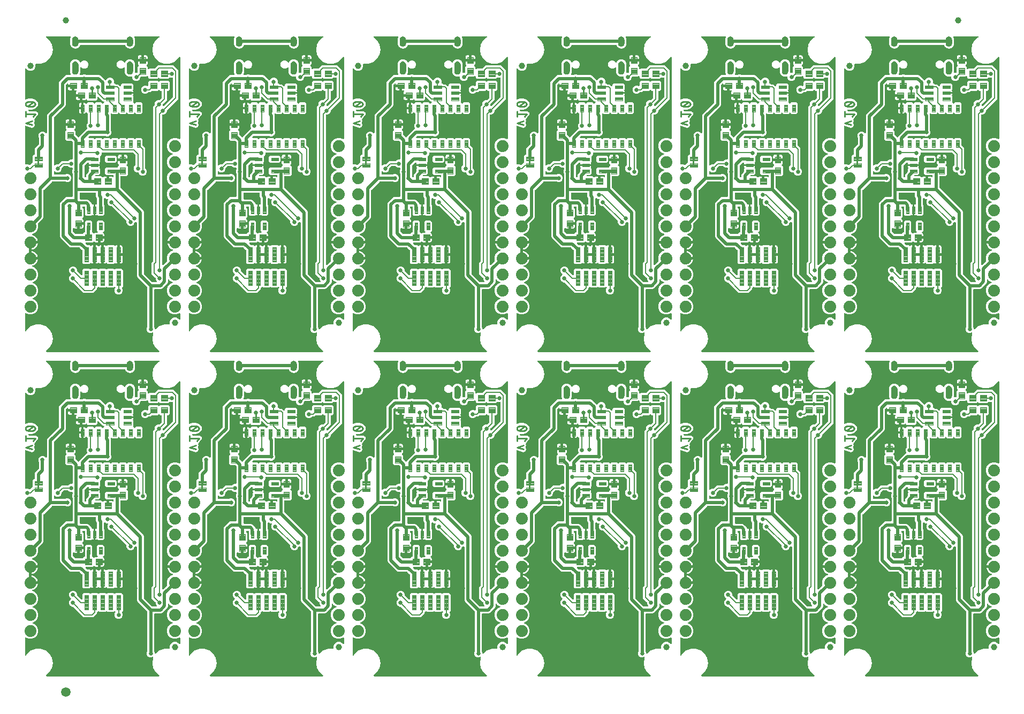
<source format=gbl>
G04 EAGLE Gerber RS-274X export*
G75*
%MOMM*%
%FSLAX34Y34*%
%LPD*%
%INBottom Copper*%
%IPPOS*%
%AMOC8*
5,1,8,0,0,1.08239X$1,22.5*%
G01*
%ADD10C,0.279400*%
%ADD11C,0.755600*%
%ADD12C,0.102000*%
%ADD13C,0.100000*%
%ADD14C,0.099059*%
%ADD15C,0.099000*%
%ADD16C,1.879600*%
%ADD17C,1.000000*%
%ADD18C,0.103600*%
%ADD19C,1.500000*%
%ADD20C,0.508000*%
%ADD21C,0.660400*%
%ADD22C,0.254000*%
%ADD23C,0.177800*%
%ADD24C,0.203200*%

G36*
X1252157Y517409D02*
X1252157Y517409D01*
X1252231Y517409D01*
X1252297Y517429D01*
X1252366Y517439D01*
X1252433Y517469D01*
X1252504Y517489D01*
X1252562Y517526D01*
X1252625Y517555D01*
X1252682Y517602D01*
X1252744Y517642D01*
X1252790Y517694D01*
X1252842Y517738D01*
X1252883Y517800D01*
X1252932Y517855D01*
X1252962Y517917D01*
X1253000Y517975D01*
X1253022Y518045D01*
X1253054Y518112D01*
X1253065Y518180D01*
X1253086Y518246D01*
X1253088Y518320D01*
X1253100Y518392D01*
X1253091Y518461D01*
X1253093Y518530D01*
X1253074Y518601D01*
X1253066Y518675D01*
X1253039Y518738D01*
X1253021Y518805D01*
X1252984Y518869D01*
X1252955Y518936D01*
X1252917Y518981D01*
X1252876Y519050D01*
X1252787Y519134D01*
X1252737Y519192D01*
X1247335Y523724D01*
X1243349Y530629D01*
X1241965Y538480D01*
X1243349Y546331D01*
X1243448Y546502D01*
X1243483Y546591D01*
X1243527Y546676D01*
X1243536Y546722D01*
X1243554Y546766D01*
X1243564Y546861D01*
X1243582Y546955D01*
X1243578Y547002D01*
X1243583Y547049D01*
X1243566Y547143D01*
X1243558Y547238D01*
X1243541Y547282D01*
X1243532Y547328D01*
X1243490Y547414D01*
X1243456Y547503D01*
X1243427Y547541D01*
X1243406Y547583D01*
X1243342Y547654D01*
X1243284Y547730D01*
X1243246Y547758D01*
X1243214Y547793D01*
X1243133Y547843D01*
X1243056Y547900D01*
X1243012Y547917D01*
X1242972Y547941D01*
X1242880Y547967D01*
X1242790Y548001D01*
X1242743Y548004D01*
X1242698Y548017D01*
X1242602Y548016D01*
X1242507Y548023D01*
X1242466Y548014D01*
X1242414Y548013D01*
X1242253Y547965D01*
X1242180Y547948D01*
X1240783Y547369D01*
X1238257Y547369D01*
X1235923Y548336D01*
X1234136Y550123D01*
X1233169Y552457D01*
X1233169Y554983D01*
X1233854Y556636D01*
X1233862Y556666D01*
X1233876Y556694D01*
X1233889Y556771D01*
X1233896Y556799D01*
X1233904Y556826D01*
X1233905Y556832D01*
X1233925Y556912D01*
X1233923Y556976D01*
X1233931Y557025D01*
X1233931Y619565D01*
X1233919Y619651D01*
X1233916Y619739D01*
X1233899Y619791D01*
X1233891Y619846D01*
X1233856Y619926D01*
X1233829Y620009D01*
X1233801Y620048D01*
X1233775Y620105D01*
X1233679Y620219D01*
X1233634Y620282D01*
X1219987Y633929D01*
X1218272Y635644D01*
X1217421Y637698D01*
X1217421Y721774D01*
X1217405Y721887D01*
X1217395Y722002D01*
X1217385Y722028D01*
X1217381Y722055D01*
X1217334Y722160D01*
X1217293Y722267D01*
X1217277Y722289D01*
X1217265Y722314D01*
X1217191Y722402D01*
X1217122Y722494D01*
X1217099Y722510D01*
X1217082Y722531D01*
X1216986Y722595D01*
X1216894Y722664D01*
X1216868Y722674D01*
X1216845Y722689D01*
X1216735Y722724D01*
X1216628Y722764D01*
X1216600Y722766D01*
X1216574Y722775D01*
X1216459Y722778D01*
X1216345Y722787D01*
X1216320Y722781D01*
X1216290Y722782D01*
X1216033Y722715D01*
X1216017Y722711D01*
X1215075Y722321D01*
X1214740Y722321D01*
X1214738Y722321D01*
X1214737Y722321D01*
X1214597Y722301D01*
X1214459Y722281D01*
X1214457Y722281D01*
X1214456Y722280D01*
X1214330Y722224D01*
X1214199Y722165D01*
X1214198Y722164D01*
X1214196Y722163D01*
X1214089Y722072D01*
X1213982Y721981D01*
X1213981Y721980D01*
X1213980Y721979D01*
X1213972Y721966D01*
X1213825Y721745D01*
X1213815Y721715D01*
X1213802Y721694D01*
X1212900Y719516D01*
X1211113Y717730D01*
X1208779Y716763D01*
X1206253Y716763D01*
X1203919Y717730D01*
X1202132Y719516D01*
X1201165Y721851D01*
X1201165Y724336D01*
X1201153Y724422D01*
X1201150Y724510D01*
X1201133Y724562D01*
X1201125Y724617D01*
X1201090Y724697D01*
X1201063Y724780D01*
X1201035Y724820D01*
X1201009Y724877D01*
X1200913Y724990D01*
X1200868Y725054D01*
X1178190Y747732D01*
X1178120Y747784D01*
X1178056Y747844D01*
X1178007Y747870D01*
X1177962Y747903D01*
X1177881Y747934D01*
X1177803Y747974D01*
X1177755Y747982D01*
X1177697Y748004D01*
X1177549Y748016D01*
X1177472Y748029D01*
X1176027Y748029D01*
X1173693Y748996D01*
X1171906Y750783D01*
X1170939Y753117D01*
X1170939Y755643D01*
X1171938Y758055D01*
X1171967Y758167D01*
X1172002Y758276D01*
X1172003Y758304D01*
X1172009Y758331D01*
X1172006Y758445D01*
X1172009Y758560D01*
X1172002Y758587D01*
X1172001Y758615D01*
X1171966Y758724D01*
X1171937Y758835D01*
X1171923Y758859D01*
X1171915Y758886D01*
X1171851Y758981D01*
X1171792Y759080D01*
X1171772Y759099D01*
X1171756Y759122D01*
X1171669Y759196D01*
X1171585Y759274D01*
X1171560Y759287D01*
X1171539Y759305D01*
X1171434Y759351D01*
X1171332Y759404D01*
X1171307Y759408D01*
X1171279Y759420D01*
X1171015Y759457D01*
X1171001Y759459D01*
X1169677Y759459D01*
X1167270Y760456D01*
X1167215Y760498D01*
X1167187Y760508D01*
X1167163Y760524D01*
X1167055Y760559D01*
X1166949Y760599D01*
X1166920Y760601D01*
X1166892Y760610D01*
X1166779Y760613D01*
X1166666Y760623D01*
X1166637Y760617D01*
X1166608Y760618D01*
X1166498Y760589D01*
X1166387Y760567D01*
X1166361Y760553D01*
X1166333Y760546D01*
X1166236Y760488D01*
X1166135Y760436D01*
X1166114Y760416D01*
X1166088Y760400D01*
X1166011Y760318D01*
X1165929Y760240D01*
X1165914Y760215D01*
X1165894Y760193D01*
X1165842Y760092D01*
X1165785Y759995D01*
X1165778Y759966D01*
X1165764Y759940D01*
X1165751Y759863D01*
X1165715Y759719D01*
X1165717Y759657D01*
X1165709Y759609D01*
X1165709Y749584D01*
X1165721Y749498D01*
X1165724Y749410D01*
X1165741Y749358D01*
X1165749Y749303D01*
X1165784Y749223D01*
X1165811Y749140D01*
X1165839Y749101D01*
X1165865Y749043D01*
X1165919Y748980D01*
X1165919Y735008D01*
X1163843Y732932D01*
X1156397Y732932D01*
X1155635Y733695D01*
X1155580Y733736D01*
X1155532Y733784D01*
X1155467Y733821D01*
X1155407Y733866D01*
X1155344Y733890D01*
X1155284Y733923D01*
X1155212Y733940D01*
X1155142Y733967D01*
X1155074Y733973D01*
X1155007Y733988D01*
X1154933Y733984D01*
X1154858Y733991D01*
X1154792Y733977D01*
X1154723Y733974D01*
X1154665Y733952D01*
X1154580Y733935D01*
X1154478Y733882D01*
X1154409Y733856D01*
X1154047Y733647D01*
X1153275Y733440D01*
X1151994Y733440D01*
X1151994Y741622D01*
X1151986Y741680D01*
X1151988Y741738D01*
X1151966Y741820D01*
X1151954Y741903D01*
X1151931Y741957D01*
X1151924Y741981D01*
X1151939Y742009D01*
X1151950Y742077D01*
X1151980Y742172D01*
X1151983Y742272D01*
X1151994Y742340D01*
X1151994Y750522D01*
X1153300Y750522D01*
X1153302Y750522D01*
X1153348Y750507D01*
X1153442Y750504D01*
X1153535Y750493D01*
X1153583Y750501D01*
X1153632Y750500D01*
X1153723Y750523D01*
X1153816Y750538D01*
X1153860Y750559D01*
X1153907Y750571D01*
X1153988Y750619D01*
X1154073Y750659D01*
X1154110Y750692D01*
X1154152Y750717D01*
X1154216Y750785D01*
X1154287Y750847D01*
X1154313Y750888D01*
X1154346Y750924D01*
X1154389Y751008D01*
X1154440Y751087D01*
X1154454Y751134D01*
X1154476Y751177D01*
X1154488Y751250D01*
X1154520Y751359D01*
X1154521Y751446D01*
X1154531Y751508D01*
X1154531Y759925D01*
X1154519Y760011D01*
X1154516Y760099D01*
X1154499Y760151D01*
X1154491Y760206D01*
X1154456Y760286D01*
X1154429Y760369D01*
X1154401Y760408D01*
X1154375Y760465D01*
X1154279Y760579D01*
X1154234Y760642D01*
X1153502Y761374D01*
X1152651Y763428D01*
X1152651Y768096D01*
X1152643Y768154D01*
X1152645Y768212D01*
X1152623Y768294D01*
X1152611Y768378D01*
X1152588Y768431D01*
X1152573Y768487D01*
X1152530Y768560D01*
X1152495Y768637D01*
X1152457Y768682D01*
X1152428Y768732D01*
X1152366Y768790D01*
X1152312Y768854D01*
X1152263Y768886D01*
X1152220Y768926D01*
X1152145Y768965D01*
X1152075Y769012D01*
X1152019Y769029D01*
X1151967Y769056D01*
X1151899Y769067D01*
X1151804Y769097D01*
X1151704Y769100D01*
X1151636Y769111D01*
X1128014Y769111D01*
X1127956Y769103D01*
X1127898Y769105D01*
X1127816Y769083D01*
X1127732Y769071D01*
X1127679Y769048D01*
X1127623Y769033D01*
X1127550Y768990D01*
X1127473Y768955D01*
X1127428Y768917D01*
X1127378Y768888D01*
X1127320Y768826D01*
X1127256Y768772D01*
X1127224Y768723D01*
X1127184Y768680D01*
X1127145Y768605D01*
X1127098Y768535D01*
X1127081Y768479D01*
X1127054Y768427D01*
X1127043Y768359D01*
X1127013Y768264D01*
X1127010Y768164D01*
X1126999Y768096D01*
X1126999Y759714D01*
X1127007Y759656D01*
X1127005Y759598D01*
X1127027Y759516D01*
X1127039Y759432D01*
X1127062Y759379D01*
X1127077Y759323D01*
X1127120Y759250D01*
X1127155Y759173D01*
X1127193Y759128D01*
X1127222Y759078D01*
X1127284Y759020D01*
X1127338Y758956D01*
X1127387Y758924D01*
X1127430Y758884D01*
X1127505Y758845D01*
X1127575Y758798D01*
X1127631Y758781D01*
X1127683Y758754D01*
X1127751Y758743D01*
X1127846Y758713D01*
X1127946Y758710D01*
X1128014Y758699D01*
X1139032Y758699D01*
X1141086Y757848D01*
X1145858Y753076D01*
X1146680Y751091D01*
X1146748Y750976D01*
X1146814Y750859D01*
X1146820Y750853D01*
X1146824Y750846D01*
X1146922Y750755D01*
X1147018Y750661D01*
X1147025Y750657D01*
X1147031Y750651D01*
X1147151Y750590D01*
X1147269Y750526D01*
X1147277Y750525D01*
X1147284Y750521D01*
X1147415Y750495D01*
X1147547Y750467D01*
X1147554Y750468D01*
X1147563Y750466D01*
X1147846Y750490D01*
X1147864Y750497D01*
X1147881Y750499D01*
X1147965Y750522D01*
X1149246Y750522D01*
X1149246Y742340D01*
X1149254Y742282D01*
X1149252Y742224D01*
X1149274Y742142D01*
X1149286Y742059D01*
X1149309Y742005D01*
X1149316Y741981D01*
X1149301Y741953D01*
X1149290Y741885D01*
X1149260Y741790D01*
X1149257Y741690D01*
X1149246Y741622D01*
X1149246Y733440D01*
X1147965Y733440D01*
X1147193Y733647D01*
X1146831Y733856D01*
X1146768Y733882D01*
X1146709Y733916D01*
X1146637Y733935D01*
X1146567Y733963D01*
X1146500Y733970D01*
X1146433Y733986D01*
X1146359Y733984D01*
X1146285Y733992D01*
X1146217Y733979D01*
X1146149Y733977D01*
X1146078Y733954D01*
X1146005Y733941D01*
X1145944Y733911D01*
X1145879Y733890D01*
X1145828Y733853D01*
X1145750Y733815D01*
X1145666Y733738D01*
X1145605Y733695D01*
X1144843Y732932D01*
X1137397Y732932D01*
X1135321Y735008D01*
X1135321Y746506D01*
X1135313Y746564D01*
X1135315Y746622D01*
X1135293Y746704D01*
X1135281Y746788D01*
X1135258Y746841D01*
X1135243Y746897D01*
X1135200Y746970D01*
X1135165Y747047D01*
X1135127Y747092D01*
X1135098Y747142D01*
X1135036Y747200D01*
X1134982Y747264D01*
X1134933Y747296D01*
X1134890Y747336D01*
X1134815Y747375D01*
X1134745Y747422D01*
X1134689Y747439D01*
X1134637Y747466D01*
X1134569Y747477D01*
X1134474Y747507D01*
X1134374Y747510D01*
X1134306Y747521D01*
X1132148Y747521D01*
X1132119Y747517D01*
X1132090Y747520D01*
X1131979Y747497D01*
X1131867Y747481D01*
X1131840Y747469D01*
X1131811Y747464D01*
X1131711Y747411D01*
X1131608Y747365D01*
X1131585Y747346D01*
X1131559Y747333D01*
X1131477Y747255D01*
X1131391Y747182D01*
X1131374Y747157D01*
X1131353Y747137D01*
X1131296Y747039D01*
X1131233Y746945D01*
X1131224Y746917D01*
X1131209Y746892D01*
X1131181Y746782D01*
X1131147Y746674D01*
X1131146Y746644D01*
X1131139Y746616D01*
X1131143Y746503D01*
X1131140Y746390D01*
X1131147Y746361D01*
X1131148Y746332D01*
X1131183Y746224D01*
X1131212Y746115D01*
X1131227Y746089D01*
X1131236Y746061D01*
X1131281Y745998D01*
X1131357Y745870D01*
X1131403Y745827D01*
X1131431Y745788D01*
X1133269Y743950D01*
X1133269Y731010D01*
X1131597Y729339D01*
X1131562Y729292D01*
X1131520Y729252D01*
X1131477Y729179D01*
X1131426Y729112D01*
X1131406Y729057D01*
X1131376Y729006D01*
X1131355Y728925D01*
X1131325Y728846D01*
X1131320Y728788D01*
X1131306Y728731D01*
X1131309Y728647D01*
X1131302Y728563D01*
X1131313Y728505D01*
X1131315Y728447D01*
X1131341Y728366D01*
X1131358Y728284D01*
X1131384Y728232D01*
X1131402Y728176D01*
X1131443Y728120D01*
X1131489Y728031D01*
X1131557Y727959D01*
X1131570Y727941D01*
X1131574Y727935D01*
X1131576Y727933D01*
X1131597Y727903D01*
X1132153Y727347D01*
X1132554Y726654D01*
X1132761Y725880D01*
X1132761Y722511D01*
X1126236Y722511D01*
X1126178Y722503D01*
X1126120Y722504D01*
X1126038Y722483D01*
X1125955Y722471D01*
X1125901Y722447D01*
X1125845Y722433D01*
X1125772Y722390D01*
X1125695Y722355D01*
X1125651Y722317D01*
X1125600Y722287D01*
X1125543Y722226D01*
X1125478Y722171D01*
X1125446Y722123D01*
X1125406Y722080D01*
X1125367Y722005D01*
X1125321Y721935D01*
X1125303Y721879D01*
X1125276Y721827D01*
X1125265Y721759D01*
X1125235Y721664D01*
X1125232Y721564D01*
X1125221Y721496D01*
X1125221Y720479D01*
X1124204Y720479D01*
X1124146Y720471D01*
X1124088Y720472D01*
X1124006Y720451D01*
X1123923Y720439D01*
X1123869Y720415D01*
X1123813Y720401D01*
X1123740Y720358D01*
X1123663Y720323D01*
X1123618Y720285D01*
X1123568Y720255D01*
X1123510Y720194D01*
X1123446Y720139D01*
X1123414Y720091D01*
X1123374Y720048D01*
X1123335Y719973D01*
X1123289Y719903D01*
X1123271Y719847D01*
X1123244Y719795D01*
X1123233Y719727D01*
X1123203Y719632D01*
X1123200Y719532D01*
X1123189Y719464D01*
X1123189Y712439D01*
X1120320Y712439D01*
X1119546Y712646D01*
X1118853Y713047D01*
X1118318Y713582D01*
X1118294Y713600D01*
X1118275Y713622D01*
X1118181Y713685D01*
X1118091Y713753D01*
X1118063Y713763D01*
X1118039Y713779D01*
X1117931Y713814D01*
X1117825Y713854D01*
X1117796Y713856D01*
X1117768Y713865D01*
X1117654Y713868D01*
X1117542Y713878D01*
X1117513Y713872D01*
X1117484Y713873D01*
X1117374Y713844D01*
X1117263Y713822D01*
X1117237Y713808D01*
X1117209Y713801D01*
X1117111Y713743D01*
X1117011Y713691D01*
X1116989Y713670D01*
X1116964Y713655D01*
X1116887Y713573D01*
X1116805Y713495D01*
X1116790Y713470D01*
X1116770Y713448D01*
X1116718Y713347D01*
X1116661Y713250D01*
X1116654Y713221D01*
X1116640Y713195D01*
X1116627Y713118D01*
X1116591Y712974D01*
X1116593Y712912D01*
X1116585Y712864D01*
X1116585Y707839D01*
X1116597Y707753D01*
X1116600Y707665D01*
X1116617Y707613D01*
X1116625Y707558D01*
X1116660Y707478D01*
X1116687Y707395D01*
X1116715Y707356D01*
X1116741Y707299D01*
X1116837Y707185D01*
X1116882Y707122D01*
X1119618Y704386D01*
X1119687Y704334D01*
X1119751Y704274D01*
X1119801Y704248D01*
X1119845Y704215D01*
X1119926Y704184D01*
X1120004Y704144D01*
X1120052Y704136D01*
X1120110Y704114D01*
X1120258Y704102D01*
X1120335Y704089D01*
X1131500Y704089D01*
X1131586Y704101D01*
X1131674Y704104D01*
X1131726Y704121D01*
X1131781Y704129D01*
X1131861Y704164D01*
X1131944Y704191D01*
X1131983Y704219D01*
X1132040Y704245D01*
X1132154Y704341D01*
X1132217Y704386D01*
X1134380Y706549D01*
X1134516Y706549D01*
X1134574Y706557D01*
X1134632Y706555D01*
X1134714Y706577D01*
X1134798Y706589D01*
X1134851Y706612D01*
X1134907Y706627D01*
X1134980Y706670D01*
X1135057Y706705D01*
X1135102Y706743D01*
X1135152Y706772D01*
X1135210Y706834D01*
X1135274Y706888D01*
X1135306Y706937D01*
X1135346Y706980D01*
X1135385Y707055D01*
X1135432Y707125D01*
X1135449Y707181D01*
X1135476Y707233D01*
X1135487Y707301D01*
X1135517Y707396D01*
X1135520Y707496D01*
X1135531Y707564D01*
X1135531Y708376D01*
X1135519Y708462D01*
X1135516Y708550D01*
X1135499Y708602D01*
X1135491Y708657D01*
X1135456Y708737D01*
X1135429Y708820D01*
X1135401Y708859D01*
X1135375Y708917D01*
X1135321Y708980D01*
X1135321Y722952D01*
X1137397Y725028D01*
X1144843Y725028D01*
X1146919Y722952D01*
X1146919Y708987D01*
X1146894Y708960D01*
X1146868Y708910D01*
X1146835Y708866D01*
X1146804Y708785D01*
X1146764Y708707D01*
X1146756Y708659D01*
X1146734Y708601D01*
X1146722Y708453D01*
X1146709Y708376D01*
X1146709Y707564D01*
X1146717Y707506D01*
X1146715Y707448D01*
X1146737Y707366D01*
X1146749Y707282D01*
X1146772Y707229D01*
X1146787Y707173D01*
X1146830Y707100D01*
X1146865Y707023D01*
X1146903Y706978D01*
X1146932Y706928D01*
X1146994Y706870D01*
X1147048Y706806D01*
X1147091Y706778D01*
X1148991Y704877D01*
X1149038Y704842D01*
X1149078Y704800D01*
X1149151Y704757D01*
X1149218Y704706D01*
X1149273Y704686D01*
X1149324Y704656D01*
X1149405Y704635D01*
X1149484Y704605D01*
X1149542Y704600D01*
X1149599Y704586D01*
X1149683Y704589D01*
X1149767Y704582D01*
X1149825Y704593D01*
X1149883Y704595D01*
X1149964Y704621D01*
X1150046Y704638D01*
X1150098Y704664D01*
X1150154Y704682D01*
X1150210Y704723D01*
X1150299Y704769D01*
X1150371Y704837D01*
X1150427Y704877D01*
X1150983Y705433D01*
X1151676Y705834D01*
X1152450Y706041D01*
X1154836Y706041D01*
X1154865Y706045D01*
X1154894Y706042D01*
X1155005Y706065D01*
X1155117Y706081D01*
X1155144Y706093D01*
X1155173Y706098D01*
X1155273Y706151D01*
X1155377Y706197D01*
X1155399Y706216D01*
X1155425Y706229D01*
X1155507Y706307D01*
X1155594Y706380D01*
X1155610Y706405D01*
X1155631Y706425D01*
X1155688Y706523D01*
X1155751Y706617D01*
X1155760Y706645D01*
X1155775Y706670D01*
X1155803Y706780D01*
X1155837Y706888D01*
X1155838Y706918D01*
X1155845Y706946D01*
X1155841Y707059D01*
X1155844Y707172D01*
X1155837Y707201D01*
X1155836Y707230D01*
X1155801Y707338D01*
X1155772Y707447D01*
X1155757Y707473D01*
X1155748Y707501D01*
X1155703Y707565D01*
X1155627Y707692D01*
X1155582Y707735D01*
X1155554Y707774D01*
X1154321Y709006D01*
X1154321Y722952D01*
X1156397Y725028D01*
X1163843Y725028D01*
X1165919Y722952D01*
X1165919Y709006D01*
X1164149Y707237D01*
X1164120Y707198D01*
X1164084Y707165D01*
X1164035Y707085D01*
X1163978Y707010D01*
X1163961Y706964D01*
X1163936Y706922D01*
X1163911Y706832D01*
X1163877Y706744D01*
X1163873Y706695D01*
X1163860Y706648D01*
X1163861Y706554D01*
X1163854Y706461D01*
X1163863Y706413D01*
X1163864Y706364D01*
X1163891Y706274D01*
X1163909Y706182D01*
X1163932Y706138D01*
X1163946Y706092D01*
X1163997Y706013D01*
X1164040Y705930D01*
X1164074Y705894D01*
X1164101Y705853D01*
X1164158Y705806D01*
X1164236Y705723D01*
X1164311Y705679D01*
X1164360Y705640D01*
X1164717Y705433D01*
X1165283Y704867D01*
X1165684Y704174D01*
X1165891Y703400D01*
X1165891Y700531D01*
X1158866Y700531D01*
X1158808Y700523D01*
X1158750Y700524D01*
X1158668Y700503D01*
X1158585Y700491D01*
X1158531Y700467D01*
X1158475Y700453D01*
X1158402Y700410D01*
X1158325Y700375D01*
X1158281Y700337D01*
X1158230Y700307D01*
X1158173Y700246D01*
X1158108Y700191D01*
X1158076Y700143D01*
X1158036Y700100D01*
X1157997Y700025D01*
X1157951Y699955D01*
X1157933Y699899D01*
X1157906Y699847D01*
X1157895Y699779D01*
X1157865Y699684D01*
X1157862Y699584D01*
X1157851Y699516D01*
X1157851Y698499D01*
X1156834Y698499D01*
X1156776Y698491D01*
X1156718Y698492D01*
X1156636Y698471D01*
X1156553Y698459D01*
X1156499Y698435D01*
X1156443Y698421D01*
X1156370Y698378D01*
X1156293Y698343D01*
X1156248Y698305D01*
X1156198Y698275D01*
X1156140Y698214D01*
X1156076Y698159D01*
X1156044Y698111D01*
X1156004Y698068D01*
X1155965Y697993D01*
X1155919Y697923D01*
X1155901Y697867D01*
X1155874Y697815D01*
X1155863Y697747D01*
X1155833Y697652D01*
X1155830Y697552D01*
X1155819Y697484D01*
X1155819Y690959D01*
X1152450Y690959D01*
X1151676Y691166D01*
X1150983Y691567D01*
X1150427Y692123D01*
X1150380Y692158D01*
X1150340Y692200D01*
X1150267Y692243D01*
X1150200Y692294D01*
X1150145Y692314D01*
X1150095Y692344D01*
X1150013Y692365D01*
X1149934Y692395D01*
X1149876Y692400D01*
X1149819Y692414D01*
X1149735Y692411D01*
X1149651Y692418D01*
X1149594Y692407D01*
X1149535Y692405D01*
X1149455Y692379D01*
X1149372Y692362D01*
X1149320Y692335D01*
X1149265Y692318D01*
X1149209Y692277D01*
X1149120Y692231D01*
X1149047Y692163D01*
X1148991Y692123D01*
X1147320Y690451D01*
X1137273Y690451D01*
X1137244Y690447D01*
X1137215Y690450D01*
X1137104Y690427D01*
X1136992Y690411D01*
X1136965Y690399D01*
X1136936Y690394D01*
X1136836Y690341D01*
X1136732Y690295D01*
X1136710Y690276D01*
X1136684Y690263D01*
X1136602Y690185D01*
X1136515Y690112D01*
X1136499Y690087D01*
X1136478Y690067D01*
X1136421Y689969D01*
X1136358Y689875D01*
X1136349Y689847D01*
X1136334Y689822D01*
X1136306Y689712D01*
X1136272Y689604D01*
X1136271Y689574D01*
X1136264Y689546D01*
X1136268Y689433D01*
X1136265Y689320D01*
X1136272Y689291D01*
X1136273Y689262D01*
X1136308Y689154D01*
X1136337Y689045D01*
X1136352Y689019D01*
X1136361Y688991D01*
X1136406Y688928D01*
X1136482Y688800D01*
X1136528Y688757D01*
X1136556Y688718D01*
X1138448Y686826D01*
X1138517Y686774D01*
X1138581Y686714D01*
X1138631Y686688D01*
X1138675Y686655D01*
X1138756Y686624D01*
X1138834Y686584D01*
X1138882Y686576D01*
X1138940Y686554D01*
X1139088Y686542D01*
X1139165Y686529D01*
X1142579Y686529D01*
X1143911Y685197D01*
X1143958Y685162D01*
X1143998Y685119D01*
X1144026Y685103D01*
X1144029Y685100D01*
X1144044Y685093D01*
X1144071Y685077D01*
X1144138Y685026D01*
X1144193Y685005D01*
X1144244Y684975D01*
X1144325Y684955D01*
X1144404Y684925D01*
X1144462Y684920D01*
X1144519Y684905D01*
X1144604Y684908D01*
X1144687Y684901D01*
X1144745Y684913D01*
X1144803Y684914D01*
X1144884Y684940D01*
X1144966Y684957D01*
X1145018Y684984D01*
X1145074Y685002D01*
X1145130Y685042D01*
X1145219Y685088D01*
X1145291Y685157D01*
X1145347Y685197D01*
X1145560Y685410D01*
X1146257Y685812D01*
X1147035Y686021D01*
X1148771Y686021D01*
X1148771Y672414D01*
X1148779Y672356D01*
X1148777Y672298D01*
X1148799Y672216D01*
X1148811Y672133D01*
X1148834Y672079D01*
X1148849Y672023D01*
X1148892Y671950D01*
X1148927Y671873D01*
X1148965Y671829D01*
X1148994Y671778D01*
X1149056Y671721D01*
X1149110Y671656D01*
X1149159Y671624D01*
X1149202Y671584D01*
X1149213Y671578D01*
X1149200Y671567D01*
X1149150Y671537D01*
X1149092Y671476D01*
X1149028Y671421D01*
X1148996Y671373D01*
X1148956Y671330D01*
X1148917Y671255D01*
X1148870Y671185D01*
X1148853Y671129D01*
X1148826Y671077D01*
X1148815Y671009D01*
X1148785Y670914D01*
X1148782Y670814D01*
X1148771Y670746D01*
X1148771Y657139D01*
X1147035Y657139D01*
X1146257Y657348D01*
X1145560Y657750D01*
X1145347Y657963D01*
X1145300Y657998D01*
X1145260Y658041D01*
X1145187Y658083D01*
X1145120Y658134D01*
X1145065Y658155D01*
X1145015Y658184D01*
X1144933Y658205D01*
X1144854Y658235D01*
X1144796Y658240D01*
X1144739Y658255D01*
X1144655Y658252D01*
X1144571Y658259D01*
X1144514Y658247D01*
X1144455Y658246D01*
X1144375Y658220D01*
X1144292Y658203D01*
X1144240Y658176D01*
X1144185Y658158D01*
X1144128Y658118D01*
X1144040Y658072D01*
X1143968Y658003D01*
X1143911Y657963D01*
X1142579Y656631D01*
X1133261Y656631D01*
X1131171Y658721D01*
X1131171Y677875D01*
X1131165Y677922D01*
X1131165Y677925D01*
X1131164Y677928D01*
X1131159Y677961D01*
X1131156Y678049D01*
X1131139Y678101D01*
X1131131Y678156D01*
X1131096Y678236D01*
X1131069Y678319D01*
X1131041Y678358D01*
X1131015Y678415D01*
X1130919Y678529D01*
X1130874Y678592D01*
X1127012Y682454D01*
X1126943Y682506D01*
X1126879Y682566D01*
X1126829Y682592D01*
X1126785Y682625D01*
X1126704Y682656D01*
X1126626Y682696D01*
X1126578Y682704D01*
X1126520Y682726D01*
X1126372Y682738D01*
X1126295Y682751D01*
X1112678Y682751D01*
X1110624Y683602D01*
X1096352Y697874D01*
X1095501Y699928D01*
X1095501Y751682D01*
X1096352Y753736D01*
X1104274Y761658D01*
X1106328Y762509D01*
X1114806Y762509D01*
X1114864Y762517D01*
X1114922Y762515D01*
X1115004Y762537D01*
X1115088Y762549D01*
X1115141Y762572D01*
X1115197Y762587D01*
X1115270Y762630D01*
X1115347Y762665D01*
X1115392Y762703D01*
X1115442Y762732D01*
X1115500Y762794D01*
X1115564Y762848D01*
X1115596Y762897D01*
X1115636Y762940D01*
X1115675Y763015D01*
X1115722Y763085D01*
X1115739Y763141D01*
X1115766Y763193D01*
X1115777Y763261D01*
X1115807Y763356D01*
X1115810Y763456D01*
X1115821Y763524D01*
X1115821Y799335D01*
X1115817Y799366D01*
X1115819Y799397D01*
X1115802Y799473D01*
X1115781Y799617D01*
X1115755Y799675D01*
X1115744Y799724D01*
X1115059Y801377D01*
X1115059Y803903D01*
X1115744Y805556D01*
X1115752Y805586D01*
X1115766Y805614D01*
X1115779Y805691D01*
X1115815Y805832D01*
X1115813Y805896D01*
X1115821Y805945D01*
X1115821Y807974D01*
X1115813Y808032D01*
X1115815Y808090D01*
X1115793Y808172D01*
X1115781Y808256D01*
X1115758Y808309D01*
X1115743Y808365D01*
X1115700Y808438D01*
X1115665Y808515D01*
X1115627Y808560D01*
X1115598Y808610D01*
X1115536Y808668D01*
X1115482Y808732D01*
X1115433Y808764D01*
X1115390Y808804D01*
X1115315Y808843D01*
X1115245Y808890D01*
X1115189Y808907D01*
X1115137Y808934D01*
X1115069Y808945D01*
X1114974Y808975D01*
X1114874Y808978D01*
X1114806Y808989D01*
X1112527Y808989D01*
X1110193Y809956D01*
X1109171Y810978D01*
X1109101Y811030D01*
X1109037Y811090D01*
X1108988Y811116D01*
X1108944Y811149D01*
X1108862Y811180D01*
X1108784Y811220D01*
X1108736Y811228D01*
X1108678Y811250D01*
X1108530Y811262D01*
X1108453Y811275D01*
X1101924Y811275D01*
X1101838Y811263D01*
X1101750Y811260D01*
X1101698Y811243D01*
X1101643Y811235D01*
X1101563Y811200D01*
X1101480Y811173D01*
X1101440Y811145D01*
X1101383Y811119D01*
X1101270Y811023D01*
X1101206Y810978D01*
X1098848Y808620D01*
X1098796Y808550D01*
X1098736Y808486D01*
X1098710Y808437D01*
X1098677Y808392D01*
X1098646Y808311D01*
X1098606Y808233D01*
X1098598Y808185D01*
X1098576Y808127D01*
X1098564Y807979D01*
X1098551Y807902D01*
X1098551Y806457D01*
X1097584Y804123D01*
X1095797Y802336D01*
X1093463Y801369D01*
X1090937Y801369D01*
X1088603Y802336D01*
X1088092Y802847D01*
X1088068Y802864D01*
X1088049Y802887D01*
X1087955Y802950D01*
X1087865Y803018D01*
X1087837Y803028D01*
X1087813Y803044D01*
X1087705Y803079D01*
X1087599Y803119D01*
X1087570Y803121D01*
X1087542Y803130D01*
X1087428Y803133D01*
X1087316Y803143D01*
X1087287Y803137D01*
X1087258Y803138D01*
X1087148Y803109D01*
X1087037Y803087D01*
X1087011Y803073D01*
X1086983Y803066D01*
X1086885Y803008D01*
X1086785Y802956D01*
X1086763Y802935D01*
X1086738Y802920D01*
X1086661Y802838D01*
X1086579Y802760D01*
X1086564Y802735D01*
X1086544Y802713D01*
X1086492Y802612D01*
X1086435Y802515D01*
X1086428Y802486D01*
X1086414Y802460D01*
X1086401Y802383D01*
X1086365Y802239D01*
X1086367Y802177D01*
X1086359Y802129D01*
X1086359Y799084D01*
X1086367Y799026D01*
X1086365Y798968D01*
X1086387Y798886D01*
X1086399Y798802D01*
X1086422Y798749D01*
X1086437Y798693D01*
X1086480Y798620D01*
X1086515Y798543D01*
X1086553Y798498D01*
X1086582Y798448D01*
X1086644Y798390D01*
X1086698Y798326D01*
X1086747Y798294D01*
X1086790Y798254D01*
X1086865Y798215D01*
X1086935Y798168D01*
X1086991Y798151D01*
X1087043Y798124D01*
X1087111Y798113D01*
X1087206Y798083D01*
X1087306Y798080D01*
X1087374Y798069D01*
X1104135Y798069D01*
X1104166Y798073D01*
X1104197Y798071D01*
X1104273Y798088D01*
X1104417Y798109D01*
X1104475Y798135D01*
X1104524Y798146D01*
X1106177Y798831D01*
X1108703Y798831D01*
X1111037Y797864D01*
X1112824Y796077D01*
X1113791Y793743D01*
X1113791Y791217D01*
X1112824Y788883D01*
X1111037Y787096D01*
X1108703Y786129D01*
X1106177Y786129D01*
X1104524Y786814D01*
X1104494Y786822D01*
X1104466Y786836D01*
X1104389Y786849D01*
X1104248Y786885D01*
X1104184Y786883D01*
X1104135Y786891D01*
X1083505Y786891D01*
X1083419Y786879D01*
X1083331Y786876D01*
X1083279Y786859D01*
X1083224Y786851D01*
X1083144Y786816D01*
X1083061Y786789D01*
X1083022Y786761D01*
X1082965Y786735D01*
X1082851Y786639D01*
X1082788Y786594D01*
X1070146Y773952D01*
X1070131Y773932D01*
X1070113Y773917D01*
X1070082Y773870D01*
X1070034Y773819D01*
X1070008Y773769D01*
X1069975Y773725D01*
X1069962Y773689D01*
X1069956Y773681D01*
X1069944Y773643D01*
X1069904Y773566D01*
X1069896Y773518D01*
X1069874Y773460D01*
X1069862Y773312D01*
X1069849Y773235D01*
X1069849Y730408D01*
X1068998Y728354D01*
X1067283Y726639D01*
X1061341Y720697D01*
X1061340Y720696D01*
X1061339Y720695D01*
X1061253Y720580D01*
X1061170Y720470D01*
X1061169Y720469D01*
X1061168Y720467D01*
X1061118Y720332D01*
X1061069Y720204D01*
X1061069Y720203D01*
X1061068Y720201D01*
X1061057Y720057D01*
X1061045Y719921D01*
X1061046Y719920D01*
X1061045Y719918D01*
X1061049Y719903D01*
X1061101Y719642D01*
X1061115Y719615D01*
X1061121Y719591D01*
X1061467Y718756D01*
X1061467Y713804D01*
X1059572Y709229D01*
X1056071Y705728D01*
X1052409Y704211D01*
X1052349Y704176D01*
X1052285Y704150D01*
X1052227Y704104D01*
X1052164Y704067D01*
X1052116Y704017D01*
X1052062Y703974D01*
X1052019Y703914D01*
X1051969Y703860D01*
X1051937Y703799D01*
X1051897Y703742D01*
X1051872Y703673D01*
X1051838Y703607D01*
X1051825Y703540D01*
X1051802Y703474D01*
X1051798Y703401D01*
X1051783Y703328D01*
X1051789Y703260D01*
X1051785Y703191D01*
X1051801Y703119D01*
X1051808Y703045D01*
X1051833Y702981D01*
X1051848Y702913D01*
X1051883Y702849D01*
X1051910Y702780D01*
X1051952Y702725D01*
X1051985Y702664D01*
X1052037Y702612D01*
X1052081Y702553D01*
X1052137Y702512D01*
X1052186Y702463D01*
X1052241Y702434D01*
X1052309Y702383D01*
X1052417Y702342D01*
X1052483Y702308D01*
X1053603Y701944D01*
X1055277Y701091D01*
X1056798Y699986D01*
X1058126Y698658D01*
X1059231Y697137D01*
X1060084Y695463D01*
X1060665Y693676D01*
X1060786Y692911D01*
X1050036Y692911D01*
X1049978Y692903D01*
X1049920Y692905D01*
X1049838Y692883D01*
X1049755Y692871D01*
X1049701Y692847D01*
X1049645Y692833D01*
X1049572Y692790D01*
X1049495Y692755D01*
X1049451Y692717D01*
X1049400Y692687D01*
X1049343Y692626D01*
X1049278Y692571D01*
X1049246Y692523D01*
X1049206Y692480D01*
X1049167Y692405D01*
X1049121Y692335D01*
X1049103Y692279D01*
X1049076Y692227D01*
X1049065Y692159D01*
X1049035Y692064D01*
X1049032Y691964D01*
X1049021Y691896D01*
X1049021Y690879D01*
X1048004Y690879D01*
X1047946Y690871D01*
X1047888Y690872D01*
X1047806Y690851D01*
X1047723Y690839D01*
X1047669Y690815D01*
X1047613Y690801D01*
X1047540Y690758D01*
X1047463Y690723D01*
X1047418Y690685D01*
X1047368Y690655D01*
X1047310Y690594D01*
X1047246Y690539D01*
X1047214Y690491D01*
X1047174Y690448D01*
X1047135Y690373D01*
X1047089Y690303D01*
X1047071Y690247D01*
X1047044Y690195D01*
X1047033Y690127D01*
X1047003Y690032D01*
X1047000Y689932D01*
X1046989Y689864D01*
X1046989Y666496D01*
X1046997Y666438D01*
X1046995Y666380D01*
X1047017Y666298D01*
X1047029Y666215D01*
X1047053Y666161D01*
X1047067Y666105D01*
X1047110Y666032D01*
X1047145Y665955D01*
X1047183Y665911D01*
X1047213Y665860D01*
X1047274Y665803D01*
X1047329Y665738D01*
X1047377Y665706D01*
X1047420Y665666D01*
X1047495Y665627D01*
X1047565Y665581D01*
X1047621Y665563D01*
X1047673Y665536D01*
X1047741Y665525D01*
X1047836Y665495D01*
X1047936Y665492D01*
X1048004Y665481D01*
X1049021Y665481D01*
X1049021Y664464D01*
X1049029Y664406D01*
X1049028Y664348D01*
X1049049Y664266D01*
X1049061Y664183D01*
X1049085Y664129D01*
X1049099Y664073D01*
X1049142Y664000D01*
X1049177Y663923D01*
X1049215Y663878D01*
X1049245Y663828D01*
X1049306Y663770D01*
X1049361Y663706D01*
X1049409Y663674D01*
X1049452Y663634D01*
X1049527Y663595D01*
X1049597Y663549D01*
X1049653Y663531D01*
X1049705Y663504D01*
X1049773Y663493D01*
X1049868Y663463D01*
X1049968Y663460D01*
X1050036Y663449D01*
X1060786Y663449D01*
X1060665Y662684D01*
X1060084Y660897D01*
X1059231Y659223D01*
X1058126Y657702D01*
X1056798Y656374D01*
X1055277Y655269D01*
X1053603Y654416D01*
X1052483Y654052D01*
X1052421Y654022D01*
X1052355Y654001D01*
X1052294Y653960D01*
X1052228Y653927D01*
X1052177Y653881D01*
X1052119Y653842D01*
X1052072Y653786D01*
X1052017Y653737D01*
X1051981Y653678D01*
X1051936Y653625D01*
X1051906Y653557D01*
X1051867Y653495D01*
X1051849Y653428D01*
X1051821Y653365D01*
X1051811Y653292D01*
X1051791Y653221D01*
X1051791Y653152D01*
X1051782Y653083D01*
X1051792Y653010D01*
X1051793Y652937D01*
X1051813Y652871D01*
X1051822Y652802D01*
X1051853Y652735D01*
X1051874Y652664D01*
X1051911Y652606D01*
X1051940Y652543D01*
X1051987Y652487D01*
X1052027Y652425D01*
X1052079Y652379D01*
X1052124Y652327D01*
X1052177Y652294D01*
X1052241Y652237D01*
X1052345Y652188D01*
X1052409Y652149D01*
X1056071Y650632D01*
X1059572Y647131D01*
X1061467Y642556D01*
X1061467Y637604D01*
X1059572Y633029D01*
X1056071Y629528D01*
X1053149Y628318D01*
X1053124Y628303D01*
X1053096Y628294D01*
X1053001Y628231D01*
X1052904Y628173D01*
X1052884Y628152D01*
X1052859Y628136D01*
X1052786Y628049D01*
X1052709Y627967D01*
X1052695Y627941D01*
X1052676Y627918D01*
X1052630Y627815D01*
X1052579Y627714D01*
X1052573Y627685D01*
X1052561Y627658D01*
X1052545Y627546D01*
X1052524Y627435D01*
X1052526Y627406D01*
X1052522Y627377D01*
X1052538Y627265D01*
X1052548Y627152D01*
X1052559Y627125D01*
X1052563Y627096D01*
X1052609Y626992D01*
X1052650Y626887D01*
X1052668Y626863D01*
X1052680Y626836D01*
X1052753Y626750D01*
X1052822Y626660D01*
X1052845Y626642D01*
X1052864Y626620D01*
X1052931Y626578D01*
X1053049Y626490D01*
X1053108Y626468D01*
X1053149Y626442D01*
X1056071Y625232D01*
X1059572Y621731D01*
X1061467Y617156D01*
X1061467Y612204D01*
X1059572Y607629D01*
X1056071Y604128D01*
X1053149Y602918D01*
X1053124Y602903D01*
X1053096Y602894D01*
X1053001Y602831D01*
X1052904Y602773D01*
X1052884Y602752D01*
X1052859Y602736D01*
X1052786Y602649D01*
X1052709Y602567D01*
X1052695Y602541D01*
X1052676Y602518D01*
X1052630Y602415D01*
X1052579Y602314D01*
X1052573Y602285D01*
X1052561Y602258D01*
X1052545Y602146D01*
X1052524Y602035D01*
X1052526Y602006D01*
X1052522Y601977D01*
X1052538Y601865D01*
X1052548Y601752D01*
X1052559Y601725D01*
X1052563Y601696D01*
X1052609Y601592D01*
X1052650Y601487D01*
X1052668Y601463D01*
X1052680Y601436D01*
X1052753Y601350D01*
X1052822Y601260D01*
X1052845Y601242D01*
X1052864Y601220D01*
X1052931Y601178D01*
X1053049Y601090D01*
X1053108Y601068D01*
X1053149Y601042D01*
X1056071Y599832D01*
X1059572Y596331D01*
X1061467Y591756D01*
X1061467Y586804D01*
X1059572Y582229D01*
X1056071Y578728D01*
X1051496Y576833D01*
X1046544Y576833D01*
X1042043Y578698D01*
X1041931Y578727D01*
X1041822Y578761D01*
X1041794Y578762D01*
X1041767Y578769D01*
X1041653Y578766D01*
X1041538Y578769D01*
X1041511Y578762D01*
X1041483Y578761D01*
X1041374Y578726D01*
X1041263Y578697D01*
X1041239Y578683D01*
X1041212Y578674D01*
X1041117Y578610D01*
X1041018Y578551D01*
X1040999Y578531D01*
X1040976Y578516D01*
X1040902Y578428D01*
X1040824Y578344D01*
X1040811Y578319D01*
X1040793Y578298D01*
X1040747Y578193D01*
X1040694Y578091D01*
X1040690Y578066D01*
X1040678Y578038D01*
X1040641Y577775D01*
X1040639Y577760D01*
X1040639Y550969D01*
X1040641Y550949D01*
X1040639Y550930D01*
X1040661Y550809D01*
X1040679Y550687D01*
X1040687Y550669D01*
X1040690Y550650D01*
X1040745Y550540D01*
X1040795Y550428D01*
X1040807Y550413D01*
X1040816Y550395D01*
X1040899Y550304D01*
X1040978Y550211D01*
X1040995Y550200D01*
X1041008Y550185D01*
X1041113Y550121D01*
X1041215Y550053D01*
X1041234Y550047D01*
X1041250Y550037D01*
X1041369Y550004D01*
X1041486Y549967D01*
X1041506Y549967D01*
X1041525Y549962D01*
X1041647Y549963D01*
X1041770Y549960D01*
X1041789Y549965D01*
X1041809Y549965D01*
X1041927Y550001D01*
X1042045Y550032D01*
X1042062Y550042D01*
X1042081Y550047D01*
X1042184Y550114D01*
X1042290Y550177D01*
X1042303Y550191D01*
X1042320Y550202D01*
X1042366Y550259D01*
X1042484Y550384D01*
X1042508Y550430D01*
X1042533Y550461D01*
X1044135Y553235D01*
X1050242Y558360D01*
X1057734Y561087D01*
X1065706Y561087D01*
X1073198Y558360D01*
X1079305Y553236D01*
X1083291Y546331D01*
X1084675Y538480D01*
X1083291Y530629D01*
X1079305Y523725D01*
X1073903Y519192D01*
X1073854Y519137D01*
X1073798Y519089D01*
X1073759Y519032D01*
X1073713Y518980D01*
X1073681Y518914D01*
X1073640Y518853D01*
X1073619Y518787D01*
X1073589Y518724D01*
X1073576Y518652D01*
X1073554Y518582D01*
X1073552Y518513D01*
X1073541Y518444D01*
X1073549Y518371D01*
X1073547Y518298D01*
X1073564Y518231D01*
X1073572Y518162D01*
X1073600Y518094D01*
X1073619Y518023D01*
X1073654Y517963D01*
X1073681Y517899D01*
X1073726Y517841D01*
X1073764Y517778D01*
X1073815Y517731D01*
X1073858Y517677D01*
X1073918Y517634D01*
X1073971Y517584D01*
X1074033Y517552D01*
X1074090Y517512D01*
X1074159Y517488D01*
X1074224Y517454D01*
X1074283Y517444D01*
X1074358Y517418D01*
X1074480Y517411D01*
X1074556Y517399D01*
X1252084Y517399D01*
X1252157Y517409D01*
G37*
G36*
X215837Y4329D02*
X215837Y4329D01*
X215911Y4329D01*
X215977Y4349D01*
X216046Y4359D01*
X216113Y4389D01*
X216184Y4409D01*
X216242Y4446D01*
X216305Y4475D01*
X216362Y4522D01*
X216424Y4562D01*
X216470Y4614D01*
X216522Y4658D01*
X216563Y4720D01*
X216612Y4775D01*
X216642Y4837D01*
X216680Y4895D01*
X216702Y4965D01*
X216734Y5032D01*
X216745Y5100D01*
X216766Y5166D01*
X216768Y5240D01*
X216780Y5312D01*
X216771Y5381D01*
X216773Y5450D01*
X216754Y5521D01*
X216746Y5595D01*
X216719Y5658D01*
X216701Y5725D01*
X216664Y5789D01*
X216635Y5856D01*
X216597Y5901D01*
X216556Y5970D01*
X216467Y6054D01*
X216417Y6112D01*
X211015Y10644D01*
X207029Y17549D01*
X205645Y25400D01*
X207029Y33251D01*
X207128Y33422D01*
X207163Y33511D01*
X207207Y33596D01*
X207216Y33642D01*
X207234Y33686D01*
X207244Y33781D01*
X207262Y33875D01*
X207258Y33922D01*
X207263Y33969D01*
X207246Y34063D01*
X207238Y34158D01*
X207221Y34202D01*
X207212Y34248D01*
X207170Y34334D01*
X207136Y34423D01*
X207107Y34461D01*
X207086Y34503D01*
X207022Y34574D01*
X206964Y34650D01*
X206926Y34678D01*
X206894Y34713D01*
X206813Y34763D01*
X206736Y34820D01*
X206692Y34837D01*
X206652Y34861D01*
X206560Y34887D01*
X206470Y34921D01*
X206423Y34924D01*
X206378Y34937D01*
X206282Y34936D01*
X206187Y34943D01*
X206146Y34934D01*
X206094Y34933D01*
X205933Y34885D01*
X205860Y34868D01*
X204463Y34289D01*
X201937Y34289D01*
X199603Y35256D01*
X197816Y37043D01*
X196849Y39377D01*
X196849Y41903D01*
X197534Y43556D01*
X197542Y43586D01*
X197556Y43614D01*
X197569Y43691D01*
X197576Y43719D01*
X197584Y43746D01*
X197585Y43752D01*
X197605Y43832D01*
X197603Y43896D01*
X197611Y43945D01*
X197611Y106485D01*
X197599Y106571D01*
X197596Y106659D01*
X197579Y106711D01*
X197571Y106766D01*
X197536Y106846D01*
X197509Y106929D01*
X197481Y106968D01*
X197455Y107025D01*
X197359Y107139D01*
X197314Y107202D01*
X181952Y122564D01*
X181101Y124618D01*
X181101Y208694D01*
X181085Y208807D01*
X181075Y208922D01*
X181065Y208948D01*
X181061Y208975D01*
X181014Y209080D01*
X180973Y209187D01*
X180957Y209209D01*
X180945Y209234D01*
X180871Y209322D01*
X180802Y209414D01*
X180779Y209430D01*
X180762Y209451D01*
X180666Y209515D01*
X180574Y209584D01*
X180548Y209594D01*
X180525Y209609D01*
X180415Y209644D01*
X180308Y209684D01*
X180280Y209686D01*
X180254Y209695D01*
X180139Y209698D01*
X180025Y209707D01*
X180000Y209701D01*
X179970Y209702D01*
X179713Y209635D01*
X179697Y209631D01*
X178755Y209241D01*
X178420Y209241D01*
X178418Y209241D01*
X178417Y209241D01*
X178277Y209221D01*
X178139Y209201D01*
X178137Y209201D01*
X178136Y209200D01*
X178010Y209144D01*
X177879Y209085D01*
X177878Y209084D01*
X177876Y209083D01*
X177769Y208992D01*
X177662Y208901D01*
X177661Y208900D01*
X177660Y208899D01*
X177652Y208886D01*
X177505Y208665D01*
X177495Y208635D01*
X177482Y208614D01*
X176580Y206436D01*
X174793Y204650D01*
X172459Y203683D01*
X169933Y203683D01*
X167599Y204650D01*
X165812Y206436D01*
X164845Y208771D01*
X164845Y211256D01*
X164833Y211342D01*
X164830Y211430D01*
X164813Y211482D01*
X164805Y211537D01*
X164770Y211617D01*
X164743Y211700D01*
X164715Y211740D01*
X164689Y211797D01*
X164593Y211910D01*
X164548Y211974D01*
X141870Y234652D01*
X141800Y234704D01*
X141736Y234764D01*
X141687Y234790D01*
X141642Y234823D01*
X141561Y234854D01*
X141483Y234894D01*
X141435Y234902D01*
X141377Y234924D01*
X141229Y234936D01*
X141152Y234949D01*
X139707Y234949D01*
X137373Y235916D01*
X135586Y237703D01*
X134619Y240037D01*
X134619Y242563D01*
X135618Y244975D01*
X135647Y245087D01*
X135682Y245196D01*
X135683Y245224D01*
X135689Y245251D01*
X135686Y245365D01*
X135689Y245480D01*
X135682Y245507D01*
X135681Y245535D01*
X135646Y245644D01*
X135617Y245755D01*
X135603Y245779D01*
X135595Y245806D01*
X135531Y245901D01*
X135472Y246000D01*
X135452Y246019D01*
X135436Y246042D01*
X135349Y246116D01*
X135265Y246194D01*
X135240Y246207D01*
X135219Y246225D01*
X135114Y246271D01*
X135012Y246324D01*
X134987Y246328D01*
X134959Y246340D01*
X134695Y246377D01*
X134681Y246379D01*
X133357Y246379D01*
X130950Y247376D01*
X130895Y247418D01*
X130867Y247428D01*
X130843Y247444D01*
X130735Y247479D01*
X130629Y247519D01*
X130600Y247521D01*
X130572Y247530D01*
X130459Y247533D01*
X130346Y247543D01*
X130317Y247537D01*
X130288Y247538D01*
X130178Y247509D01*
X130067Y247487D01*
X130041Y247473D01*
X130013Y247466D01*
X129916Y247408D01*
X129815Y247356D01*
X129794Y247336D01*
X129768Y247320D01*
X129691Y247238D01*
X129609Y247160D01*
X129594Y247135D01*
X129574Y247113D01*
X129522Y247012D01*
X129465Y246915D01*
X129458Y246886D01*
X129444Y246860D01*
X129431Y246783D01*
X129395Y246639D01*
X129397Y246577D01*
X129389Y246529D01*
X129389Y236504D01*
X129401Y236418D01*
X129404Y236330D01*
X129421Y236278D01*
X129429Y236223D01*
X129464Y236143D01*
X129491Y236060D01*
X129519Y236021D01*
X129545Y235963D01*
X129599Y235900D01*
X129599Y221928D01*
X127523Y219852D01*
X120077Y219852D01*
X119315Y220615D01*
X119260Y220656D01*
X119212Y220704D01*
X119147Y220741D01*
X119087Y220786D01*
X119024Y220810D01*
X118964Y220843D01*
X118892Y220860D01*
X118822Y220887D01*
X118754Y220893D01*
X118687Y220908D01*
X118613Y220904D01*
X118538Y220911D01*
X118472Y220897D01*
X118403Y220894D01*
X118345Y220872D01*
X118260Y220855D01*
X118158Y220802D01*
X118089Y220776D01*
X117727Y220567D01*
X116955Y220360D01*
X115674Y220360D01*
X115674Y228542D01*
X115666Y228600D01*
X115668Y228658D01*
X115646Y228740D01*
X115634Y228823D01*
X115611Y228877D01*
X115604Y228901D01*
X115619Y228929D01*
X115630Y228997D01*
X115660Y229092D01*
X115663Y229192D01*
X115674Y229260D01*
X115674Y237442D01*
X116980Y237442D01*
X116982Y237442D01*
X117028Y237427D01*
X117122Y237424D01*
X117215Y237413D01*
X117263Y237421D01*
X117312Y237420D01*
X117403Y237443D01*
X117496Y237458D01*
X117540Y237479D01*
X117587Y237491D01*
X117668Y237539D01*
X117753Y237579D01*
X117790Y237612D01*
X117832Y237637D01*
X117896Y237705D01*
X117967Y237767D01*
X117993Y237808D01*
X118026Y237844D01*
X118069Y237928D01*
X118120Y238007D01*
X118134Y238054D01*
X118156Y238097D01*
X118168Y238170D01*
X118200Y238279D01*
X118201Y238366D01*
X118211Y238428D01*
X118211Y246845D01*
X118199Y246931D01*
X118196Y247019D01*
X118179Y247071D01*
X118171Y247126D01*
X118136Y247206D01*
X118109Y247289D01*
X118081Y247328D01*
X118055Y247385D01*
X117959Y247499D01*
X117914Y247562D01*
X117182Y248294D01*
X116331Y250348D01*
X116331Y255016D01*
X116323Y255074D01*
X116325Y255132D01*
X116303Y255214D01*
X116291Y255298D01*
X116268Y255351D01*
X116253Y255407D01*
X116210Y255480D01*
X116175Y255557D01*
X116137Y255602D01*
X116108Y255652D01*
X116046Y255710D01*
X115992Y255774D01*
X115943Y255806D01*
X115900Y255846D01*
X115825Y255885D01*
X115755Y255932D01*
X115699Y255949D01*
X115647Y255976D01*
X115579Y255987D01*
X115484Y256017D01*
X115384Y256020D01*
X115316Y256031D01*
X91694Y256031D01*
X91636Y256023D01*
X91578Y256025D01*
X91496Y256003D01*
X91412Y255991D01*
X91359Y255968D01*
X91303Y255953D01*
X91230Y255910D01*
X91153Y255875D01*
X91108Y255837D01*
X91058Y255808D01*
X91000Y255746D01*
X90936Y255692D01*
X90904Y255643D01*
X90864Y255600D01*
X90825Y255525D01*
X90778Y255455D01*
X90761Y255399D01*
X90734Y255347D01*
X90723Y255279D01*
X90693Y255184D01*
X90690Y255084D01*
X90679Y255016D01*
X90679Y246634D01*
X90687Y246576D01*
X90685Y246518D01*
X90707Y246436D01*
X90719Y246352D01*
X90742Y246299D01*
X90757Y246243D01*
X90800Y246170D01*
X90835Y246093D01*
X90873Y246048D01*
X90902Y245998D01*
X90964Y245940D01*
X91018Y245876D01*
X91067Y245844D01*
X91110Y245804D01*
X91185Y245765D01*
X91255Y245718D01*
X91311Y245701D01*
X91363Y245674D01*
X91431Y245663D01*
X91526Y245633D01*
X91626Y245630D01*
X91694Y245619D01*
X102712Y245619D01*
X104766Y244768D01*
X109538Y239996D01*
X110360Y238011D01*
X110428Y237896D01*
X110494Y237779D01*
X110500Y237773D01*
X110504Y237766D01*
X110601Y237675D01*
X110698Y237581D01*
X110705Y237577D01*
X110711Y237571D01*
X110829Y237510D01*
X110948Y237446D01*
X110957Y237445D01*
X110964Y237441D01*
X111094Y237415D01*
X111226Y237387D01*
X111234Y237388D01*
X111243Y237386D01*
X111526Y237410D01*
X111544Y237417D01*
X111561Y237419D01*
X111645Y237442D01*
X112926Y237442D01*
X112926Y229260D01*
X112934Y229202D01*
X112932Y229144D01*
X112954Y229062D01*
X112966Y228979D01*
X112989Y228925D01*
X112996Y228901D01*
X112981Y228873D01*
X112970Y228805D01*
X112940Y228710D01*
X112937Y228610D01*
X112926Y228542D01*
X112926Y220360D01*
X111645Y220360D01*
X110873Y220567D01*
X110511Y220776D01*
X110448Y220802D01*
X110389Y220836D01*
X110317Y220855D01*
X110247Y220883D01*
X110180Y220890D01*
X110113Y220906D01*
X110039Y220904D01*
X109965Y220912D01*
X109897Y220899D01*
X109829Y220897D01*
X109758Y220874D01*
X109685Y220861D01*
X109624Y220831D01*
X109559Y220810D01*
X109508Y220773D01*
X109430Y220735D01*
X109346Y220658D01*
X109285Y220615D01*
X108523Y219852D01*
X101077Y219852D01*
X99001Y221928D01*
X99001Y233426D01*
X98993Y233484D01*
X98995Y233542D01*
X98973Y233624D01*
X98961Y233708D01*
X98938Y233761D01*
X98923Y233817D01*
X98880Y233890D01*
X98845Y233967D01*
X98807Y234012D01*
X98778Y234062D01*
X98716Y234120D01*
X98662Y234184D01*
X98613Y234216D01*
X98570Y234256D01*
X98495Y234295D01*
X98425Y234342D01*
X98369Y234359D01*
X98317Y234386D01*
X98249Y234397D01*
X98154Y234427D01*
X98054Y234430D01*
X97986Y234441D01*
X95828Y234441D01*
X95799Y234437D01*
X95770Y234440D01*
X95659Y234417D01*
X95547Y234401D01*
X95520Y234389D01*
X95491Y234384D01*
X95391Y234331D01*
X95288Y234285D01*
X95265Y234266D01*
X95239Y234253D01*
X95157Y234175D01*
X95071Y234102D01*
X95054Y234077D01*
X95033Y234057D01*
X94976Y233959D01*
X94913Y233865D01*
X94904Y233837D01*
X94889Y233812D01*
X94861Y233702D01*
X94827Y233594D01*
X94826Y233564D01*
X94819Y233536D01*
X94823Y233423D01*
X94820Y233310D01*
X94827Y233281D01*
X94828Y233252D01*
X94863Y233144D01*
X94892Y233035D01*
X94907Y233009D01*
X94916Y232981D01*
X94961Y232918D01*
X95037Y232790D01*
X95083Y232747D01*
X95111Y232708D01*
X96949Y230870D01*
X96949Y217930D01*
X95277Y216259D01*
X95242Y216212D01*
X95200Y216172D01*
X95157Y216099D01*
X95106Y216032D01*
X95086Y215977D01*
X95056Y215926D01*
X95035Y215845D01*
X95005Y215766D01*
X95000Y215708D01*
X94986Y215651D01*
X94989Y215567D01*
X94982Y215483D01*
X94993Y215425D01*
X94995Y215367D01*
X95021Y215286D01*
X95038Y215204D01*
X95064Y215152D01*
X95082Y215096D01*
X95123Y215040D01*
X95169Y214951D01*
X95237Y214879D01*
X95250Y214861D01*
X95254Y214855D01*
X95256Y214853D01*
X95277Y214823D01*
X95833Y214267D01*
X96234Y213574D01*
X96441Y212800D01*
X96441Y209431D01*
X89916Y209431D01*
X89858Y209423D01*
X89800Y209424D01*
X89718Y209403D01*
X89635Y209391D01*
X89581Y209367D01*
X89525Y209353D01*
X89452Y209310D01*
X89375Y209275D01*
X89331Y209237D01*
X89280Y209207D01*
X89223Y209146D01*
X89158Y209091D01*
X89126Y209043D01*
X89086Y209000D01*
X89047Y208925D01*
X89001Y208855D01*
X88983Y208799D01*
X88956Y208747D01*
X88945Y208679D01*
X88915Y208584D01*
X88912Y208484D01*
X88901Y208416D01*
X88901Y207399D01*
X87884Y207399D01*
X87826Y207391D01*
X87768Y207392D01*
X87686Y207371D01*
X87603Y207359D01*
X87549Y207335D01*
X87493Y207321D01*
X87420Y207278D01*
X87343Y207243D01*
X87298Y207205D01*
X87248Y207175D01*
X87190Y207114D01*
X87126Y207059D01*
X87094Y207011D01*
X87054Y206968D01*
X87015Y206893D01*
X86969Y206823D01*
X86951Y206767D01*
X86924Y206715D01*
X86913Y206647D01*
X86883Y206552D01*
X86880Y206452D01*
X86869Y206384D01*
X86869Y199359D01*
X84000Y199359D01*
X83226Y199566D01*
X82533Y199967D01*
X81998Y200502D01*
X81974Y200520D01*
X81955Y200542D01*
X81861Y200605D01*
X81771Y200673D01*
X81743Y200683D01*
X81719Y200699D01*
X81611Y200734D01*
X81505Y200774D01*
X81476Y200776D01*
X81448Y200785D01*
X81334Y200788D01*
X81222Y200798D01*
X81193Y200792D01*
X81164Y200793D01*
X81054Y200764D01*
X80943Y200742D01*
X80917Y200728D01*
X80889Y200721D01*
X80791Y200663D01*
X80691Y200611D01*
X80669Y200590D01*
X80644Y200575D01*
X80567Y200493D01*
X80485Y200415D01*
X80470Y200390D01*
X80450Y200368D01*
X80398Y200267D01*
X80341Y200170D01*
X80334Y200141D01*
X80320Y200115D01*
X80307Y200038D01*
X80271Y199894D01*
X80273Y199832D01*
X80265Y199784D01*
X80265Y194759D01*
X80277Y194673D01*
X80280Y194585D01*
X80297Y194533D01*
X80305Y194478D01*
X80340Y194398D01*
X80367Y194315D01*
X80395Y194276D01*
X80421Y194219D01*
X80517Y194105D01*
X80562Y194042D01*
X83298Y191306D01*
X83367Y191254D01*
X83431Y191194D01*
X83481Y191168D01*
X83525Y191135D01*
X83606Y191104D01*
X83684Y191064D01*
X83732Y191056D01*
X83790Y191034D01*
X83938Y191022D01*
X84015Y191009D01*
X95180Y191009D01*
X95266Y191021D01*
X95354Y191024D01*
X95406Y191041D01*
X95461Y191049D01*
X95541Y191084D01*
X95624Y191111D01*
X95663Y191139D01*
X95720Y191165D01*
X95834Y191261D01*
X95897Y191306D01*
X98060Y193469D01*
X98196Y193469D01*
X98254Y193477D01*
X98312Y193475D01*
X98394Y193497D01*
X98478Y193509D01*
X98531Y193532D01*
X98587Y193547D01*
X98660Y193590D01*
X98737Y193625D01*
X98782Y193663D01*
X98832Y193692D01*
X98890Y193754D01*
X98954Y193808D01*
X98986Y193857D01*
X99026Y193900D01*
X99065Y193975D01*
X99112Y194045D01*
X99129Y194101D01*
X99156Y194153D01*
X99167Y194221D01*
X99197Y194316D01*
X99200Y194416D01*
X99211Y194484D01*
X99211Y195296D01*
X99199Y195382D01*
X99196Y195470D01*
X99179Y195522D01*
X99171Y195577D01*
X99136Y195657D01*
X99109Y195740D01*
X99081Y195779D01*
X99055Y195837D01*
X99001Y195900D01*
X99001Y209872D01*
X101077Y211948D01*
X108523Y211948D01*
X110599Y209872D01*
X110599Y195907D01*
X110574Y195880D01*
X110548Y195831D01*
X110515Y195786D01*
X110484Y195705D01*
X110444Y195627D01*
X110436Y195579D01*
X110414Y195521D01*
X110402Y195373D01*
X110389Y195296D01*
X110389Y194484D01*
X110397Y194426D01*
X110395Y194368D01*
X110417Y194286D01*
X110429Y194202D01*
X110452Y194149D01*
X110467Y194093D01*
X110510Y194020D01*
X110545Y193943D01*
X110583Y193898D01*
X110612Y193848D01*
X110674Y193790D01*
X110728Y193726D01*
X110771Y193698D01*
X112671Y191797D01*
X112718Y191762D01*
X112758Y191720D01*
X112831Y191677D01*
X112898Y191626D01*
X112953Y191606D01*
X113004Y191576D01*
X113085Y191555D01*
X113164Y191525D01*
X113222Y191520D01*
X113279Y191506D01*
X113363Y191509D01*
X113447Y191502D01*
X113505Y191513D01*
X113563Y191515D01*
X113644Y191541D01*
X113726Y191558D01*
X113778Y191584D01*
X113834Y191602D01*
X113890Y191643D01*
X113979Y191689D01*
X114051Y191757D01*
X114107Y191797D01*
X114663Y192353D01*
X115356Y192754D01*
X116130Y192961D01*
X118516Y192961D01*
X118545Y192965D01*
X118574Y192962D01*
X118685Y192985D01*
X118797Y193001D01*
X118824Y193013D01*
X118853Y193018D01*
X118953Y193071D01*
X119057Y193117D01*
X119079Y193136D01*
X119105Y193149D01*
X119187Y193227D01*
X119274Y193300D01*
X119290Y193325D01*
X119311Y193345D01*
X119368Y193443D01*
X119431Y193537D01*
X119440Y193565D01*
X119455Y193590D01*
X119483Y193700D01*
X119517Y193808D01*
X119518Y193838D01*
X119525Y193866D01*
X119521Y193979D01*
X119524Y194092D01*
X119517Y194121D01*
X119516Y194150D01*
X119481Y194258D01*
X119452Y194367D01*
X119437Y194393D01*
X119428Y194421D01*
X119383Y194485D01*
X119307Y194612D01*
X119262Y194655D01*
X119234Y194694D01*
X118001Y195926D01*
X118001Y209872D01*
X120077Y211948D01*
X127523Y211948D01*
X129599Y209872D01*
X129599Y195926D01*
X127829Y194157D01*
X127800Y194118D01*
X127764Y194085D01*
X127715Y194005D01*
X127658Y193930D01*
X127641Y193884D01*
X127616Y193842D01*
X127591Y193752D01*
X127557Y193664D01*
X127553Y193615D01*
X127540Y193568D01*
X127541Y193474D01*
X127534Y193381D01*
X127543Y193333D01*
X127544Y193284D01*
X127571Y193194D01*
X127589Y193102D01*
X127612Y193058D01*
X127626Y193012D01*
X127677Y192933D01*
X127720Y192850D01*
X127754Y192814D01*
X127781Y192773D01*
X127838Y192726D01*
X127916Y192643D01*
X127991Y192599D01*
X128040Y192560D01*
X128397Y192353D01*
X128963Y191787D01*
X129364Y191094D01*
X129571Y190320D01*
X129571Y187451D01*
X122546Y187451D01*
X122488Y187443D01*
X122430Y187444D01*
X122348Y187423D01*
X122265Y187411D01*
X122211Y187387D01*
X122155Y187373D01*
X122082Y187330D01*
X122005Y187295D01*
X121961Y187257D01*
X121910Y187227D01*
X121853Y187166D01*
X121788Y187111D01*
X121756Y187063D01*
X121716Y187020D01*
X121677Y186945D01*
X121631Y186875D01*
X121613Y186819D01*
X121586Y186767D01*
X121575Y186699D01*
X121545Y186604D01*
X121542Y186504D01*
X121531Y186436D01*
X121531Y185419D01*
X120514Y185419D01*
X120456Y185411D01*
X120398Y185412D01*
X120316Y185391D01*
X120233Y185379D01*
X120179Y185355D01*
X120123Y185341D01*
X120050Y185298D01*
X119973Y185263D01*
X119928Y185225D01*
X119878Y185195D01*
X119820Y185134D01*
X119756Y185079D01*
X119724Y185031D01*
X119684Y184988D01*
X119645Y184913D01*
X119599Y184843D01*
X119581Y184787D01*
X119554Y184735D01*
X119543Y184667D01*
X119513Y184572D01*
X119510Y184472D01*
X119499Y184404D01*
X119499Y177879D01*
X116130Y177879D01*
X115356Y178086D01*
X114663Y178487D01*
X114107Y179043D01*
X114060Y179078D01*
X114020Y179120D01*
X113947Y179163D01*
X113880Y179214D01*
X113825Y179234D01*
X113775Y179264D01*
X113693Y179285D01*
X113614Y179315D01*
X113556Y179320D01*
X113499Y179334D01*
X113415Y179331D01*
X113331Y179338D01*
X113274Y179327D01*
X113215Y179325D01*
X113135Y179299D01*
X113052Y179282D01*
X113000Y179255D01*
X112945Y179238D01*
X112889Y179197D01*
X112800Y179151D01*
X112727Y179083D01*
X112671Y179043D01*
X111000Y177371D01*
X100953Y177371D01*
X100924Y177367D01*
X100895Y177370D01*
X100784Y177347D01*
X100672Y177331D01*
X100645Y177319D01*
X100616Y177314D01*
X100516Y177261D01*
X100412Y177215D01*
X100390Y177196D01*
X100364Y177183D01*
X100282Y177105D01*
X100195Y177032D01*
X100179Y177007D01*
X100158Y176987D01*
X100101Y176889D01*
X100038Y176795D01*
X100029Y176767D01*
X100014Y176742D01*
X99986Y176632D01*
X99952Y176524D01*
X99951Y176494D01*
X99944Y176466D01*
X99948Y176353D01*
X99945Y176240D01*
X99952Y176211D01*
X99953Y176182D01*
X99988Y176074D01*
X100017Y175965D01*
X100032Y175939D01*
X100041Y175911D01*
X100086Y175848D01*
X100162Y175720D01*
X100208Y175677D01*
X100236Y175638D01*
X102128Y173746D01*
X102197Y173694D01*
X102261Y173634D01*
X102311Y173608D01*
X102355Y173575D01*
X102436Y173544D01*
X102514Y173504D01*
X102562Y173496D01*
X102620Y173474D01*
X102768Y173462D01*
X102845Y173449D01*
X106259Y173449D01*
X107591Y172117D01*
X107638Y172082D01*
X107678Y172039D01*
X107706Y172023D01*
X107709Y172020D01*
X107724Y172013D01*
X107751Y171997D01*
X107818Y171946D01*
X107873Y171925D01*
X107924Y171895D01*
X108005Y171875D01*
X108084Y171845D01*
X108142Y171840D01*
X108199Y171825D01*
X108284Y171828D01*
X108367Y171821D01*
X108425Y171833D01*
X108483Y171834D01*
X108564Y171860D01*
X108646Y171877D01*
X108698Y171904D01*
X108754Y171922D01*
X108810Y171962D01*
X108899Y172008D01*
X108971Y172077D01*
X109027Y172117D01*
X109240Y172330D01*
X109937Y172732D01*
X110715Y172941D01*
X112451Y172941D01*
X112451Y159334D01*
X112459Y159276D01*
X112457Y159218D01*
X112479Y159136D01*
X112491Y159053D01*
X112514Y158999D01*
X112529Y158943D01*
X112572Y158870D01*
X112607Y158793D01*
X112645Y158749D01*
X112674Y158698D01*
X112736Y158641D01*
X112790Y158576D01*
X112839Y158544D01*
X112882Y158504D01*
X112893Y158498D01*
X112880Y158487D01*
X112830Y158457D01*
X112772Y158396D01*
X112708Y158341D01*
X112676Y158293D01*
X112636Y158250D01*
X112597Y158175D01*
X112550Y158105D01*
X112533Y158049D01*
X112506Y157997D01*
X112495Y157929D01*
X112465Y157834D01*
X112462Y157734D01*
X112451Y157666D01*
X112451Y144059D01*
X110715Y144059D01*
X109937Y144268D01*
X109240Y144670D01*
X109027Y144883D01*
X108980Y144918D01*
X108940Y144961D01*
X108867Y145003D01*
X108800Y145054D01*
X108745Y145075D01*
X108695Y145104D01*
X108613Y145125D01*
X108534Y145155D01*
X108476Y145160D01*
X108419Y145175D01*
X108335Y145172D01*
X108251Y145179D01*
X108194Y145167D01*
X108135Y145166D01*
X108055Y145140D01*
X107972Y145123D01*
X107920Y145096D01*
X107865Y145078D01*
X107808Y145038D01*
X107720Y144992D01*
X107648Y144923D01*
X107591Y144883D01*
X106259Y143551D01*
X96941Y143551D01*
X94851Y145641D01*
X94851Y164795D01*
X94845Y164842D01*
X94845Y164845D01*
X94844Y164848D01*
X94839Y164881D01*
X94836Y164969D01*
X94819Y165021D01*
X94811Y165076D01*
X94776Y165156D01*
X94749Y165239D01*
X94721Y165278D01*
X94695Y165335D01*
X94599Y165449D01*
X94554Y165512D01*
X90692Y169374D01*
X90623Y169426D01*
X90559Y169486D01*
X90509Y169512D01*
X90465Y169545D01*
X90384Y169576D01*
X90306Y169616D01*
X90258Y169624D01*
X90200Y169646D01*
X90052Y169658D01*
X89975Y169671D01*
X76358Y169671D01*
X74304Y170522D01*
X60032Y184794D01*
X59181Y186848D01*
X59181Y238602D01*
X60032Y240656D01*
X67954Y248578D01*
X70008Y249429D01*
X78486Y249429D01*
X78544Y249437D01*
X78602Y249435D01*
X78684Y249457D01*
X78768Y249469D01*
X78821Y249492D01*
X78877Y249507D01*
X78950Y249550D01*
X79027Y249585D01*
X79072Y249623D01*
X79122Y249652D01*
X79180Y249714D01*
X79244Y249768D01*
X79276Y249817D01*
X79316Y249860D01*
X79355Y249935D01*
X79402Y250005D01*
X79419Y250061D01*
X79446Y250113D01*
X79457Y250181D01*
X79487Y250276D01*
X79490Y250376D01*
X79501Y250444D01*
X79501Y286255D01*
X79497Y286286D01*
X79499Y286317D01*
X79482Y286393D01*
X79461Y286537D01*
X79435Y286595D01*
X79424Y286644D01*
X78739Y288297D01*
X78739Y290823D01*
X79424Y292476D01*
X79432Y292506D01*
X79446Y292534D01*
X79459Y292611D01*
X79495Y292752D01*
X79493Y292816D01*
X79501Y292865D01*
X79501Y294894D01*
X79493Y294952D01*
X79495Y295010D01*
X79473Y295092D01*
X79461Y295176D01*
X79438Y295229D01*
X79423Y295285D01*
X79380Y295358D01*
X79345Y295435D01*
X79307Y295480D01*
X79278Y295530D01*
X79216Y295588D01*
X79162Y295652D01*
X79113Y295684D01*
X79070Y295724D01*
X78995Y295763D01*
X78925Y295810D01*
X78869Y295827D01*
X78817Y295854D01*
X78749Y295865D01*
X78654Y295895D01*
X78554Y295898D01*
X78486Y295909D01*
X76207Y295909D01*
X73873Y296876D01*
X72851Y297898D01*
X72781Y297950D01*
X72717Y298010D01*
X72668Y298036D01*
X72624Y298069D01*
X72542Y298100D01*
X72464Y298140D01*
X72416Y298148D01*
X72358Y298170D01*
X72210Y298182D01*
X72133Y298195D01*
X65604Y298195D01*
X65518Y298183D01*
X65430Y298180D01*
X65378Y298163D01*
X65323Y298155D01*
X65243Y298120D01*
X65160Y298093D01*
X65120Y298065D01*
X65063Y298039D01*
X64950Y297943D01*
X64886Y297898D01*
X62528Y295540D01*
X62476Y295470D01*
X62416Y295406D01*
X62390Y295357D01*
X62357Y295312D01*
X62326Y295231D01*
X62286Y295153D01*
X62278Y295105D01*
X62256Y295047D01*
X62244Y294899D01*
X62231Y294822D01*
X62231Y293377D01*
X61264Y291043D01*
X59477Y289256D01*
X57143Y288289D01*
X54617Y288289D01*
X52283Y289256D01*
X51772Y289767D01*
X51748Y289784D01*
X51729Y289807D01*
X51635Y289870D01*
X51545Y289938D01*
X51517Y289948D01*
X51493Y289964D01*
X51385Y289999D01*
X51279Y290039D01*
X51250Y290041D01*
X51222Y290050D01*
X51108Y290053D01*
X50996Y290063D01*
X50967Y290057D01*
X50938Y290058D01*
X50828Y290029D01*
X50717Y290007D01*
X50691Y289993D01*
X50663Y289986D01*
X50565Y289928D01*
X50465Y289876D01*
X50443Y289855D01*
X50418Y289840D01*
X50341Y289758D01*
X50259Y289680D01*
X50244Y289655D01*
X50224Y289633D01*
X50172Y289532D01*
X50115Y289435D01*
X50108Y289406D01*
X50094Y289380D01*
X50081Y289303D01*
X50045Y289159D01*
X50047Y289097D01*
X50039Y289049D01*
X50039Y286004D01*
X50047Y285946D01*
X50045Y285888D01*
X50067Y285806D01*
X50079Y285722D01*
X50102Y285669D01*
X50117Y285613D01*
X50160Y285540D01*
X50195Y285463D01*
X50233Y285418D01*
X50262Y285368D01*
X50324Y285310D01*
X50378Y285246D01*
X50427Y285214D01*
X50470Y285174D01*
X50545Y285135D01*
X50615Y285088D01*
X50671Y285071D01*
X50723Y285044D01*
X50791Y285033D01*
X50886Y285003D01*
X50986Y285000D01*
X51054Y284989D01*
X67815Y284989D01*
X67846Y284993D01*
X67877Y284991D01*
X67953Y285008D01*
X68097Y285029D01*
X68155Y285055D01*
X68204Y285066D01*
X69857Y285751D01*
X72383Y285751D01*
X74717Y284784D01*
X76504Y282997D01*
X77471Y280663D01*
X77471Y278137D01*
X76504Y275803D01*
X74717Y274016D01*
X72383Y273049D01*
X69857Y273049D01*
X68204Y273734D01*
X68174Y273742D01*
X68146Y273756D01*
X68069Y273769D01*
X67928Y273805D01*
X67864Y273803D01*
X67815Y273811D01*
X47185Y273811D01*
X47099Y273799D01*
X47011Y273796D01*
X46959Y273779D01*
X46904Y273771D01*
X46824Y273736D01*
X46741Y273709D01*
X46702Y273681D01*
X46645Y273655D01*
X46531Y273559D01*
X46468Y273514D01*
X33826Y260872D01*
X33811Y260852D01*
X33793Y260837D01*
X33762Y260790D01*
X33714Y260739D01*
X33688Y260689D01*
X33655Y260645D01*
X33642Y260610D01*
X33636Y260601D01*
X33624Y260563D01*
X33584Y260486D01*
X33576Y260438D01*
X33554Y260380D01*
X33542Y260232D01*
X33529Y260155D01*
X33529Y217328D01*
X32678Y215274D01*
X30963Y213559D01*
X25021Y207617D01*
X25020Y207616D01*
X25019Y207615D01*
X24930Y207497D01*
X24850Y207390D01*
X24849Y207389D01*
X24848Y207387D01*
X24798Y207252D01*
X24749Y207124D01*
X24749Y207123D01*
X24748Y207121D01*
X24737Y206977D01*
X24725Y206841D01*
X24726Y206840D01*
X24725Y206838D01*
X24729Y206823D01*
X24781Y206562D01*
X24795Y206535D01*
X24801Y206511D01*
X25147Y205676D01*
X25147Y200724D01*
X23252Y196149D01*
X19751Y192648D01*
X16089Y191131D01*
X16029Y191096D01*
X15965Y191070D01*
X15907Y191024D01*
X15844Y190987D01*
X15796Y190937D01*
X15742Y190894D01*
X15699Y190834D01*
X15649Y190780D01*
X15617Y190719D01*
X15577Y190662D01*
X15552Y190593D01*
X15518Y190527D01*
X15505Y190460D01*
X15482Y190394D01*
X15478Y190321D01*
X15463Y190248D01*
X15469Y190180D01*
X15465Y190111D01*
X15481Y190039D01*
X15488Y189965D01*
X15513Y189901D01*
X15528Y189833D01*
X15563Y189769D01*
X15590Y189700D01*
X15632Y189645D01*
X15665Y189584D01*
X15717Y189532D01*
X15761Y189473D01*
X15817Y189432D01*
X15866Y189383D01*
X15921Y189354D01*
X15989Y189303D01*
X16097Y189262D01*
X16163Y189228D01*
X17283Y188864D01*
X18957Y188011D01*
X20478Y186906D01*
X21806Y185578D01*
X22911Y184057D01*
X23764Y182383D01*
X24345Y180596D01*
X24466Y179831D01*
X13716Y179831D01*
X13658Y179823D01*
X13600Y179825D01*
X13518Y179803D01*
X13435Y179791D01*
X13381Y179767D01*
X13325Y179753D01*
X13252Y179710D01*
X13175Y179675D01*
X13131Y179637D01*
X13080Y179607D01*
X13023Y179546D01*
X12958Y179491D01*
X12926Y179443D01*
X12886Y179400D01*
X12847Y179325D01*
X12801Y179255D01*
X12783Y179199D01*
X12756Y179147D01*
X12745Y179079D01*
X12715Y178984D01*
X12712Y178884D01*
X12701Y178816D01*
X12701Y177799D01*
X11684Y177799D01*
X11626Y177791D01*
X11568Y177792D01*
X11486Y177771D01*
X11403Y177759D01*
X11349Y177735D01*
X11293Y177721D01*
X11220Y177678D01*
X11143Y177643D01*
X11098Y177605D01*
X11048Y177575D01*
X10990Y177514D01*
X10926Y177459D01*
X10894Y177411D01*
X10854Y177368D01*
X10815Y177293D01*
X10769Y177223D01*
X10751Y177167D01*
X10724Y177115D01*
X10713Y177047D01*
X10683Y176952D01*
X10680Y176852D01*
X10669Y176784D01*
X10669Y153416D01*
X10677Y153358D01*
X10675Y153300D01*
X10697Y153218D01*
X10709Y153135D01*
X10733Y153081D01*
X10747Y153025D01*
X10790Y152952D01*
X10825Y152875D01*
X10863Y152831D01*
X10893Y152780D01*
X10954Y152723D01*
X11009Y152658D01*
X11057Y152626D01*
X11100Y152586D01*
X11175Y152547D01*
X11245Y152501D01*
X11301Y152483D01*
X11353Y152456D01*
X11421Y152445D01*
X11516Y152415D01*
X11616Y152412D01*
X11684Y152401D01*
X12701Y152401D01*
X12701Y151384D01*
X12709Y151326D01*
X12708Y151268D01*
X12729Y151186D01*
X12741Y151103D01*
X12765Y151049D01*
X12779Y150993D01*
X12822Y150920D01*
X12857Y150843D01*
X12895Y150798D01*
X12925Y150748D01*
X12986Y150690D01*
X13041Y150626D01*
X13089Y150594D01*
X13132Y150554D01*
X13207Y150515D01*
X13277Y150469D01*
X13333Y150451D01*
X13385Y150424D01*
X13453Y150413D01*
X13548Y150383D01*
X13648Y150380D01*
X13716Y150369D01*
X24466Y150369D01*
X24345Y149604D01*
X23764Y147817D01*
X22911Y146143D01*
X21806Y144622D01*
X20478Y143294D01*
X18957Y142189D01*
X17283Y141336D01*
X16163Y140972D01*
X16101Y140942D01*
X16035Y140921D01*
X15974Y140880D01*
X15908Y140847D01*
X15857Y140801D01*
X15799Y140762D01*
X15752Y140706D01*
X15697Y140657D01*
X15661Y140598D01*
X15616Y140545D01*
X15586Y140477D01*
X15547Y140415D01*
X15529Y140348D01*
X15501Y140285D01*
X15491Y140212D01*
X15471Y140141D01*
X15471Y140072D01*
X15462Y140003D01*
X15472Y139930D01*
X15473Y139857D01*
X15493Y139791D01*
X15502Y139722D01*
X15533Y139655D01*
X15554Y139584D01*
X15591Y139526D01*
X15620Y139463D01*
X15667Y139407D01*
X15707Y139345D01*
X15759Y139299D01*
X15804Y139247D01*
X15857Y139214D01*
X15921Y139157D01*
X16025Y139108D01*
X16089Y139069D01*
X19751Y137552D01*
X23252Y134051D01*
X25147Y129476D01*
X25147Y124524D01*
X23252Y119949D01*
X19751Y116448D01*
X16829Y115238D01*
X16804Y115223D01*
X16776Y115214D01*
X16681Y115151D01*
X16584Y115093D01*
X16564Y115072D01*
X16539Y115056D01*
X16466Y114969D01*
X16389Y114887D01*
X16375Y114861D01*
X16356Y114838D01*
X16310Y114735D01*
X16259Y114634D01*
X16253Y114605D01*
X16241Y114578D01*
X16225Y114466D01*
X16204Y114355D01*
X16206Y114326D01*
X16202Y114297D01*
X16218Y114185D01*
X16228Y114072D01*
X16239Y114045D01*
X16243Y114016D01*
X16289Y113912D01*
X16330Y113807D01*
X16348Y113783D01*
X16360Y113756D01*
X16433Y113670D01*
X16502Y113580D01*
X16525Y113562D01*
X16544Y113540D01*
X16611Y113498D01*
X16729Y113410D01*
X16788Y113388D01*
X16829Y113362D01*
X19751Y112152D01*
X23252Y108651D01*
X25147Y104076D01*
X25147Y99124D01*
X23252Y94549D01*
X19751Y91048D01*
X16829Y89838D01*
X16804Y89823D01*
X16776Y89814D01*
X16681Y89751D01*
X16584Y89693D01*
X16564Y89672D01*
X16539Y89656D01*
X16467Y89569D01*
X16389Y89487D01*
X16375Y89461D01*
X16357Y89438D01*
X16311Y89335D01*
X16259Y89234D01*
X16253Y89205D01*
X16241Y89178D01*
X16225Y89066D01*
X16204Y88955D01*
X16206Y88926D01*
X16202Y88897D01*
X16218Y88785D01*
X16228Y88672D01*
X16239Y88645D01*
X16243Y88616D01*
X16289Y88512D01*
X16330Y88407D01*
X16348Y88383D01*
X16360Y88356D01*
X16433Y88270D01*
X16502Y88180D01*
X16525Y88162D01*
X16544Y88140D01*
X16611Y88098D01*
X16729Y88010D01*
X16788Y87988D01*
X16829Y87962D01*
X19751Y86752D01*
X23252Y83251D01*
X25147Y78676D01*
X25147Y73724D01*
X23252Y69149D01*
X19751Y65648D01*
X15176Y63753D01*
X10224Y63753D01*
X5723Y65618D01*
X5611Y65647D01*
X5502Y65681D01*
X5474Y65682D01*
X5447Y65689D01*
X5333Y65686D01*
X5218Y65689D01*
X5191Y65682D01*
X5163Y65681D01*
X5054Y65646D01*
X4943Y65617D01*
X4919Y65603D01*
X4892Y65594D01*
X4797Y65530D01*
X4698Y65471D01*
X4679Y65451D01*
X4656Y65436D01*
X4582Y65348D01*
X4504Y65264D01*
X4491Y65239D01*
X4473Y65218D01*
X4427Y65113D01*
X4374Y65011D01*
X4370Y64986D01*
X4358Y64958D01*
X4321Y64695D01*
X4319Y64680D01*
X4319Y37889D01*
X4321Y37869D01*
X4319Y37850D01*
X4341Y37729D01*
X4359Y37607D01*
X4367Y37589D01*
X4370Y37570D01*
X4425Y37460D01*
X4475Y37348D01*
X4487Y37333D01*
X4496Y37315D01*
X4579Y37224D01*
X4658Y37131D01*
X4675Y37120D01*
X4688Y37105D01*
X4793Y37041D01*
X4895Y36973D01*
X4914Y36967D01*
X4930Y36957D01*
X5049Y36924D01*
X5166Y36887D01*
X5186Y36887D01*
X5205Y36882D01*
X5327Y36883D01*
X5450Y36880D01*
X5469Y36885D01*
X5489Y36885D01*
X5607Y36921D01*
X5725Y36952D01*
X5742Y36962D01*
X5761Y36967D01*
X5864Y37034D01*
X5970Y37097D01*
X5983Y37111D01*
X6000Y37122D01*
X6046Y37179D01*
X6164Y37304D01*
X6188Y37350D01*
X6213Y37381D01*
X7815Y40156D01*
X13922Y45280D01*
X21414Y48007D01*
X29386Y48007D01*
X36878Y45280D01*
X42985Y40156D01*
X46971Y33251D01*
X48355Y25400D01*
X46971Y17549D01*
X42985Y10645D01*
X37583Y6112D01*
X37534Y6057D01*
X37478Y6009D01*
X37439Y5952D01*
X37393Y5900D01*
X37361Y5834D01*
X37320Y5773D01*
X37299Y5707D01*
X37269Y5644D01*
X37256Y5572D01*
X37234Y5502D01*
X37232Y5433D01*
X37221Y5364D01*
X37229Y5291D01*
X37227Y5218D01*
X37244Y5151D01*
X37252Y5082D01*
X37280Y5014D01*
X37299Y4943D01*
X37334Y4883D01*
X37361Y4819D01*
X37406Y4761D01*
X37444Y4698D01*
X37495Y4651D01*
X37538Y4597D01*
X37598Y4554D01*
X37651Y4504D01*
X37713Y4472D01*
X37770Y4432D01*
X37839Y4408D01*
X37904Y4374D01*
X37963Y4364D01*
X38038Y4338D01*
X38160Y4331D01*
X38236Y4319D01*
X215764Y4319D01*
X215837Y4329D01*
G37*
G36*
X993077Y517409D02*
X993077Y517409D01*
X993151Y517409D01*
X993217Y517429D01*
X993286Y517439D01*
X993353Y517469D01*
X993424Y517489D01*
X993482Y517526D01*
X993545Y517555D01*
X993602Y517602D01*
X993664Y517642D01*
X993710Y517694D01*
X993762Y517738D01*
X993803Y517800D01*
X993852Y517855D01*
X993882Y517917D01*
X993920Y517975D01*
X993942Y518045D01*
X993974Y518112D01*
X993985Y518180D01*
X994006Y518246D01*
X994008Y518320D01*
X994020Y518392D01*
X994011Y518461D01*
X994013Y518530D01*
X993994Y518601D01*
X993986Y518675D01*
X993959Y518738D01*
X993941Y518805D01*
X993904Y518869D01*
X993875Y518936D01*
X993837Y518981D01*
X993796Y519050D01*
X993707Y519134D01*
X993657Y519192D01*
X988255Y523724D01*
X984269Y530629D01*
X982885Y538480D01*
X984269Y546331D01*
X984368Y546502D01*
X984403Y546591D01*
X984447Y546676D01*
X984456Y546722D01*
X984474Y546766D01*
X984484Y546861D01*
X984502Y546955D01*
X984498Y547002D01*
X984503Y547049D01*
X984486Y547143D01*
X984478Y547238D01*
X984461Y547282D01*
X984452Y547328D01*
X984410Y547414D01*
X984376Y547503D01*
X984347Y547541D01*
X984326Y547583D01*
X984262Y547654D01*
X984204Y547730D01*
X984166Y547758D01*
X984134Y547793D01*
X984053Y547843D01*
X983976Y547900D01*
X983932Y547917D01*
X983892Y547941D01*
X983800Y547967D01*
X983710Y548001D01*
X983663Y548004D01*
X983618Y548017D01*
X983522Y548016D01*
X983427Y548023D01*
X983386Y548014D01*
X983334Y548013D01*
X983173Y547965D01*
X983100Y547948D01*
X981703Y547369D01*
X979177Y547369D01*
X976843Y548336D01*
X975056Y550123D01*
X974089Y552457D01*
X974089Y554983D01*
X974774Y556636D01*
X974782Y556666D01*
X974796Y556694D01*
X974809Y556771D01*
X974816Y556799D01*
X974824Y556826D01*
X974825Y556832D01*
X974845Y556912D01*
X974843Y556976D01*
X974851Y557025D01*
X974851Y619565D01*
X974839Y619651D01*
X974836Y619739D01*
X974819Y619791D01*
X974811Y619846D01*
X974776Y619926D01*
X974749Y620009D01*
X974721Y620048D01*
X974695Y620105D01*
X974599Y620219D01*
X974554Y620282D01*
X960907Y633929D01*
X959192Y635644D01*
X958341Y637698D01*
X958341Y721774D01*
X958325Y721887D01*
X958315Y722002D01*
X958305Y722028D01*
X958301Y722055D01*
X958254Y722160D01*
X958213Y722267D01*
X958197Y722289D01*
X958185Y722314D01*
X958111Y722402D01*
X958042Y722494D01*
X958019Y722510D01*
X958002Y722531D01*
X957906Y722595D01*
X957814Y722664D01*
X957788Y722674D01*
X957765Y722689D01*
X957655Y722724D01*
X957548Y722764D01*
X957520Y722766D01*
X957494Y722775D01*
X957379Y722778D01*
X957265Y722787D01*
X957240Y722781D01*
X957210Y722782D01*
X956953Y722715D01*
X956937Y722711D01*
X955995Y722321D01*
X955660Y722321D01*
X955658Y722321D01*
X955657Y722321D01*
X955517Y722301D01*
X955379Y722281D01*
X955377Y722281D01*
X955376Y722280D01*
X955250Y722224D01*
X955119Y722165D01*
X955118Y722164D01*
X955116Y722163D01*
X955009Y722072D01*
X954902Y721981D01*
X954901Y721980D01*
X954900Y721979D01*
X954892Y721966D01*
X954745Y721745D01*
X954735Y721715D01*
X954722Y721694D01*
X953820Y719516D01*
X952033Y717730D01*
X949699Y716763D01*
X947173Y716763D01*
X944839Y717730D01*
X943052Y719516D01*
X942085Y721851D01*
X942085Y724336D01*
X942073Y724422D01*
X942070Y724510D01*
X942053Y724562D01*
X942045Y724617D01*
X942010Y724697D01*
X941983Y724780D01*
X941955Y724820D01*
X941929Y724877D01*
X941833Y724990D01*
X941788Y725054D01*
X919110Y747732D01*
X919040Y747784D01*
X918976Y747844D01*
X918927Y747870D01*
X918882Y747903D01*
X918801Y747934D01*
X918723Y747974D01*
X918675Y747982D01*
X918617Y748004D01*
X918469Y748016D01*
X918392Y748029D01*
X916947Y748029D01*
X914613Y748996D01*
X912826Y750783D01*
X911859Y753117D01*
X911859Y755643D01*
X912858Y758055D01*
X912887Y758167D01*
X912922Y758276D01*
X912923Y758304D01*
X912929Y758331D01*
X912926Y758445D01*
X912929Y758560D01*
X912922Y758587D01*
X912921Y758615D01*
X912886Y758724D01*
X912857Y758835D01*
X912843Y758859D01*
X912835Y758886D01*
X912771Y758981D01*
X912712Y759080D01*
X912692Y759099D01*
X912676Y759122D01*
X912589Y759196D01*
X912505Y759274D01*
X912480Y759287D01*
X912459Y759305D01*
X912354Y759351D01*
X912252Y759404D01*
X912227Y759408D01*
X912199Y759420D01*
X911935Y759457D01*
X911921Y759459D01*
X910597Y759459D01*
X908190Y760456D01*
X908135Y760498D01*
X908107Y760508D01*
X908083Y760524D01*
X907975Y760559D01*
X907869Y760599D01*
X907840Y760601D01*
X907812Y760610D01*
X907699Y760613D01*
X907586Y760623D01*
X907557Y760617D01*
X907528Y760618D01*
X907418Y760589D01*
X907307Y760567D01*
X907281Y760553D01*
X907253Y760546D01*
X907156Y760488D01*
X907055Y760436D01*
X907034Y760416D01*
X907008Y760400D01*
X906931Y760318D01*
X906849Y760240D01*
X906834Y760215D01*
X906814Y760193D01*
X906762Y760092D01*
X906705Y759995D01*
X906698Y759966D01*
X906684Y759940D01*
X906671Y759863D01*
X906635Y759719D01*
X906637Y759657D01*
X906629Y759609D01*
X906629Y749584D01*
X906641Y749498D01*
X906644Y749410D01*
X906661Y749358D01*
X906669Y749303D01*
X906704Y749223D01*
X906731Y749140D01*
X906759Y749101D01*
X906785Y749043D01*
X906839Y748980D01*
X906839Y735008D01*
X904763Y732932D01*
X897317Y732932D01*
X896555Y733695D01*
X896500Y733736D01*
X896452Y733784D01*
X896387Y733821D01*
X896327Y733866D01*
X896264Y733890D01*
X896204Y733923D01*
X896132Y733940D01*
X896062Y733967D01*
X895994Y733973D01*
X895927Y733988D01*
X895853Y733984D01*
X895778Y733991D01*
X895712Y733977D01*
X895643Y733974D01*
X895585Y733952D01*
X895500Y733935D01*
X895398Y733882D01*
X895329Y733856D01*
X894967Y733647D01*
X894195Y733440D01*
X892914Y733440D01*
X892914Y741622D01*
X892906Y741680D01*
X892908Y741738D01*
X892886Y741820D01*
X892874Y741903D01*
X892851Y741957D01*
X892844Y741981D01*
X892859Y742009D01*
X892870Y742077D01*
X892900Y742172D01*
X892903Y742272D01*
X892914Y742340D01*
X892914Y750522D01*
X894220Y750522D01*
X894222Y750522D01*
X894268Y750507D01*
X894362Y750504D01*
X894455Y750493D01*
X894503Y750501D01*
X894552Y750500D01*
X894643Y750523D01*
X894736Y750538D01*
X894780Y750559D01*
X894827Y750571D01*
X894908Y750619D01*
X894993Y750659D01*
X895030Y750692D01*
X895072Y750717D01*
X895136Y750785D01*
X895207Y750847D01*
X895233Y750888D01*
X895266Y750924D01*
X895309Y751008D01*
X895360Y751087D01*
X895374Y751134D01*
X895396Y751177D01*
X895408Y751250D01*
X895440Y751359D01*
X895441Y751446D01*
X895451Y751508D01*
X895451Y759925D01*
X895439Y760011D01*
X895436Y760099D01*
X895419Y760151D01*
X895411Y760206D01*
X895376Y760286D01*
X895349Y760369D01*
X895321Y760408D01*
X895295Y760465D01*
X895199Y760579D01*
X895154Y760642D01*
X894422Y761374D01*
X893571Y763428D01*
X893571Y768096D01*
X893563Y768154D01*
X893565Y768212D01*
X893543Y768294D01*
X893531Y768378D01*
X893508Y768431D01*
X893493Y768487D01*
X893450Y768560D01*
X893415Y768637D01*
X893377Y768682D01*
X893348Y768732D01*
X893286Y768790D01*
X893232Y768854D01*
X893183Y768886D01*
X893140Y768926D01*
X893065Y768965D01*
X892995Y769012D01*
X892939Y769029D01*
X892887Y769056D01*
X892819Y769067D01*
X892724Y769097D01*
X892624Y769100D01*
X892556Y769111D01*
X868934Y769111D01*
X868876Y769103D01*
X868818Y769105D01*
X868736Y769083D01*
X868652Y769071D01*
X868599Y769048D01*
X868543Y769033D01*
X868470Y768990D01*
X868393Y768955D01*
X868348Y768917D01*
X868298Y768888D01*
X868240Y768826D01*
X868176Y768772D01*
X868144Y768723D01*
X868104Y768680D01*
X868065Y768605D01*
X868018Y768535D01*
X868001Y768479D01*
X867974Y768427D01*
X867963Y768359D01*
X867933Y768264D01*
X867930Y768164D01*
X867919Y768096D01*
X867919Y759714D01*
X867927Y759656D01*
X867925Y759598D01*
X867947Y759516D01*
X867959Y759432D01*
X867982Y759379D01*
X867997Y759323D01*
X868040Y759250D01*
X868075Y759173D01*
X868113Y759128D01*
X868142Y759078D01*
X868204Y759020D01*
X868258Y758956D01*
X868307Y758924D01*
X868350Y758884D01*
X868425Y758845D01*
X868495Y758798D01*
X868551Y758781D01*
X868603Y758754D01*
X868671Y758743D01*
X868766Y758713D01*
X868866Y758710D01*
X868934Y758699D01*
X879952Y758699D01*
X882006Y757848D01*
X886778Y753076D01*
X887600Y751091D01*
X887668Y750976D01*
X887734Y750859D01*
X887740Y750853D01*
X887744Y750846D01*
X887842Y750755D01*
X887938Y750661D01*
X887945Y750657D01*
X887951Y750651D01*
X888071Y750590D01*
X888189Y750526D01*
X888197Y750525D01*
X888204Y750521D01*
X888335Y750495D01*
X888467Y750467D01*
X888474Y750468D01*
X888483Y750466D01*
X888766Y750490D01*
X888784Y750497D01*
X888801Y750499D01*
X888885Y750522D01*
X890166Y750522D01*
X890166Y742340D01*
X890174Y742282D01*
X890172Y742224D01*
X890194Y742142D01*
X890206Y742059D01*
X890229Y742005D01*
X890236Y741981D01*
X890221Y741953D01*
X890210Y741885D01*
X890180Y741790D01*
X890177Y741690D01*
X890166Y741622D01*
X890166Y733440D01*
X888885Y733440D01*
X888113Y733647D01*
X887751Y733856D01*
X887688Y733882D01*
X887629Y733916D01*
X887557Y733935D01*
X887487Y733963D01*
X887420Y733970D01*
X887353Y733986D01*
X887279Y733984D01*
X887205Y733992D01*
X887137Y733979D01*
X887069Y733977D01*
X886998Y733954D01*
X886925Y733941D01*
X886864Y733911D01*
X886799Y733890D01*
X886748Y733853D01*
X886670Y733815D01*
X886586Y733738D01*
X886525Y733695D01*
X885763Y732932D01*
X878317Y732932D01*
X876241Y735008D01*
X876241Y746506D01*
X876233Y746564D01*
X876235Y746622D01*
X876213Y746704D01*
X876201Y746788D01*
X876178Y746841D01*
X876163Y746897D01*
X876120Y746970D01*
X876085Y747047D01*
X876047Y747092D01*
X876018Y747142D01*
X875956Y747200D01*
X875902Y747264D01*
X875853Y747296D01*
X875810Y747336D01*
X875735Y747375D01*
X875665Y747422D01*
X875609Y747439D01*
X875557Y747466D01*
X875489Y747477D01*
X875394Y747507D01*
X875294Y747510D01*
X875226Y747521D01*
X873068Y747521D01*
X873039Y747517D01*
X873010Y747520D01*
X872899Y747497D01*
X872787Y747481D01*
X872760Y747469D01*
X872731Y747464D01*
X872631Y747411D01*
X872528Y747365D01*
X872505Y747346D01*
X872479Y747333D01*
X872397Y747255D01*
X872311Y747182D01*
X872294Y747157D01*
X872273Y747137D01*
X872216Y747039D01*
X872153Y746945D01*
X872144Y746917D01*
X872129Y746892D01*
X872101Y746782D01*
X872067Y746674D01*
X872066Y746644D01*
X872059Y746616D01*
X872063Y746503D01*
X872060Y746390D01*
X872067Y746361D01*
X872068Y746332D01*
X872103Y746224D01*
X872132Y746115D01*
X872147Y746089D01*
X872156Y746061D01*
X872201Y745998D01*
X872277Y745870D01*
X872323Y745827D01*
X872351Y745788D01*
X874189Y743950D01*
X874189Y731010D01*
X872517Y729339D01*
X872482Y729292D01*
X872440Y729252D01*
X872397Y729179D01*
X872346Y729112D01*
X872326Y729057D01*
X872296Y729006D01*
X872275Y728925D01*
X872245Y728846D01*
X872240Y728788D01*
X872226Y728731D01*
X872229Y728647D01*
X872222Y728563D01*
X872233Y728505D01*
X872235Y728447D01*
X872261Y728366D01*
X872278Y728284D01*
X872304Y728232D01*
X872322Y728176D01*
X872363Y728120D01*
X872409Y728031D01*
X872477Y727959D01*
X872490Y727941D01*
X872494Y727935D01*
X872496Y727933D01*
X872517Y727903D01*
X873073Y727347D01*
X873474Y726654D01*
X873681Y725880D01*
X873681Y722511D01*
X867156Y722511D01*
X867098Y722503D01*
X867040Y722504D01*
X866958Y722483D01*
X866875Y722471D01*
X866821Y722447D01*
X866765Y722433D01*
X866692Y722390D01*
X866615Y722355D01*
X866571Y722317D01*
X866520Y722287D01*
X866463Y722226D01*
X866398Y722171D01*
X866366Y722123D01*
X866326Y722080D01*
X866287Y722005D01*
X866241Y721935D01*
X866223Y721879D01*
X866196Y721827D01*
X866185Y721759D01*
X866155Y721664D01*
X866152Y721564D01*
X866141Y721496D01*
X866141Y720479D01*
X865124Y720479D01*
X865066Y720471D01*
X865008Y720472D01*
X864926Y720451D01*
X864843Y720439D01*
X864789Y720415D01*
X864733Y720401D01*
X864660Y720358D01*
X864583Y720323D01*
X864538Y720285D01*
X864488Y720255D01*
X864430Y720194D01*
X864366Y720139D01*
X864334Y720091D01*
X864294Y720048D01*
X864255Y719973D01*
X864209Y719903D01*
X864191Y719847D01*
X864164Y719795D01*
X864153Y719727D01*
X864123Y719632D01*
X864120Y719532D01*
X864109Y719464D01*
X864109Y712439D01*
X861240Y712439D01*
X860466Y712646D01*
X859773Y713047D01*
X859238Y713582D01*
X859214Y713600D01*
X859195Y713622D01*
X859101Y713685D01*
X859011Y713753D01*
X858983Y713763D01*
X858959Y713779D01*
X858851Y713814D01*
X858745Y713854D01*
X858716Y713856D01*
X858688Y713865D01*
X858574Y713868D01*
X858462Y713878D01*
X858433Y713872D01*
X858404Y713873D01*
X858294Y713844D01*
X858183Y713822D01*
X858157Y713808D01*
X858129Y713801D01*
X858031Y713743D01*
X857931Y713691D01*
X857909Y713670D01*
X857884Y713655D01*
X857807Y713573D01*
X857725Y713495D01*
X857710Y713470D01*
X857690Y713448D01*
X857638Y713347D01*
X857581Y713250D01*
X857574Y713221D01*
X857560Y713195D01*
X857547Y713118D01*
X857511Y712974D01*
X857513Y712912D01*
X857505Y712864D01*
X857505Y707839D01*
X857517Y707753D01*
X857520Y707665D01*
X857537Y707613D01*
X857545Y707558D01*
X857580Y707478D01*
X857607Y707395D01*
X857635Y707356D01*
X857661Y707299D01*
X857757Y707185D01*
X857802Y707122D01*
X860538Y704386D01*
X860607Y704334D01*
X860671Y704274D01*
X860721Y704248D01*
X860765Y704215D01*
X860846Y704184D01*
X860924Y704144D01*
X860972Y704136D01*
X861030Y704114D01*
X861178Y704102D01*
X861255Y704089D01*
X872420Y704089D01*
X872506Y704101D01*
X872594Y704104D01*
X872646Y704121D01*
X872701Y704129D01*
X872781Y704164D01*
X872864Y704191D01*
X872903Y704219D01*
X872960Y704245D01*
X873074Y704341D01*
X873137Y704386D01*
X875300Y706549D01*
X875436Y706549D01*
X875494Y706557D01*
X875552Y706555D01*
X875634Y706577D01*
X875718Y706589D01*
X875771Y706612D01*
X875827Y706627D01*
X875900Y706670D01*
X875977Y706705D01*
X876022Y706743D01*
X876072Y706772D01*
X876130Y706834D01*
X876194Y706888D01*
X876226Y706937D01*
X876266Y706980D01*
X876305Y707055D01*
X876352Y707125D01*
X876369Y707181D01*
X876396Y707233D01*
X876407Y707301D01*
X876437Y707396D01*
X876440Y707496D01*
X876451Y707564D01*
X876451Y708376D01*
X876439Y708462D01*
X876436Y708550D01*
X876419Y708602D01*
X876411Y708657D01*
X876376Y708737D01*
X876349Y708820D01*
X876321Y708859D01*
X876295Y708917D01*
X876241Y708980D01*
X876241Y722952D01*
X878317Y725028D01*
X885763Y725028D01*
X887839Y722952D01*
X887839Y708987D01*
X887814Y708960D01*
X887788Y708910D01*
X887755Y708866D01*
X887724Y708785D01*
X887684Y708707D01*
X887676Y708659D01*
X887654Y708601D01*
X887642Y708453D01*
X887629Y708376D01*
X887629Y707564D01*
X887637Y707506D01*
X887635Y707448D01*
X887657Y707366D01*
X887669Y707282D01*
X887692Y707229D01*
X887707Y707173D01*
X887750Y707100D01*
X887785Y707023D01*
X887823Y706978D01*
X887852Y706928D01*
X887914Y706870D01*
X887968Y706806D01*
X888011Y706778D01*
X889911Y704877D01*
X889958Y704842D01*
X889998Y704800D01*
X890071Y704757D01*
X890138Y704706D01*
X890193Y704686D01*
X890244Y704656D01*
X890325Y704635D01*
X890404Y704605D01*
X890462Y704600D01*
X890519Y704586D01*
X890603Y704589D01*
X890687Y704582D01*
X890745Y704593D01*
X890803Y704595D01*
X890884Y704621D01*
X890966Y704638D01*
X891018Y704664D01*
X891074Y704682D01*
X891130Y704723D01*
X891219Y704769D01*
X891291Y704837D01*
X891347Y704877D01*
X891903Y705433D01*
X892596Y705834D01*
X893370Y706041D01*
X895756Y706041D01*
X895785Y706045D01*
X895814Y706042D01*
X895925Y706065D01*
X896037Y706081D01*
X896064Y706093D01*
X896093Y706098D01*
X896193Y706151D01*
X896297Y706197D01*
X896319Y706216D01*
X896345Y706229D01*
X896427Y706307D01*
X896514Y706380D01*
X896530Y706405D01*
X896551Y706425D01*
X896608Y706523D01*
X896671Y706617D01*
X896680Y706645D01*
X896695Y706670D01*
X896723Y706780D01*
X896757Y706888D01*
X896758Y706918D01*
X896765Y706946D01*
X896761Y707059D01*
X896764Y707172D01*
X896757Y707201D01*
X896756Y707230D01*
X896721Y707338D01*
X896692Y707447D01*
X896677Y707473D01*
X896668Y707501D01*
X896623Y707565D01*
X896547Y707692D01*
X896502Y707735D01*
X896474Y707774D01*
X895241Y709006D01*
X895241Y722952D01*
X897317Y725028D01*
X904763Y725028D01*
X906839Y722952D01*
X906839Y709006D01*
X905069Y707237D01*
X905040Y707198D01*
X905004Y707165D01*
X904955Y707085D01*
X904898Y707010D01*
X904881Y706964D01*
X904856Y706922D01*
X904831Y706832D01*
X904797Y706744D01*
X904793Y706695D01*
X904780Y706648D01*
X904781Y706554D01*
X904774Y706461D01*
X904783Y706413D01*
X904784Y706364D01*
X904811Y706274D01*
X904829Y706182D01*
X904852Y706138D01*
X904866Y706092D01*
X904917Y706013D01*
X904960Y705930D01*
X904994Y705894D01*
X905021Y705853D01*
X905078Y705806D01*
X905156Y705723D01*
X905231Y705679D01*
X905280Y705640D01*
X905637Y705433D01*
X906203Y704867D01*
X906604Y704174D01*
X906811Y703400D01*
X906811Y700531D01*
X899786Y700531D01*
X899728Y700523D01*
X899670Y700524D01*
X899588Y700503D01*
X899505Y700491D01*
X899451Y700467D01*
X899395Y700453D01*
X899322Y700410D01*
X899245Y700375D01*
X899201Y700337D01*
X899150Y700307D01*
X899093Y700246D01*
X899028Y700191D01*
X898996Y700143D01*
X898956Y700100D01*
X898917Y700025D01*
X898871Y699955D01*
X898853Y699899D01*
X898826Y699847D01*
X898815Y699779D01*
X898785Y699684D01*
X898782Y699584D01*
X898771Y699516D01*
X898771Y698499D01*
X897754Y698499D01*
X897696Y698491D01*
X897638Y698492D01*
X897556Y698471D01*
X897473Y698459D01*
X897419Y698435D01*
X897363Y698421D01*
X897290Y698378D01*
X897213Y698343D01*
X897168Y698305D01*
X897118Y698275D01*
X897060Y698214D01*
X896996Y698159D01*
X896964Y698111D01*
X896924Y698068D01*
X896885Y697993D01*
X896839Y697923D01*
X896821Y697867D01*
X896794Y697815D01*
X896783Y697747D01*
X896753Y697652D01*
X896750Y697552D01*
X896739Y697484D01*
X896739Y690959D01*
X893370Y690959D01*
X892596Y691166D01*
X891903Y691567D01*
X891347Y692123D01*
X891300Y692158D01*
X891260Y692200D01*
X891187Y692243D01*
X891120Y692294D01*
X891065Y692314D01*
X891015Y692344D01*
X890933Y692365D01*
X890854Y692395D01*
X890796Y692400D01*
X890739Y692414D01*
X890655Y692411D01*
X890571Y692418D01*
X890514Y692407D01*
X890455Y692405D01*
X890375Y692379D01*
X890292Y692362D01*
X890240Y692335D01*
X890185Y692318D01*
X890129Y692277D01*
X890040Y692231D01*
X889967Y692163D01*
X889911Y692123D01*
X888240Y690451D01*
X878193Y690451D01*
X878164Y690447D01*
X878135Y690450D01*
X878024Y690427D01*
X877912Y690411D01*
X877885Y690399D01*
X877856Y690394D01*
X877756Y690341D01*
X877652Y690295D01*
X877630Y690276D01*
X877604Y690263D01*
X877522Y690185D01*
X877435Y690112D01*
X877419Y690087D01*
X877398Y690067D01*
X877341Y689969D01*
X877278Y689875D01*
X877269Y689847D01*
X877254Y689822D01*
X877226Y689712D01*
X877192Y689604D01*
X877191Y689574D01*
X877184Y689546D01*
X877188Y689433D01*
X877185Y689320D01*
X877192Y689291D01*
X877193Y689262D01*
X877228Y689154D01*
X877257Y689045D01*
X877272Y689019D01*
X877281Y688991D01*
X877326Y688928D01*
X877402Y688800D01*
X877448Y688757D01*
X877476Y688718D01*
X879368Y686826D01*
X879437Y686774D01*
X879501Y686714D01*
X879551Y686688D01*
X879595Y686655D01*
X879676Y686624D01*
X879754Y686584D01*
X879802Y686576D01*
X879860Y686554D01*
X880008Y686542D01*
X880085Y686529D01*
X883499Y686529D01*
X884831Y685197D01*
X884878Y685162D01*
X884918Y685119D01*
X884946Y685103D01*
X884949Y685100D01*
X884964Y685093D01*
X884991Y685077D01*
X885058Y685026D01*
X885113Y685005D01*
X885164Y684975D01*
X885245Y684955D01*
X885324Y684925D01*
X885382Y684920D01*
X885439Y684905D01*
X885524Y684908D01*
X885607Y684901D01*
X885665Y684913D01*
X885723Y684914D01*
X885804Y684940D01*
X885886Y684957D01*
X885938Y684984D01*
X885994Y685002D01*
X886050Y685042D01*
X886139Y685088D01*
X886211Y685157D01*
X886267Y685197D01*
X886480Y685410D01*
X887177Y685812D01*
X887955Y686021D01*
X889691Y686021D01*
X889691Y672414D01*
X889699Y672356D01*
X889697Y672298D01*
X889719Y672216D01*
X889731Y672133D01*
X889754Y672079D01*
X889769Y672023D01*
X889812Y671950D01*
X889847Y671873D01*
X889885Y671829D01*
X889914Y671778D01*
X889976Y671721D01*
X890030Y671656D01*
X890079Y671624D01*
X890122Y671584D01*
X890133Y671578D01*
X890120Y671567D01*
X890070Y671537D01*
X890012Y671476D01*
X889948Y671421D01*
X889916Y671373D01*
X889876Y671330D01*
X889837Y671255D01*
X889790Y671185D01*
X889773Y671129D01*
X889746Y671077D01*
X889735Y671009D01*
X889705Y670914D01*
X889702Y670814D01*
X889691Y670746D01*
X889691Y657139D01*
X887955Y657139D01*
X887177Y657348D01*
X886480Y657750D01*
X886267Y657963D01*
X886220Y657998D01*
X886180Y658041D01*
X886107Y658083D01*
X886040Y658134D01*
X885985Y658155D01*
X885935Y658184D01*
X885853Y658205D01*
X885774Y658235D01*
X885716Y658240D01*
X885659Y658255D01*
X885575Y658252D01*
X885491Y658259D01*
X885434Y658247D01*
X885375Y658246D01*
X885295Y658220D01*
X885212Y658203D01*
X885160Y658176D01*
X885105Y658158D01*
X885048Y658118D01*
X884960Y658072D01*
X884888Y658003D01*
X884831Y657963D01*
X883499Y656631D01*
X874181Y656631D01*
X872091Y658721D01*
X872091Y677875D01*
X872085Y677922D01*
X872085Y677925D01*
X872084Y677928D01*
X872079Y677961D01*
X872076Y678049D01*
X872059Y678101D01*
X872051Y678156D01*
X872016Y678236D01*
X871989Y678319D01*
X871961Y678358D01*
X871935Y678415D01*
X871839Y678529D01*
X871794Y678592D01*
X867932Y682454D01*
X867863Y682506D01*
X867799Y682566D01*
X867749Y682592D01*
X867705Y682625D01*
X867624Y682656D01*
X867546Y682696D01*
X867498Y682704D01*
X867440Y682726D01*
X867292Y682738D01*
X867215Y682751D01*
X853598Y682751D01*
X851544Y683602D01*
X837272Y697874D01*
X836421Y699928D01*
X836421Y751682D01*
X837272Y753736D01*
X845194Y761658D01*
X847248Y762509D01*
X855726Y762509D01*
X855784Y762517D01*
X855842Y762515D01*
X855924Y762537D01*
X856008Y762549D01*
X856061Y762572D01*
X856117Y762587D01*
X856190Y762630D01*
X856267Y762665D01*
X856312Y762703D01*
X856362Y762732D01*
X856420Y762794D01*
X856484Y762848D01*
X856516Y762897D01*
X856556Y762940D01*
X856595Y763015D01*
X856642Y763085D01*
X856659Y763141D01*
X856686Y763193D01*
X856697Y763261D01*
X856727Y763356D01*
X856730Y763456D01*
X856741Y763524D01*
X856741Y799335D01*
X856737Y799366D01*
X856739Y799397D01*
X856722Y799473D01*
X856701Y799617D01*
X856675Y799675D01*
X856664Y799724D01*
X855979Y801377D01*
X855979Y803903D01*
X856664Y805556D01*
X856672Y805586D01*
X856686Y805614D01*
X856699Y805691D01*
X856735Y805832D01*
X856733Y805896D01*
X856741Y805945D01*
X856741Y807974D01*
X856733Y808032D01*
X856735Y808090D01*
X856713Y808172D01*
X856701Y808256D01*
X856678Y808309D01*
X856663Y808365D01*
X856620Y808438D01*
X856585Y808515D01*
X856547Y808560D01*
X856518Y808610D01*
X856456Y808668D01*
X856402Y808732D01*
X856353Y808764D01*
X856310Y808804D01*
X856235Y808843D01*
X856165Y808890D01*
X856109Y808907D01*
X856057Y808934D01*
X855989Y808945D01*
X855894Y808975D01*
X855794Y808978D01*
X855726Y808989D01*
X853447Y808989D01*
X851113Y809956D01*
X850091Y810978D01*
X850021Y811030D01*
X849957Y811090D01*
X849908Y811116D01*
X849864Y811149D01*
X849782Y811180D01*
X849704Y811220D01*
X849656Y811228D01*
X849598Y811250D01*
X849450Y811262D01*
X849373Y811275D01*
X842844Y811275D01*
X842758Y811263D01*
X842670Y811260D01*
X842618Y811243D01*
X842563Y811235D01*
X842483Y811200D01*
X842400Y811173D01*
X842360Y811145D01*
X842303Y811119D01*
X842190Y811023D01*
X842126Y810978D01*
X839768Y808620D01*
X839716Y808550D01*
X839656Y808486D01*
X839630Y808437D01*
X839597Y808392D01*
X839566Y808311D01*
X839526Y808233D01*
X839518Y808185D01*
X839496Y808127D01*
X839484Y807979D01*
X839471Y807902D01*
X839471Y806457D01*
X838504Y804123D01*
X836717Y802336D01*
X834383Y801369D01*
X831857Y801369D01*
X829523Y802336D01*
X829012Y802847D01*
X828988Y802864D01*
X828969Y802887D01*
X828875Y802950D01*
X828785Y803018D01*
X828757Y803028D01*
X828733Y803044D01*
X828625Y803079D01*
X828519Y803119D01*
X828490Y803121D01*
X828462Y803130D01*
X828348Y803133D01*
X828236Y803143D01*
X828207Y803137D01*
X828178Y803138D01*
X828068Y803109D01*
X827957Y803087D01*
X827931Y803073D01*
X827903Y803066D01*
X827805Y803008D01*
X827705Y802956D01*
X827683Y802935D01*
X827658Y802920D01*
X827581Y802838D01*
X827499Y802760D01*
X827484Y802735D01*
X827464Y802713D01*
X827412Y802612D01*
X827355Y802515D01*
X827348Y802486D01*
X827334Y802460D01*
X827321Y802383D01*
X827285Y802239D01*
X827287Y802177D01*
X827279Y802129D01*
X827279Y799084D01*
X827287Y799026D01*
X827285Y798968D01*
X827307Y798886D01*
X827319Y798802D01*
X827342Y798749D01*
X827357Y798693D01*
X827400Y798620D01*
X827435Y798543D01*
X827473Y798498D01*
X827502Y798448D01*
X827564Y798390D01*
X827618Y798326D01*
X827667Y798294D01*
X827710Y798254D01*
X827785Y798215D01*
X827855Y798168D01*
X827911Y798151D01*
X827963Y798124D01*
X828031Y798113D01*
X828126Y798083D01*
X828226Y798080D01*
X828294Y798069D01*
X845055Y798069D01*
X845086Y798073D01*
X845117Y798071D01*
X845193Y798088D01*
X845337Y798109D01*
X845395Y798135D01*
X845444Y798146D01*
X847097Y798831D01*
X849623Y798831D01*
X851957Y797864D01*
X853744Y796077D01*
X854711Y793743D01*
X854711Y791217D01*
X853744Y788883D01*
X851957Y787096D01*
X849623Y786129D01*
X847097Y786129D01*
X845444Y786814D01*
X845414Y786822D01*
X845386Y786836D01*
X845309Y786849D01*
X845168Y786885D01*
X845104Y786883D01*
X845055Y786891D01*
X824425Y786891D01*
X824339Y786879D01*
X824251Y786876D01*
X824199Y786859D01*
X824144Y786851D01*
X824064Y786816D01*
X823981Y786789D01*
X823942Y786761D01*
X823885Y786735D01*
X823771Y786639D01*
X823708Y786594D01*
X811066Y773952D01*
X811051Y773932D01*
X811033Y773917D01*
X811002Y773870D01*
X810954Y773819D01*
X810928Y773769D01*
X810895Y773725D01*
X810882Y773689D01*
X810876Y773681D01*
X810864Y773643D01*
X810824Y773566D01*
X810816Y773518D01*
X810794Y773460D01*
X810782Y773312D01*
X810769Y773235D01*
X810769Y730408D01*
X809918Y728354D01*
X808203Y726639D01*
X802261Y720697D01*
X802260Y720696D01*
X802259Y720695D01*
X802173Y720580D01*
X802090Y720470D01*
X802089Y720469D01*
X802088Y720467D01*
X802038Y720332D01*
X801989Y720204D01*
X801989Y720203D01*
X801988Y720201D01*
X801977Y720057D01*
X801965Y719921D01*
X801966Y719920D01*
X801965Y719918D01*
X801969Y719903D01*
X802021Y719642D01*
X802035Y719615D01*
X802041Y719591D01*
X802387Y718756D01*
X802387Y713804D01*
X800492Y709229D01*
X796991Y705728D01*
X793329Y704211D01*
X793269Y704176D01*
X793205Y704150D01*
X793147Y704104D01*
X793084Y704067D01*
X793036Y704017D01*
X792982Y703974D01*
X792939Y703914D01*
X792889Y703860D01*
X792857Y703799D01*
X792817Y703742D01*
X792792Y703673D01*
X792758Y703607D01*
X792745Y703540D01*
X792722Y703474D01*
X792718Y703401D01*
X792703Y703328D01*
X792709Y703260D01*
X792705Y703191D01*
X792721Y703119D01*
X792728Y703045D01*
X792753Y702981D01*
X792768Y702913D01*
X792803Y702849D01*
X792830Y702780D01*
X792872Y702725D01*
X792905Y702664D01*
X792957Y702612D01*
X793001Y702553D01*
X793057Y702512D01*
X793106Y702463D01*
X793161Y702434D01*
X793229Y702383D01*
X793337Y702342D01*
X793403Y702308D01*
X794523Y701944D01*
X796197Y701091D01*
X797718Y699986D01*
X799046Y698658D01*
X800151Y697137D01*
X801004Y695463D01*
X801585Y693676D01*
X801706Y692911D01*
X790956Y692911D01*
X790898Y692903D01*
X790840Y692905D01*
X790758Y692883D01*
X790675Y692871D01*
X790621Y692847D01*
X790565Y692833D01*
X790492Y692790D01*
X790415Y692755D01*
X790371Y692717D01*
X790320Y692687D01*
X790263Y692626D01*
X790198Y692571D01*
X790166Y692523D01*
X790126Y692480D01*
X790087Y692405D01*
X790041Y692335D01*
X790023Y692279D01*
X789996Y692227D01*
X789985Y692159D01*
X789955Y692064D01*
X789952Y691964D01*
X789941Y691896D01*
X789941Y690879D01*
X788924Y690879D01*
X788866Y690871D01*
X788808Y690872D01*
X788726Y690851D01*
X788643Y690839D01*
X788589Y690815D01*
X788533Y690801D01*
X788460Y690758D01*
X788383Y690723D01*
X788338Y690685D01*
X788288Y690655D01*
X788230Y690594D01*
X788166Y690539D01*
X788134Y690491D01*
X788094Y690448D01*
X788055Y690373D01*
X788009Y690303D01*
X787991Y690247D01*
X787964Y690195D01*
X787953Y690127D01*
X787923Y690032D01*
X787920Y689932D01*
X787909Y689864D01*
X787909Y666496D01*
X787917Y666438D01*
X787915Y666380D01*
X787937Y666298D01*
X787949Y666215D01*
X787973Y666161D01*
X787987Y666105D01*
X788030Y666032D01*
X788065Y665955D01*
X788103Y665911D01*
X788133Y665860D01*
X788194Y665803D01*
X788249Y665738D01*
X788297Y665706D01*
X788340Y665666D01*
X788415Y665627D01*
X788485Y665581D01*
X788541Y665563D01*
X788593Y665536D01*
X788661Y665525D01*
X788756Y665495D01*
X788856Y665492D01*
X788924Y665481D01*
X789941Y665481D01*
X789941Y664464D01*
X789949Y664406D01*
X789948Y664348D01*
X789969Y664266D01*
X789981Y664183D01*
X790005Y664129D01*
X790019Y664073D01*
X790062Y664000D01*
X790097Y663923D01*
X790135Y663878D01*
X790165Y663828D01*
X790226Y663770D01*
X790281Y663706D01*
X790329Y663674D01*
X790372Y663634D01*
X790447Y663595D01*
X790517Y663549D01*
X790573Y663531D01*
X790625Y663504D01*
X790693Y663493D01*
X790788Y663463D01*
X790888Y663460D01*
X790956Y663449D01*
X801706Y663449D01*
X801585Y662684D01*
X801004Y660897D01*
X800151Y659223D01*
X799046Y657702D01*
X797718Y656374D01*
X796197Y655269D01*
X794523Y654416D01*
X793403Y654052D01*
X793341Y654022D01*
X793275Y654001D01*
X793214Y653960D01*
X793148Y653927D01*
X793097Y653881D01*
X793039Y653842D01*
X792992Y653786D01*
X792937Y653737D01*
X792901Y653678D01*
X792856Y653625D01*
X792826Y653557D01*
X792787Y653495D01*
X792769Y653428D01*
X792741Y653365D01*
X792731Y653292D01*
X792711Y653221D01*
X792711Y653152D01*
X792702Y653083D01*
X792712Y653010D01*
X792713Y652937D01*
X792733Y652871D01*
X792742Y652802D01*
X792773Y652735D01*
X792794Y652664D01*
X792831Y652606D01*
X792860Y652543D01*
X792907Y652487D01*
X792947Y652425D01*
X792999Y652379D01*
X793044Y652327D01*
X793097Y652294D01*
X793161Y652237D01*
X793265Y652188D01*
X793329Y652149D01*
X796991Y650632D01*
X800492Y647131D01*
X802387Y642556D01*
X802387Y637604D01*
X800492Y633029D01*
X796991Y629528D01*
X794069Y628318D01*
X794044Y628303D01*
X794016Y628294D01*
X793921Y628231D01*
X793824Y628173D01*
X793804Y628152D01*
X793779Y628136D01*
X793706Y628049D01*
X793629Y627967D01*
X793615Y627941D01*
X793596Y627918D01*
X793550Y627815D01*
X793499Y627714D01*
X793493Y627685D01*
X793481Y627658D01*
X793465Y627546D01*
X793444Y627435D01*
X793446Y627406D01*
X793442Y627377D01*
X793458Y627265D01*
X793468Y627152D01*
X793479Y627125D01*
X793483Y627096D01*
X793529Y626992D01*
X793570Y626887D01*
X793588Y626863D01*
X793600Y626836D01*
X793673Y626750D01*
X793742Y626660D01*
X793765Y626642D01*
X793784Y626620D01*
X793851Y626578D01*
X793969Y626490D01*
X794028Y626468D01*
X794069Y626442D01*
X796991Y625232D01*
X800492Y621731D01*
X802387Y617156D01*
X802387Y612204D01*
X800492Y607629D01*
X796991Y604128D01*
X794069Y602918D01*
X794044Y602903D01*
X794016Y602894D01*
X793921Y602831D01*
X793824Y602773D01*
X793804Y602752D01*
X793779Y602736D01*
X793707Y602649D01*
X793629Y602567D01*
X793615Y602541D01*
X793597Y602518D01*
X793551Y602415D01*
X793499Y602314D01*
X793493Y602285D01*
X793481Y602258D01*
X793465Y602146D01*
X793444Y602035D01*
X793446Y602006D01*
X793442Y601977D01*
X793458Y601865D01*
X793468Y601752D01*
X793479Y601725D01*
X793483Y601696D01*
X793529Y601592D01*
X793570Y601487D01*
X793588Y601463D01*
X793600Y601436D01*
X793673Y601350D01*
X793742Y601260D01*
X793765Y601242D01*
X793784Y601220D01*
X793851Y601178D01*
X793969Y601090D01*
X794028Y601068D01*
X794069Y601042D01*
X796991Y599832D01*
X800492Y596331D01*
X802387Y591756D01*
X802387Y586804D01*
X800492Y582229D01*
X796991Y578728D01*
X792416Y576833D01*
X787464Y576833D01*
X782963Y578698D01*
X782851Y578727D01*
X782742Y578761D01*
X782714Y578762D01*
X782687Y578769D01*
X782573Y578766D01*
X782458Y578769D01*
X782431Y578762D01*
X782403Y578761D01*
X782294Y578726D01*
X782183Y578697D01*
X782159Y578683D01*
X782132Y578674D01*
X782037Y578610D01*
X781938Y578551D01*
X781919Y578531D01*
X781896Y578516D01*
X781822Y578428D01*
X781744Y578344D01*
X781731Y578319D01*
X781713Y578298D01*
X781667Y578193D01*
X781614Y578091D01*
X781610Y578066D01*
X781598Y578038D01*
X781561Y577775D01*
X781559Y577760D01*
X781559Y550969D01*
X781561Y550949D01*
X781559Y550930D01*
X781581Y550809D01*
X781599Y550687D01*
X781607Y550669D01*
X781610Y550650D01*
X781665Y550540D01*
X781715Y550428D01*
X781727Y550413D01*
X781736Y550395D01*
X781819Y550304D01*
X781898Y550211D01*
X781915Y550200D01*
X781928Y550185D01*
X782033Y550121D01*
X782135Y550053D01*
X782154Y550047D01*
X782170Y550037D01*
X782289Y550004D01*
X782406Y549967D01*
X782426Y549967D01*
X782445Y549962D01*
X782567Y549963D01*
X782690Y549960D01*
X782709Y549965D01*
X782729Y549965D01*
X782847Y550001D01*
X782965Y550032D01*
X782982Y550042D01*
X783001Y550047D01*
X783104Y550114D01*
X783210Y550177D01*
X783223Y550191D01*
X783240Y550202D01*
X783286Y550259D01*
X783404Y550384D01*
X783428Y550430D01*
X783453Y550461D01*
X785055Y553235D01*
X791162Y558360D01*
X798654Y561087D01*
X806626Y561087D01*
X814118Y558360D01*
X820225Y553236D01*
X824211Y546331D01*
X825595Y538480D01*
X824211Y530629D01*
X820225Y523725D01*
X814823Y519192D01*
X814774Y519137D01*
X814718Y519089D01*
X814679Y519032D01*
X814633Y518980D01*
X814601Y518914D01*
X814560Y518853D01*
X814539Y518787D01*
X814509Y518724D01*
X814496Y518652D01*
X814474Y518582D01*
X814472Y518513D01*
X814461Y518444D01*
X814469Y518371D01*
X814467Y518298D01*
X814484Y518231D01*
X814492Y518162D01*
X814520Y518094D01*
X814539Y518023D01*
X814574Y517963D01*
X814601Y517899D01*
X814646Y517841D01*
X814684Y517778D01*
X814735Y517731D01*
X814778Y517677D01*
X814838Y517634D01*
X814891Y517584D01*
X814953Y517552D01*
X815010Y517512D01*
X815079Y517488D01*
X815144Y517454D01*
X815203Y517444D01*
X815278Y517418D01*
X815400Y517411D01*
X815476Y517399D01*
X993004Y517399D01*
X993077Y517409D01*
G37*
G36*
X474917Y4329D02*
X474917Y4329D01*
X474991Y4329D01*
X475057Y4349D01*
X475126Y4359D01*
X475193Y4389D01*
X475264Y4409D01*
X475322Y4446D01*
X475385Y4475D01*
X475442Y4522D01*
X475504Y4562D01*
X475550Y4614D01*
X475602Y4658D01*
X475643Y4720D01*
X475692Y4775D01*
X475722Y4837D01*
X475760Y4895D01*
X475782Y4965D01*
X475814Y5032D01*
X475825Y5100D01*
X475846Y5166D01*
X475848Y5240D01*
X475860Y5312D01*
X475851Y5381D01*
X475853Y5450D01*
X475834Y5521D01*
X475826Y5595D01*
X475799Y5658D01*
X475781Y5725D01*
X475744Y5789D01*
X475715Y5856D01*
X475677Y5901D01*
X475636Y5970D01*
X475547Y6054D01*
X475497Y6112D01*
X470095Y10644D01*
X466109Y17549D01*
X464725Y25400D01*
X466109Y33251D01*
X466208Y33422D01*
X466243Y33511D01*
X466287Y33596D01*
X466296Y33642D01*
X466314Y33686D01*
X466324Y33781D01*
X466342Y33875D01*
X466338Y33922D01*
X466343Y33969D01*
X466326Y34063D01*
X466318Y34158D01*
X466301Y34202D01*
X466292Y34248D01*
X466250Y34334D01*
X466216Y34423D01*
X466187Y34461D01*
X466166Y34503D01*
X466102Y34574D01*
X466044Y34650D01*
X466006Y34678D01*
X465974Y34713D01*
X465893Y34763D01*
X465816Y34820D01*
X465772Y34837D01*
X465732Y34861D01*
X465640Y34887D01*
X465550Y34921D01*
X465503Y34924D01*
X465458Y34937D01*
X465362Y34936D01*
X465267Y34943D01*
X465226Y34934D01*
X465174Y34933D01*
X465013Y34885D01*
X464940Y34868D01*
X463543Y34289D01*
X461017Y34289D01*
X458683Y35256D01*
X456896Y37043D01*
X455929Y39377D01*
X455929Y41903D01*
X456614Y43556D01*
X456622Y43586D01*
X456636Y43614D01*
X456649Y43691D01*
X456656Y43719D01*
X456664Y43746D01*
X456665Y43752D01*
X456685Y43832D01*
X456683Y43896D01*
X456691Y43945D01*
X456691Y106485D01*
X456679Y106571D01*
X456676Y106659D01*
X456659Y106711D01*
X456651Y106766D01*
X456616Y106846D01*
X456589Y106929D01*
X456561Y106968D01*
X456535Y107025D01*
X456439Y107139D01*
X456394Y107202D01*
X441032Y122564D01*
X440181Y124618D01*
X440181Y208694D01*
X440165Y208807D01*
X440155Y208922D01*
X440145Y208948D01*
X440141Y208975D01*
X440094Y209080D01*
X440053Y209187D01*
X440037Y209209D01*
X440025Y209234D01*
X439951Y209322D01*
X439882Y209414D01*
X439859Y209430D01*
X439842Y209451D01*
X439746Y209515D01*
X439654Y209584D01*
X439628Y209594D01*
X439605Y209609D01*
X439495Y209644D01*
X439388Y209684D01*
X439360Y209686D01*
X439334Y209695D01*
X439219Y209698D01*
X439105Y209707D01*
X439080Y209701D01*
X439050Y209702D01*
X438793Y209635D01*
X438777Y209631D01*
X437835Y209241D01*
X437500Y209241D01*
X437498Y209241D01*
X437497Y209241D01*
X437357Y209221D01*
X437219Y209201D01*
X437217Y209201D01*
X437216Y209200D01*
X437090Y209144D01*
X436959Y209085D01*
X436958Y209084D01*
X436956Y209083D01*
X436849Y208992D01*
X436742Y208901D01*
X436741Y208900D01*
X436740Y208899D01*
X436732Y208886D01*
X436585Y208665D01*
X436575Y208635D01*
X436562Y208614D01*
X435660Y206436D01*
X433873Y204650D01*
X431539Y203683D01*
X429013Y203683D01*
X426679Y204650D01*
X424892Y206436D01*
X423925Y208771D01*
X423925Y211256D01*
X423913Y211342D01*
X423910Y211430D01*
X423893Y211482D01*
X423885Y211537D01*
X423850Y211617D01*
X423823Y211700D01*
X423795Y211740D01*
X423769Y211797D01*
X423673Y211910D01*
X423628Y211974D01*
X400950Y234652D01*
X400880Y234704D01*
X400816Y234764D01*
X400767Y234790D01*
X400722Y234823D01*
X400641Y234854D01*
X400563Y234894D01*
X400515Y234902D01*
X400457Y234924D01*
X400309Y234936D01*
X400232Y234949D01*
X398787Y234949D01*
X396453Y235916D01*
X394666Y237703D01*
X393699Y240037D01*
X393699Y242563D01*
X394698Y244975D01*
X394727Y245087D01*
X394762Y245196D01*
X394763Y245224D01*
X394769Y245251D01*
X394766Y245365D01*
X394769Y245480D01*
X394762Y245507D01*
X394761Y245535D01*
X394726Y245644D01*
X394697Y245755D01*
X394683Y245779D01*
X394675Y245806D01*
X394611Y245901D01*
X394552Y246000D01*
X394532Y246019D01*
X394516Y246042D01*
X394429Y246116D01*
X394345Y246194D01*
X394320Y246207D01*
X394299Y246225D01*
X394194Y246271D01*
X394092Y246324D01*
X394067Y246328D01*
X394039Y246340D01*
X393775Y246377D01*
X393761Y246379D01*
X392437Y246379D01*
X390030Y247376D01*
X389975Y247418D01*
X389947Y247428D01*
X389923Y247444D01*
X389815Y247479D01*
X389709Y247519D01*
X389680Y247521D01*
X389652Y247530D01*
X389539Y247533D01*
X389426Y247543D01*
X389397Y247537D01*
X389368Y247538D01*
X389258Y247509D01*
X389147Y247487D01*
X389121Y247473D01*
X389093Y247466D01*
X388996Y247408D01*
X388895Y247356D01*
X388874Y247336D01*
X388848Y247320D01*
X388771Y247238D01*
X388689Y247160D01*
X388674Y247135D01*
X388654Y247113D01*
X388602Y247012D01*
X388545Y246915D01*
X388538Y246886D01*
X388524Y246860D01*
X388511Y246783D01*
X388475Y246639D01*
X388477Y246577D01*
X388469Y246529D01*
X388469Y236504D01*
X388481Y236418D01*
X388484Y236330D01*
X388501Y236278D01*
X388509Y236223D01*
X388544Y236143D01*
X388571Y236060D01*
X388599Y236021D01*
X388625Y235963D01*
X388679Y235900D01*
X388679Y221928D01*
X386603Y219852D01*
X379157Y219852D01*
X378395Y220615D01*
X378340Y220656D01*
X378292Y220704D01*
X378227Y220741D01*
X378167Y220786D01*
X378104Y220810D01*
X378044Y220843D01*
X377972Y220860D01*
X377902Y220887D01*
X377834Y220893D01*
X377767Y220908D01*
X377693Y220904D01*
X377618Y220911D01*
X377552Y220897D01*
X377483Y220894D01*
X377425Y220872D01*
X377340Y220855D01*
X377238Y220802D01*
X377169Y220776D01*
X376807Y220567D01*
X376035Y220360D01*
X374754Y220360D01*
X374754Y228542D01*
X374746Y228600D01*
X374748Y228658D01*
X374726Y228740D01*
X374714Y228823D01*
X374691Y228877D01*
X374684Y228901D01*
X374699Y228929D01*
X374710Y228997D01*
X374740Y229092D01*
X374743Y229192D01*
X374754Y229260D01*
X374754Y237442D01*
X376060Y237442D01*
X376062Y237442D01*
X376108Y237427D01*
X376202Y237424D01*
X376295Y237413D01*
X376343Y237421D01*
X376392Y237420D01*
X376483Y237443D01*
X376576Y237458D01*
X376620Y237479D01*
X376667Y237491D01*
X376748Y237539D01*
X376833Y237579D01*
X376870Y237612D01*
X376912Y237637D01*
X376976Y237705D01*
X377047Y237767D01*
X377073Y237808D01*
X377106Y237844D01*
X377149Y237928D01*
X377200Y238007D01*
X377214Y238054D01*
X377236Y238097D01*
X377248Y238170D01*
X377280Y238279D01*
X377281Y238366D01*
X377291Y238428D01*
X377291Y246845D01*
X377279Y246931D01*
X377276Y247019D01*
X377259Y247071D01*
X377251Y247126D01*
X377216Y247206D01*
X377189Y247289D01*
X377161Y247328D01*
X377135Y247385D01*
X377039Y247499D01*
X376994Y247562D01*
X376262Y248294D01*
X375411Y250348D01*
X375411Y255016D01*
X375403Y255074D01*
X375405Y255132D01*
X375383Y255214D01*
X375371Y255298D01*
X375348Y255351D01*
X375333Y255407D01*
X375290Y255480D01*
X375255Y255557D01*
X375217Y255602D01*
X375188Y255652D01*
X375126Y255710D01*
X375072Y255774D01*
X375023Y255806D01*
X374980Y255846D01*
X374905Y255885D01*
X374835Y255932D01*
X374779Y255949D01*
X374727Y255976D01*
X374659Y255987D01*
X374564Y256017D01*
X374464Y256020D01*
X374396Y256031D01*
X350774Y256031D01*
X350716Y256023D01*
X350658Y256025D01*
X350576Y256003D01*
X350492Y255991D01*
X350439Y255968D01*
X350383Y255953D01*
X350310Y255910D01*
X350233Y255875D01*
X350188Y255837D01*
X350138Y255808D01*
X350080Y255746D01*
X350016Y255692D01*
X349984Y255643D01*
X349944Y255600D01*
X349905Y255525D01*
X349858Y255455D01*
X349841Y255399D01*
X349814Y255347D01*
X349803Y255279D01*
X349773Y255184D01*
X349770Y255084D01*
X349759Y255016D01*
X349759Y246634D01*
X349767Y246576D01*
X349765Y246518D01*
X349787Y246436D01*
X349799Y246352D01*
X349822Y246299D01*
X349837Y246243D01*
X349880Y246170D01*
X349915Y246093D01*
X349953Y246048D01*
X349982Y245998D01*
X350044Y245940D01*
X350098Y245876D01*
X350147Y245844D01*
X350190Y245804D01*
X350265Y245765D01*
X350335Y245718D01*
X350391Y245701D01*
X350443Y245674D01*
X350511Y245663D01*
X350606Y245633D01*
X350706Y245630D01*
X350774Y245619D01*
X361792Y245619D01*
X363846Y244768D01*
X368618Y239996D01*
X369440Y238011D01*
X369508Y237896D01*
X369574Y237779D01*
X369580Y237773D01*
X369584Y237766D01*
X369681Y237675D01*
X369778Y237581D01*
X369785Y237577D01*
X369791Y237571D01*
X369909Y237510D01*
X370028Y237446D01*
X370037Y237445D01*
X370044Y237441D01*
X370174Y237415D01*
X370306Y237387D01*
X370314Y237388D01*
X370323Y237386D01*
X370606Y237410D01*
X370624Y237417D01*
X370641Y237419D01*
X370725Y237442D01*
X372006Y237442D01*
X372006Y229260D01*
X372014Y229202D01*
X372012Y229144D01*
X372034Y229062D01*
X372046Y228979D01*
X372069Y228925D01*
X372076Y228901D01*
X372061Y228873D01*
X372050Y228805D01*
X372020Y228710D01*
X372017Y228610D01*
X372006Y228542D01*
X372006Y220360D01*
X370725Y220360D01*
X369953Y220567D01*
X369591Y220776D01*
X369528Y220802D01*
X369469Y220836D01*
X369397Y220855D01*
X369327Y220883D01*
X369260Y220890D01*
X369193Y220906D01*
X369119Y220904D01*
X369045Y220912D01*
X368977Y220899D01*
X368909Y220897D01*
X368838Y220874D01*
X368765Y220861D01*
X368704Y220831D01*
X368639Y220810D01*
X368588Y220773D01*
X368510Y220735D01*
X368426Y220658D01*
X368365Y220615D01*
X367603Y219852D01*
X360157Y219852D01*
X358081Y221928D01*
X358081Y233426D01*
X358073Y233484D01*
X358075Y233542D01*
X358053Y233624D01*
X358041Y233708D01*
X358018Y233761D01*
X358003Y233817D01*
X357960Y233890D01*
X357925Y233967D01*
X357887Y234012D01*
X357858Y234062D01*
X357796Y234120D01*
X357742Y234184D01*
X357693Y234216D01*
X357650Y234256D01*
X357575Y234295D01*
X357505Y234342D01*
X357449Y234359D01*
X357397Y234386D01*
X357329Y234397D01*
X357234Y234427D01*
X357134Y234430D01*
X357066Y234441D01*
X354908Y234441D01*
X354879Y234437D01*
X354850Y234440D01*
X354739Y234417D01*
X354627Y234401D01*
X354600Y234389D01*
X354571Y234384D01*
X354471Y234331D01*
X354368Y234285D01*
X354345Y234266D01*
X354319Y234253D01*
X354237Y234175D01*
X354151Y234102D01*
X354134Y234077D01*
X354113Y234057D01*
X354056Y233959D01*
X353993Y233865D01*
X353984Y233837D01*
X353969Y233812D01*
X353941Y233702D01*
X353907Y233594D01*
X353906Y233564D01*
X353899Y233536D01*
X353903Y233423D01*
X353900Y233310D01*
X353907Y233281D01*
X353908Y233252D01*
X353943Y233144D01*
X353972Y233035D01*
X353987Y233009D01*
X353996Y232981D01*
X354041Y232918D01*
X354117Y232790D01*
X354163Y232747D01*
X354191Y232708D01*
X356029Y230870D01*
X356029Y217930D01*
X354357Y216259D01*
X354322Y216212D01*
X354280Y216172D01*
X354237Y216099D01*
X354186Y216032D01*
X354166Y215977D01*
X354136Y215926D01*
X354115Y215845D01*
X354085Y215766D01*
X354080Y215708D01*
X354066Y215651D01*
X354069Y215567D01*
X354062Y215483D01*
X354073Y215425D01*
X354075Y215367D01*
X354101Y215286D01*
X354118Y215204D01*
X354144Y215152D01*
X354162Y215096D01*
X354203Y215040D01*
X354249Y214951D01*
X354317Y214879D01*
X354330Y214861D01*
X354334Y214855D01*
X354336Y214853D01*
X354357Y214823D01*
X354913Y214267D01*
X355314Y213574D01*
X355521Y212800D01*
X355521Y209431D01*
X348996Y209431D01*
X348938Y209423D01*
X348880Y209424D01*
X348798Y209403D01*
X348715Y209391D01*
X348661Y209367D01*
X348605Y209353D01*
X348532Y209310D01*
X348455Y209275D01*
X348411Y209237D01*
X348360Y209207D01*
X348303Y209146D01*
X348238Y209091D01*
X348206Y209043D01*
X348166Y209000D01*
X348127Y208925D01*
X348081Y208855D01*
X348063Y208799D01*
X348036Y208747D01*
X348025Y208679D01*
X347995Y208584D01*
X347992Y208484D01*
X347981Y208416D01*
X347981Y207399D01*
X346964Y207399D01*
X346906Y207391D01*
X346848Y207392D01*
X346766Y207371D01*
X346683Y207359D01*
X346629Y207335D01*
X346573Y207321D01*
X346500Y207278D01*
X346423Y207243D01*
X346378Y207205D01*
X346328Y207175D01*
X346270Y207114D01*
X346206Y207059D01*
X346174Y207011D01*
X346134Y206968D01*
X346095Y206893D01*
X346049Y206823D01*
X346031Y206767D01*
X346004Y206715D01*
X345993Y206647D01*
X345963Y206552D01*
X345960Y206452D01*
X345949Y206384D01*
X345949Y199359D01*
X343080Y199359D01*
X342306Y199566D01*
X341613Y199967D01*
X341078Y200502D01*
X341054Y200520D01*
X341035Y200542D01*
X340941Y200605D01*
X340851Y200673D01*
X340823Y200683D01*
X340799Y200699D01*
X340691Y200734D01*
X340585Y200774D01*
X340556Y200776D01*
X340528Y200785D01*
X340414Y200788D01*
X340302Y200798D01*
X340273Y200792D01*
X340244Y200793D01*
X340134Y200764D01*
X340023Y200742D01*
X339997Y200728D01*
X339969Y200721D01*
X339871Y200663D01*
X339771Y200611D01*
X339749Y200590D01*
X339724Y200575D01*
X339647Y200493D01*
X339565Y200415D01*
X339550Y200390D01*
X339530Y200368D01*
X339478Y200267D01*
X339421Y200170D01*
X339414Y200141D01*
X339400Y200115D01*
X339387Y200038D01*
X339351Y199894D01*
X339353Y199832D01*
X339345Y199784D01*
X339345Y194759D01*
X339357Y194673D01*
X339360Y194585D01*
X339377Y194533D01*
X339385Y194478D01*
X339420Y194398D01*
X339447Y194315D01*
X339475Y194276D01*
X339501Y194219D01*
X339597Y194105D01*
X339642Y194042D01*
X342378Y191306D01*
X342447Y191254D01*
X342511Y191194D01*
X342561Y191168D01*
X342605Y191135D01*
X342686Y191104D01*
X342764Y191064D01*
X342812Y191056D01*
X342870Y191034D01*
X343018Y191022D01*
X343095Y191009D01*
X354260Y191009D01*
X354346Y191021D01*
X354434Y191024D01*
X354486Y191041D01*
X354541Y191049D01*
X354621Y191084D01*
X354704Y191111D01*
X354743Y191139D01*
X354800Y191165D01*
X354914Y191261D01*
X354977Y191306D01*
X357140Y193469D01*
X357276Y193469D01*
X357334Y193477D01*
X357392Y193475D01*
X357474Y193497D01*
X357558Y193509D01*
X357611Y193532D01*
X357667Y193547D01*
X357740Y193590D01*
X357817Y193625D01*
X357862Y193663D01*
X357912Y193692D01*
X357970Y193754D01*
X358034Y193808D01*
X358066Y193857D01*
X358106Y193900D01*
X358145Y193975D01*
X358192Y194045D01*
X358209Y194101D01*
X358236Y194153D01*
X358247Y194221D01*
X358277Y194316D01*
X358280Y194416D01*
X358291Y194484D01*
X358291Y195296D01*
X358279Y195382D01*
X358276Y195470D01*
X358259Y195522D01*
X358251Y195577D01*
X358216Y195657D01*
X358189Y195740D01*
X358161Y195779D01*
X358135Y195837D01*
X358081Y195900D01*
X358081Y209872D01*
X360157Y211948D01*
X367603Y211948D01*
X369679Y209872D01*
X369679Y195907D01*
X369654Y195880D01*
X369628Y195831D01*
X369595Y195786D01*
X369564Y195705D01*
X369524Y195627D01*
X369516Y195579D01*
X369494Y195521D01*
X369482Y195373D01*
X369469Y195296D01*
X369469Y194484D01*
X369477Y194426D01*
X369475Y194368D01*
X369497Y194286D01*
X369509Y194202D01*
X369532Y194149D01*
X369547Y194093D01*
X369590Y194020D01*
X369625Y193943D01*
X369663Y193898D01*
X369692Y193848D01*
X369754Y193790D01*
X369808Y193726D01*
X369851Y193698D01*
X371751Y191797D01*
X371798Y191762D01*
X371838Y191720D01*
X371911Y191677D01*
X371978Y191626D01*
X372033Y191606D01*
X372084Y191576D01*
X372165Y191555D01*
X372244Y191525D01*
X372302Y191520D01*
X372359Y191506D01*
X372443Y191509D01*
X372527Y191502D01*
X372585Y191513D01*
X372643Y191515D01*
X372724Y191541D01*
X372806Y191558D01*
X372858Y191584D01*
X372914Y191602D01*
X372970Y191643D01*
X373059Y191689D01*
X373131Y191757D01*
X373187Y191797D01*
X373743Y192353D01*
X374436Y192754D01*
X375210Y192961D01*
X377596Y192961D01*
X377625Y192965D01*
X377654Y192962D01*
X377765Y192985D01*
X377877Y193001D01*
X377904Y193013D01*
X377933Y193018D01*
X378033Y193071D01*
X378137Y193117D01*
X378159Y193136D01*
X378185Y193149D01*
X378267Y193227D01*
X378354Y193300D01*
X378370Y193325D01*
X378391Y193345D01*
X378448Y193443D01*
X378511Y193537D01*
X378520Y193565D01*
X378535Y193590D01*
X378563Y193700D01*
X378597Y193808D01*
X378598Y193838D01*
X378605Y193866D01*
X378601Y193979D01*
X378604Y194092D01*
X378597Y194121D01*
X378596Y194150D01*
X378561Y194258D01*
X378532Y194367D01*
X378517Y194393D01*
X378508Y194421D01*
X378463Y194485D01*
X378387Y194612D01*
X378342Y194655D01*
X378314Y194694D01*
X377081Y195926D01*
X377081Y209872D01*
X379157Y211948D01*
X386603Y211948D01*
X388679Y209872D01*
X388679Y195926D01*
X386909Y194157D01*
X386880Y194118D01*
X386844Y194085D01*
X386795Y194005D01*
X386738Y193930D01*
X386721Y193884D01*
X386696Y193842D01*
X386671Y193752D01*
X386637Y193664D01*
X386633Y193615D01*
X386620Y193568D01*
X386621Y193474D01*
X386614Y193381D01*
X386623Y193333D01*
X386624Y193284D01*
X386651Y193194D01*
X386669Y193102D01*
X386692Y193058D01*
X386706Y193012D01*
X386757Y192933D01*
X386800Y192850D01*
X386834Y192814D01*
X386861Y192773D01*
X386918Y192726D01*
X386996Y192643D01*
X387071Y192599D01*
X387120Y192560D01*
X387477Y192353D01*
X388043Y191787D01*
X388444Y191094D01*
X388651Y190320D01*
X388651Y187451D01*
X381626Y187451D01*
X381568Y187443D01*
X381510Y187444D01*
X381428Y187423D01*
X381345Y187411D01*
X381291Y187387D01*
X381235Y187373D01*
X381162Y187330D01*
X381085Y187295D01*
X381041Y187257D01*
X380990Y187227D01*
X380933Y187166D01*
X380868Y187111D01*
X380836Y187063D01*
X380796Y187020D01*
X380757Y186945D01*
X380711Y186875D01*
X380693Y186819D01*
X380666Y186767D01*
X380655Y186699D01*
X380625Y186604D01*
X380622Y186504D01*
X380611Y186436D01*
X380611Y185419D01*
X379594Y185419D01*
X379536Y185411D01*
X379478Y185412D01*
X379396Y185391D01*
X379313Y185379D01*
X379259Y185355D01*
X379203Y185341D01*
X379130Y185298D01*
X379053Y185263D01*
X379008Y185225D01*
X378958Y185195D01*
X378900Y185134D01*
X378836Y185079D01*
X378804Y185031D01*
X378764Y184988D01*
X378725Y184913D01*
X378679Y184843D01*
X378661Y184787D01*
X378634Y184735D01*
X378623Y184667D01*
X378593Y184572D01*
X378590Y184472D01*
X378579Y184404D01*
X378579Y177879D01*
X375210Y177879D01*
X374436Y178086D01*
X373743Y178487D01*
X373187Y179043D01*
X373140Y179078D01*
X373100Y179120D01*
X373027Y179163D01*
X372960Y179214D01*
X372905Y179234D01*
X372855Y179264D01*
X372773Y179285D01*
X372694Y179315D01*
X372636Y179320D01*
X372579Y179334D01*
X372495Y179331D01*
X372411Y179338D01*
X372354Y179327D01*
X372295Y179325D01*
X372215Y179299D01*
X372132Y179282D01*
X372080Y179255D01*
X372025Y179238D01*
X371969Y179197D01*
X371880Y179151D01*
X371807Y179083D01*
X371751Y179043D01*
X370080Y177371D01*
X360033Y177371D01*
X360004Y177367D01*
X359975Y177370D01*
X359864Y177347D01*
X359752Y177331D01*
X359725Y177319D01*
X359696Y177314D01*
X359596Y177261D01*
X359492Y177215D01*
X359470Y177196D01*
X359444Y177183D01*
X359362Y177105D01*
X359275Y177032D01*
X359259Y177007D01*
X359238Y176987D01*
X359181Y176889D01*
X359118Y176795D01*
X359109Y176767D01*
X359094Y176742D01*
X359066Y176632D01*
X359032Y176524D01*
X359031Y176494D01*
X359024Y176466D01*
X359028Y176353D01*
X359025Y176240D01*
X359032Y176211D01*
X359033Y176182D01*
X359068Y176074D01*
X359097Y175965D01*
X359112Y175939D01*
X359121Y175911D01*
X359166Y175848D01*
X359242Y175720D01*
X359288Y175677D01*
X359316Y175638D01*
X361208Y173746D01*
X361277Y173694D01*
X361341Y173634D01*
X361391Y173608D01*
X361435Y173575D01*
X361516Y173544D01*
X361594Y173504D01*
X361642Y173496D01*
X361700Y173474D01*
X361848Y173462D01*
X361925Y173449D01*
X365339Y173449D01*
X366671Y172117D01*
X366718Y172082D01*
X366758Y172039D01*
X366786Y172023D01*
X366789Y172020D01*
X366804Y172013D01*
X366831Y171997D01*
X366898Y171946D01*
X366953Y171925D01*
X367004Y171895D01*
X367085Y171875D01*
X367164Y171845D01*
X367222Y171840D01*
X367279Y171825D01*
X367364Y171828D01*
X367447Y171821D01*
X367505Y171833D01*
X367563Y171834D01*
X367644Y171860D01*
X367726Y171877D01*
X367778Y171904D01*
X367834Y171922D01*
X367890Y171962D01*
X367979Y172008D01*
X368051Y172077D01*
X368107Y172117D01*
X368320Y172330D01*
X369017Y172732D01*
X369795Y172941D01*
X371531Y172941D01*
X371531Y159334D01*
X371539Y159276D01*
X371537Y159218D01*
X371559Y159136D01*
X371571Y159053D01*
X371594Y158999D01*
X371609Y158943D01*
X371652Y158870D01*
X371687Y158793D01*
X371725Y158749D01*
X371754Y158698D01*
X371816Y158641D01*
X371870Y158576D01*
X371919Y158544D01*
X371962Y158504D01*
X371973Y158498D01*
X371960Y158487D01*
X371910Y158457D01*
X371852Y158396D01*
X371788Y158341D01*
X371756Y158293D01*
X371716Y158250D01*
X371677Y158175D01*
X371630Y158105D01*
X371613Y158049D01*
X371586Y157997D01*
X371575Y157929D01*
X371545Y157834D01*
X371542Y157734D01*
X371531Y157666D01*
X371531Y144059D01*
X369795Y144059D01*
X369017Y144268D01*
X368320Y144670D01*
X368107Y144883D01*
X368060Y144918D01*
X368020Y144961D01*
X367947Y145003D01*
X367880Y145054D01*
X367825Y145075D01*
X367775Y145104D01*
X367693Y145125D01*
X367614Y145155D01*
X367556Y145160D01*
X367499Y145175D01*
X367415Y145172D01*
X367331Y145179D01*
X367274Y145167D01*
X367215Y145166D01*
X367135Y145140D01*
X367052Y145123D01*
X367000Y145096D01*
X366945Y145078D01*
X366888Y145038D01*
X366800Y144992D01*
X366728Y144923D01*
X366671Y144883D01*
X365339Y143551D01*
X356021Y143551D01*
X353931Y145641D01*
X353931Y164795D01*
X353925Y164842D01*
X353925Y164845D01*
X353924Y164848D01*
X353919Y164881D01*
X353916Y164969D01*
X353899Y165021D01*
X353891Y165076D01*
X353856Y165156D01*
X353829Y165239D01*
X353801Y165278D01*
X353775Y165335D01*
X353679Y165449D01*
X353634Y165512D01*
X349772Y169374D01*
X349703Y169426D01*
X349639Y169486D01*
X349589Y169512D01*
X349545Y169545D01*
X349464Y169576D01*
X349386Y169616D01*
X349338Y169624D01*
X349280Y169646D01*
X349132Y169658D01*
X349055Y169671D01*
X335438Y169671D01*
X333384Y170522D01*
X319112Y184794D01*
X318261Y186848D01*
X318261Y238602D01*
X319112Y240656D01*
X327034Y248578D01*
X329088Y249429D01*
X337566Y249429D01*
X337624Y249437D01*
X337682Y249435D01*
X337764Y249457D01*
X337848Y249469D01*
X337901Y249492D01*
X337957Y249507D01*
X338030Y249550D01*
X338107Y249585D01*
X338152Y249623D01*
X338202Y249652D01*
X338260Y249714D01*
X338324Y249768D01*
X338356Y249817D01*
X338396Y249860D01*
X338435Y249935D01*
X338482Y250005D01*
X338499Y250061D01*
X338526Y250113D01*
X338537Y250181D01*
X338567Y250276D01*
X338570Y250376D01*
X338581Y250444D01*
X338581Y286255D01*
X338577Y286286D01*
X338579Y286317D01*
X338562Y286393D01*
X338541Y286537D01*
X338515Y286595D01*
X338504Y286644D01*
X337819Y288297D01*
X337819Y290823D01*
X338504Y292476D01*
X338512Y292506D01*
X338526Y292534D01*
X338539Y292611D01*
X338575Y292752D01*
X338573Y292816D01*
X338581Y292865D01*
X338581Y294894D01*
X338573Y294952D01*
X338575Y295010D01*
X338553Y295092D01*
X338541Y295176D01*
X338518Y295229D01*
X338503Y295285D01*
X338460Y295358D01*
X338425Y295435D01*
X338387Y295480D01*
X338358Y295530D01*
X338296Y295588D01*
X338242Y295652D01*
X338193Y295684D01*
X338150Y295724D01*
X338075Y295763D01*
X338005Y295810D01*
X337949Y295827D01*
X337897Y295854D01*
X337829Y295865D01*
X337734Y295895D01*
X337634Y295898D01*
X337566Y295909D01*
X335287Y295909D01*
X332953Y296876D01*
X331931Y297898D01*
X331861Y297950D01*
X331797Y298010D01*
X331748Y298036D01*
X331704Y298069D01*
X331622Y298100D01*
X331544Y298140D01*
X331496Y298148D01*
X331438Y298170D01*
X331290Y298182D01*
X331213Y298195D01*
X324684Y298195D01*
X324598Y298183D01*
X324510Y298180D01*
X324458Y298163D01*
X324403Y298155D01*
X324323Y298120D01*
X324240Y298093D01*
X324200Y298065D01*
X324143Y298039D01*
X324030Y297943D01*
X323966Y297898D01*
X321608Y295540D01*
X321556Y295470D01*
X321496Y295406D01*
X321470Y295357D01*
X321437Y295312D01*
X321406Y295231D01*
X321366Y295153D01*
X321358Y295105D01*
X321336Y295047D01*
X321324Y294899D01*
X321311Y294822D01*
X321311Y293377D01*
X320344Y291043D01*
X318557Y289256D01*
X316223Y288289D01*
X313697Y288289D01*
X311363Y289256D01*
X310852Y289767D01*
X310828Y289784D01*
X310809Y289807D01*
X310715Y289870D01*
X310625Y289938D01*
X310597Y289948D01*
X310573Y289964D01*
X310465Y289999D01*
X310359Y290039D01*
X310330Y290041D01*
X310302Y290050D01*
X310188Y290053D01*
X310076Y290063D01*
X310047Y290057D01*
X310018Y290058D01*
X309908Y290029D01*
X309797Y290007D01*
X309771Y289993D01*
X309743Y289986D01*
X309645Y289928D01*
X309545Y289876D01*
X309523Y289855D01*
X309498Y289840D01*
X309421Y289758D01*
X309339Y289680D01*
X309324Y289655D01*
X309304Y289633D01*
X309252Y289532D01*
X309195Y289435D01*
X309188Y289406D01*
X309174Y289380D01*
X309161Y289303D01*
X309125Y289159D01*
X309127Y289097D01*
X309119Y289049D01*
X309119Y286004D01*
X309127Y285946D01*
X309125Y285888D01*
X309147Y285806D01*
X309159Y285722D01*
X309182Y285669D01*
X309197Y285613D01*
X309240Y285540D01*
X309275Y285463D01*
X309313Y285418D01*
X309342Y285368D01*
X309404Y285310D01*
X309458Y285246D01*
X309507Y285214D01*
X309550Y285174D01*
X309625Y285135D01*
X309695Y285088D01*
X309751Y285071D01*
X309803Y285044D01*
X309871Y285033D01*
X309966Y285003D01*
X310066Y285000D01*
X310134Y284989D01*
X326895Y284989D01*
X326926Y284993D01*
X326957Y284991D01*
X327033Y285008D01*
X327177Y285029D01*
X327235Y285055D01*
X327284Y285066D01*
X328937Y285751D01*
X331463Y285751D01*
X333797Y284784D01*
X335584Y282997D01*
X336551Y280663D01*
X336551Y278137D01*
X335584Y275803D01*
X333797Y274016D01*
X331463Y273049D01*
X328937Y273049D01*
X327284Y273734D01*
X327254Y273742D01*
X327226Y273756D01*
X327149Y273769D01*
X327008Y273805D01*
X326944Y273803D01*
X326895Y273811D01*
X306265Y273811D01*
X306179Y273799D01*
X306091Y273796D01*
X306039Y273779D01*
X305984Y273771D01*
X305904Y273736D01*
X305821Y273709D01*
X305782Y273681D01*
X305725Y273655D01*
X305611Y273559D01*
X305548Y273514D01*
X292906Y260872D01*
X292891Y260852D01*
X292873Y260837D01*
X292842Y260790D01*
X292794Y260739D01*
X292768Y260689D01*
X292735Y260645D01*
X292722Y260610D01*
X292716Y260601D01*
X292704Y260563D01*
X292664Y260486D01*
X292656Y260438D01*
X292634Y260380D01*
X292622Y260232D01*
X292609Y260155D01*
X292609Y217328D01*
X291758Y215274D01*
X290043Y213559D01*
X284101Y207617D01*
X284100Y207616D01*
X284099Y207615D01*
X284010Y207497D01*
X283930Y207390D01*
X283929Y207389D01*
X283928Y207387D01*
X283878Y207252D01*
X283829Y207124D01*
X283829Y207123D01*
X283828Y207121D01*
X283817Y206977D01*
X283805Y206841D01*
X283806Y206840D01*
X283805Y206838D01*
X283809Y206823D01*
X283861Y206562D01*
X283875Y206535D01*
X283881Y206511D01*
X284227Y205676D01*
X284227Y200724D01*
X282332Y196149D01*
X278831Y192648D01*
X275169Y191131D01*
X275109Y191096D01*
X275045Y191070D01*
X274987Y191024D01*
X274924Y190987D01*
X274876Y190937D01*
X274822Y190894D01*
X274779Y190834D01*
X274729Y190780D01*
X274697Y190719D01*
X274657Y190662D01*
X274632Y190593D01*
X274598Y190527D01*
X274585Y190460D01*
X274562Y190394D01*
X274558Y190321D01*
X274543Y190248D01*
X274549Y190180D01*
X274545Y190111D01*
X274561Y190039D01*
X274568Y189965D01*
X274593Y189901D01*
X274608Y189833D01*
X274643Y189769D01*
X274670Y189700D01*
X274712Y189645D01*
X274745Y189584D01*
X274797Y189532D01*
X274841Y189473D01*
X274897Y189432D01*
X274946Y189383D01*
X275001Y189354D01*
X275069Y189303D01*
X275177Y189262D01*
X275243Y189228D01*
X276363Y188864D01*
X278037Y188011D01*
X279558Y186906D01*
X280886Y185578D01*
X281991Y184057D01*
X282844Y182383D01*
X283425Y180596D01*
X283546Y179831D01*
X272796Y179831D01*
X272738Y179823D01*
X272680Y179825D01*
X272598Y179803D01*
X272515Y179791D01*
X272461Y179767D01*
X272405Y179753D01*
X272332Y179710D01*
X272255Y179675D01*
X272211Y179637D01*
X272160Y179607D01*
X272103Y179546D01*
X272038Y179491D01*
X272006Y179443D01*
X271966Y179400D01*
X271927Y179325D01*
X271881Y179255D01*
X271863Y179199D01*
X271836Y179147D01*
X271825Y179079D01*
X271795Y178984D01*
X271792Y178884D01*
X271781Y178816D01*
X271781Y177799D01*
X270764Y177799D01*
X270706Y177791D01*
X270648Y177792D01*
X270566Y177771D01*
X270483Y177759D01*
X270429Y177735D01*
X270373Y177721D01*
X270300Y177678D01*
X270223Y177643D01*
X270178Y177605D01*
X270128Y177575D01*
X270070Y177514D01*
X270006Y177459D01*
X269974Y177411D01*
X269934Y177368D01*
X269895Y177293D01*
X269849Y177223D01*
X269831Y177167D01*
X269804Y177115D01*
X269793Y177047D01*
X269763Y176952D01*
X269760Y176852D01*
X269749Y176784D01*
X269749Y153416D01*
X269757Y153358D01*
X269755Y153300D01*
X269777Y153218D01*
X269789Y153135D01*
X269813Y153081D01*
X269827Y153025D01*
X269870Y152952D01*
X269905Y152875D01*
X269943Y152831D01*
X269973Y152780D01*
X270034Y152723D01*
X270089Y152658D01*
X270137Y152626D01*
X270180Y152586D01*
X270255Y152547D01*
X270325Y152501D01*
X270381Y152483D01*
X270433Y152456D01*
X270501Y152445D01*
X270596Y152415D01*
X270696Y152412D01*
X270764Y152401D01*
X271781Y152401D01*
X271781Y151384D01*
X271789Y151326D01*
X271788Y151268D01*
X271809Y151186D01*
X271821Y151103D01*
X271845Y151049D01*
X271859Y150993D01*
X271902Y150920D01*
X271937Y150843D01*
X271975Y150798D01*
X272005Y150748D01*
X272066Y150690D01*
X272121Y150626D01*
X272169Y150594D01*
X272212Y150554D01*
X272287Y150515D01*
X272357Y150469D01*
X272413Y150451D01*
X272465Y150424D01*
X272533Y150413D01*
X272628Y150383D01*
X272728Y150380D01*
X272796Y150369D01*
X283546Y150369D01*
X283425Y149604D01*
X282844Y147817D01*
X281991Y146143D01*
X280886Y144622D01*
X279558Y143294D01*
X278037Y142189D01*
X276363Y141336D01*
X275243Y140972D01*
X275181Y140942D01*
X275115Y140921D01*
X275054Y140880D01*
X274988Y140847D01*
X274937Y140801D01*
X274879Y140762D01*
X274832Y140706D01*
X274777Y140657D01*
X274741Y140598D01*
X274696Y140545D01*
X274666Y140477D01*
X274627Y140415D01*
X274609Y140348D01*
X274581Y140285D01*
X274571Y140212D01*
X274551Y140141D01*
X274551Y140072D01*
X274542Y140003D01*
X274552Y139930D01*
X274553Y139857D01*
X274573Y139791D01*
X274582Y139722D01*
X274613Y139655D01*
X274634Y139584D01*
X274671Y139526D01*
X274700Y139463D01*
X274747Y139407D01*
X274787Y139345D01*
X274839Y139299D01*
X274884Y139247D01*
X274937Y139214D01*
X275001Y139157D01*
X275105Y139108D01*
X275169Y139069D01*
X278831Y137552D01*
X282332Y134051D01*
X284227Y129476D01*
X284227Y124524D01*
X282332Y119949D01*
X278831Y116448D01*
X275909Y115238D01*
X275884Y115223D01*
X275856Y115214D01*
X275761Y115151D01*
X275664Y115093D01*
X275644Y115072D01*
X275619Y115056D01*
X275546Y114969D01*
X275469Y114887D01*
X275455Y114861D01*
X275436Y114838D01*
X275390Y114735D01*
X275339Y114634D01*
X275333Y114605D01*
X275321Y114578D01*
X275305Y114466D01*
X275284Y114355D01*
X275286Y114326D01*
X275282Y114297D01*
X275298Y114185D01*
X275308Y114072D01*
X275319Y114045D01*
X275323Y114016D01*
X275369Y113912D01*
X275410Y113807D01*
X275428Y113783D01*
X275440Y113756D01*
X275513Y113670D01*
X275582Y113580D01*
X275605Y113562D01*
X275624Y113540D01*
X275691Y113498D01*
X275809Y113410D01*
X275868Y113388D01*
X275909Y113362D01*
X278831Y112152D01*
X282332Y108651D01*
X284227Y104076D01*
X284227Y99124D01*
X282332Y94549D01*
X278831Y91048D01*
X275909Y89838D01*
X275884Y89823D01*
X275856Y89814D01*
X275761Y89751D01*
X275664Y89693D01*
X275644Y89672D01*
X275619Y89656D01*
X275546Y89569D01*
X275469Y89487D01*
X275455Y89461D01*
X275436Y89438D01*
X275390Y89335D01*
X275339Y89234D01*
X275333Y89205D01*
X275321Y89178D01*
X275305Y89066D01*
X275284Y88955D01*
X275286Y88926D01*
X275282Y88897D01*
X275298Y88785D01*
X275308Y88672D01*
X275319Y88645D01*
X275323Y88616D01*
X275369Y88512D01*
X275410Y88407D01*
X275428Y88383D01*
X275440Y88356D01*
X275513Y88270D01*
X275582Y88180D01*
X275605Y88162D01*
X275624Y88140D01*
X275691Y88098D01*
X275809Y88010D01*
X275868Y87988D01*
X275909Y87962D01*
X278831Y86752D01*
X282332Y83251D01*
X284227Y78676D01*
X284227Y73724D01*
X282332Y69149D01*
X278831Y65648D01*
X274256Y63753D01*
X269304Y63753D01*
X264803Y65618D01*
X264691Y65647D01*
X264582Y65681D01*
X264554Y65682D01*
X264527Y65689D01*
X264413Y65686D01*
X264298Y65689D01*
X264271Y65682D01*
X264243Y65681D01*
X264134Y65646D01*
X264023Y65617D01*
X263999Y65603D01*
X263972Y65594D01*
X263877Y65530D01*
X263778Y65471D01*
X263759Y65451D01*
X263736Y65436D01*
X263662Y65348D01*
X263584Y65264D01*
X263571Y65239D01*
X263553Y65218D01*
X263507Y65113D01*
X263454Y65011D01*
X263450Y64986D01*
X263438Y64958D01*
X263401Y64695D01*
X263399Y64680D01*
X263399Y37889D01*
X263401Y37869D01*
X263399Y37850D01*
X263421Y37729D01*
X263439Y37607D01*
X263447Y37589D01*
X263450Y37570D01*
X263505Y37460D01*
X263555Y37348D01*
X263567Y37333D01*
X263576Y37315D01*
X263659Y37224D01*
X263738Y37131D01*
X263755Y37120D01*
X263768Y37105D01*
X263873Y37041D01*
X263975Y36973D01*
X263994Y36967D01*
X264010Y36957D01*
X264129Y36924D01*
X264246Y36887D01*
X264266Y36887D01*
X264285Y36882D01*
X264407Y36883D01*
X264530Y36880D01*
X264549Y36885D01*
X264569Y36885D01*
X264687Y36921D01*
X264805Y36952D01*
X264822Y36962D01*
X264841Y36967D01*
X264944Y37034D01*
X265050Y37097D01*
X265063Y37111D01*
X265080Y37122D01*
X265126Y37179D01*
X265244Y37304D01*
X265268Y37350D01*
X265293Y37381D01*
X266895Y40156D01*
X273002Y45280D01*
X280494Y48007D01*
X288466Y48007D01*
X295958Y45280D01*
X302065Y40156D01*
X306051Y33251D01*
X307435Y25400D01*
X306051Y17549D01*
X302065Y10645D01*
X296663Y6112D01*
X296614Y6057D01*
X296558Y6009D01*
X296519Y5952D01*
X296473Y5900D01*
X296441Y5834D01*
X296400Y5773D01*
X296379Y5707D01*
X296349Y5644D01*
X296336Y5572D01*
X296314Y5502D01*
X296312Y5433D01*
X296301Y5364D01*
X296309Y5291D01*
X296307Y5218D01*
X296324Y5151D01*
X296332Y5082D01*
X296360Y5014D01*
X296379Y4943D01*
X296414Y4883D01*
X296441Y4819D01*
X296486Y4761D01*
X296524Y4698D01*
X296575Y4651D01*
X296618Y4597D01*
X296678Y4554D01*
X296731Y4504D01*
X296793Y4472D01*
X296850Y4432D01*
X296919Y4408D01*
X296984Y4374D01*
X297043Y4364D01*
X297118Y4338D01*
X297240Y4331D01*
X297316Y4319D01*
X474844Y4319D01*
X474917Y4329D01*
G37*
G36*
X1511237Y517409D02*
X1511237Y517409D01*
X1511311Y517409D01*
X1511377Y517429D01*
X1511446Y517439D01*
X1511513Y517469D01*
X1511584Y517489D01*
X1511642Y517526D01*
X1511705Y517555D01*
X1511762Y517602D01*
X1511824Y517642D01*
X1511870Y517694D01*
X1511922Y517738D01*
X1511963Y517800D01*
X1512012Y517855D01*
X1512042Y517917D01*
X1512080Y517975D01*
X1512102Y518045D01*
X1512134Y518112D01*
X1512145Y518180D01*
X1512166Y518246D01*
X1512168Y518320D01*
X1512180Y518392D01*
X1512171Y518461D01*
X1512173Y518530D01*
X1512154Y518601D01*
X1512146Y518675D01*
X1512119Y518738D01*
X1512101Y518805D01*
X1512064Y518869D01*
X1512035Y518936D01*
X1511997Y518981D01*
X1511956Y519050D01*
X1511867Y519134D01*
X1511817Y519192D01*
X1506415Y523724D01*
X1502429Y530629D01*
X1501045Y538480D01*
X1502429Y546331D01*
X1502528Y546502D01*
X1502563Y546591D01*
X1502607Y546676D01*
X1502616Y546722D01*
X1502634Y546766D01*
X1502644Y546861D01*
X1502662Y546955D01*
X1502658Y547002D01*
X1502663Y547049D01*
X1502646Y547143D01*
X1502638Y547238D01*
X1502621Y547282D01*
X1502612Y547328D01*
X1502570Y547414D01*
X1502536Y547503D01*
X1502507Y547541D01*
X1502486Y547583D01*
X1502422Y547654D01*
X1502364Y547730D01*
X1502326Y547758D01*
X1502294Y547793D01*
X1502213Y547843D01*
X1502136Y547900D01*
X1502092Y547917D01*
X1502052Y547941D01*
X1501960Y547967D01*
X1501870Y548001D01*
X1501823Y548004D01*
X1501778Y548017D01*
X1501682Y548016D01*
X1501587Y548023D01*
X1501547Y548014D01*
X1501494Y548013D01*
X1501333Y547965D01*
X1501260Y547948D01*
X1499863Y547369D01*
X1497337Y547369D01*
X1495003Y548336D01*
X1493216Y550123D01*
X1492249Y552457D01*
X1492249Y554983D01*
X1492934Y556636D01*
X1492942Y556666D01*
X1492956Y556694D01*
X1492969Y556771D01*
X1492976Y556799D01*
X1492984Y556826D01*
X1492985Y556832D01*
X1493005Y556912D01*
X1493003Y556976D01*
X1493011Y557025D01*
X1493011Y619565D01*
X1492999Y619651D01*
X1492996Y619739D01*
X1492979Y619791D01*
X1492971Y619846D01*
X1492936Y619926D01*
X1492909Y620009D01*
X1492881Y620048D01*
X1492855Y620105D01*
X1492759Y620219D01*
X1492714Y620282D01*
X1479067Y633929D01*
X1477352Y635644D01*
X1476501Y637698D01*
X1476501Y721774D01*
X1476485Y721887D01*
X1476475Y722002D01*
X1476465Y722028D01*
X1476461Y722055D01*
X1476414Y722160D01*
X1476373Y722267D01*
X1476357Y722289D01*
X1476345Y722314D01*
X1476271Y722402D01*
X1476202Y722494D01*
X1476179Y722510D01*
X1476162Y722531D01*
X1476066Y722595D01*
X1475974Y722664D01*
X1475948Y722674D01*
X1475925Y722689D01*
X1475815Y722724D01*
X1475708Y722764D01*
X1475680Y722766D01*
X1475654Y722775D01*
X1475539Y722778D01*
X1475425Y722787D01*
X1475400Y722781D01*
X1475370Y722782D01*
X1475113Y722715D01*
X1475097Y722711D01*
X1474155Y722321D01*
X1473820Y722321D01*
X1473818Y722321D01*
X1473817Y722321D01*
X1473677Y722301D01*
X1473539Y722281D01*
X1473537Y722281D01*
X1473536Y722280D01*
X1473410Y722224D01*
X1473279Y722165D01*
X1473278Y722164D01*
X1473276Y722163D01*
X1473169Y722072D01*
X1473062Y721981D01*
X1473061Y721980D01*
X1473060Y721979D01*
X1473052Y721966D01*
X1472905Y721745D01*
X1472895Y721715D01*
X1472882Y721694D01*
X1471980Y719516D01*
X1470193Y717730D01*
X1467859Y716763D01*
X1465333Y716763D01*
X1462999Y717730D01*
X1461212Y719516D01*
X1460245Y721851D01*
X1460245Y724336D01*
X1460233Y724422D01*
X1460230Y724510D01*
X1460213Y724562D01*
X1460205Y724617D01*
X1460170Y724697D01*
X1460143Y724780D01*
X1460115Y724820D01*
X1460089Y724877D01*
X1459993Y724990D01*
X1459948Y725054D01*
X1437270Y747732D01*
X1437200Y747784D01*
X1437136Y747844D01*
X1437087Y747870D01*
X1437042Y747903D01*
X1436961Y747934D01*
X1436883Y747974D01*
X1436835Y747982D01*
X1436777Y748004D01*
X1436629Y748016D01*
X1436552Y748029D01*
X1435107Y748029D01*
X1432773Y748996D01*
X1430986Y750783D01*
X1430019Y753117D01*
X1430019Y755643D01*
X1431018Y758055D01*
X1431047Y758167D01*
X1431082Y758276D01*
X1431083Y758304D01*
X1431089Y758331D01*
X1431086Y758445D01*
X1431089Y758560D01*
X1431082Y758587D01*
X1431081Y758615D01*
X1431046Y758724D01*
X1431017Y758835D01*
X1431003Y758859D01*
X1430995Y758886D01*
X1430931Y758981D01*
X1430872Y759080D01*
X1430852Y759099D01*
X1430836Y759122D01*
X1430749Y759196D01*
X1430665Y759274D01*
X1430640Y759287D01*
X1430619Y759305D01*
X1430514Y759351D01*
X1430412Y759404D01*
X1430387Y759408D01*
X1430359Y759420D01*
X1430095Y759457D01*
X1430081Y759459D01*
X1428757Y759459D01*
X1426350Y760456D01*
X1426295Y760498D01*
X1426267Y760508D01*
X1426243Y760524D01*
X1426135Y760559D01*
X1426029Y760599D01*
X1426000Y760601D01*
X1425972Y760610D01*
X1425859Y760613D01*
X1425746Y760623D01*
X1425717Y760617D01*
X1425688Y760618D01*
X1425578Y760589D01*
X1425467Y760567D01*
X1425441Y760553D01*
X1425413Y760546D01*
X1425316Y760488D01*
X1425215Y760436D01*
X1425194Y760416D01*
X1425168Y760400D01*
X1425091Y760318D01*
X1425009Y760240D01*
X1424994Y760215D01*
X1424974Y760193D01*
X1424922Y760092D01*
X1424865Y759995D01*
X1424858Y759966D01*
X1424844Y759940D01*
X1424831Y759863D01*
X1424795Y759719D01*
X1424797Y759657D01*
X1424789Y759609D01*
X1424789Y749584D01*
X1424801Y749498D01*
X1424804Y749410D01*
X1424821Y749358D01*
X1424829Y749303D01*
X1424864Y749223D01*
X1424891Y749140D01*
X1424919Y749101D01*
X1424945Y749043D01*
X1424999Y748980D01*
X1424999Y735008D01*
X1422923Y732932D01*
X1415477Y732932D01*
X1414715Y733695D01*
X1414660Y733736D01*
X1414612Y733784D01*
X1414547Y733821D01*
X1414487Y733866D01*
X1414424Y733890D01*
X1414364Y733923D01*
X1414292Y733940D01*
X1414222Y733967D01*
X1414154Y733973D01*
X1414087Y733988D01*
X1414013Y733984D01*
X1413938Y733991D01*
X1413872Y733977D01*
X1413803Y733974D01*
X1413745Y733952D01*
X1413660Y733935D01*
X1413558Y733882D01*
X1413489Y733856D01*
X1413127Y733647D01*
X1412355Y733440D01*
X1411074Y733440D01*
X1411074Y741622D01*
X1411066Y741680D01*
X1411068Y741738D01*
X1411046Y741820D01*
X1411034Y741903D01*
X1411011Y741957D01*
X1411004Y741981D01*
X1411019Y742009D01*
X1411030Y742077D01*
X1411060Y742172D01*
X1411063Y742272D01*
X1411074Y742340D01*
X1411074Y750522D01*
X1412380Y750522D01*
X1412382Y750522D01*
X1412428Y750507D01*
X1412522Y750504D01*
X1412615Y750493D01*
X1412663Y750501D01*
X1412712Y750500D01*
X1412803Y750523D01*
X1412896Y750538D01*
X1412940Y750559D01*
X1412987Y750571D01*
X1413068Y750619D01*
X1413153Y750659D01*
X1413190Y750692D01*
X1413232Y750717D01*
X1413296Y750785D01*
X1413367Y750847D01*
X1413393Y750888D01*
X1413426Y750924D01*
X1413469Y751008D01*
X1413520Y751087D01*
X1413534Y751134D01*
X1413556Y751177D01*
X1413568Y751250D01*
X1413600Y751359D01*
X1413601Y751446D01*
X1413611Y751508D01*
X1413611Y759925D01*
X1413599Y760011D01*
X1413596Y760099D01*
X1413579Y760151D01*
X1413571Y760206D01*
X1413536Y760286D01*
X1413509Y760369D01*
X1413481Y760408D01*
X1413455Y760465D01*
X1413359Y760579D01*
X1413314Y760642D01*
X1412582Y761374D01*
X1411731Y763428D01*
X1411731Y768096D01*
X1411723Y768154D01*
X1411725Y768212D01*
X1411703Y768294D01*
X1411691Y768378D01*
X1411668Y768431D01*
X1411653Y768487D01*
X1411610Y768560D01*
X1411575Y768637D01*
X1411537Y768682D01*
X1411508Y768732D01*
X1411446Y768790D01*
X1411392Y768854D01*
X1411343Y768886D01*
X1411300Y768926D01*
X1411225Y768965D01*
X1411155Y769012D01*
X1411099Y769029D01*
X1411047Y769056D01*
X1410979Y769067D01*
X1410884Y769097D01*
X1410784Y769100D01*
X1410716Y769111D01*
X1387094Y769111D01*
X1387036Y769103D01*
X1386978Y769105D01*
X1386896Y769083D01*
X1386812Y769071D01*
X1386759Y769048D01*
X1386703Y769033D01*
X1386630Y768990D01*
X1386553Y768955D01*
X1386508Y768917D01*
X1386458Y768888D01*
X1386400Y768826D01*
X1386336Y768772D01*
X1386304Y768723D01*
X1386264Y768680D01*
X1386225Y768605D01*
X1386178Y768535D01*
X1386161Y768479D01*
X1386134Y768427D01*
X1386123Y768359D01*
X1386093Y768264D01*
X1386090Y768164D01*
X1386079Y768096D01*
X1386079Y759714D01*
X1386087Y759656D01*
X1386085Y759598D01*
X1386107Y759516D01*
X1386119Y759432D01*
X1386142Y759379D01*
X1386157Y759323D01*
X1386200Y759250D01*
X1386235Y759173D01*
X1386273Y759128D01*
X1386302Y759078D01*
X1386364Y759020D01*
X1386418Y758956D01*
X1386467Y758924D01*
X1386510Y758884D01*
X1386585Y758845D01*
X1386655Y758798D01*
X1386711Y758781D01*
X1386763Y758754D01*
X1386831Y758743D01*
X1386926Y758713D01*
X1387026Y758710D01*
X1387094Y758699D01*
X1398112Y758699D01*
X1400166Y757848D01*
X1404938Y753076D01*
X1405760Y751091D01*
X1405828Y750976D01*
X1405894Y750859D01*
X1405900Y750853D01*
X1405904Y750846D01*
X1406002Y750755D01*
X1406098Y750661D01*
X1406105Y750657D01*
X1406111Y750651D01*
X1406231Y750590D01*
X1406349Y750526D01*
X1406357Y750525D01*
X1406364Y750521D01*
X1406495Y750495D01*
X1406627Y750467D01*
X1406634Y750468D01*
X1406643Y750466D01*
X1406926Y750490D01*
X1406944Y750497D01*
X1406961Y750499D01*
X1407045Y750522D01*
X1408326Y750522D01*
X1408326Y742340D01*
X1408334Y742282D01*
X1408332Y742224D01*
X1408354Y742142D01*
X1408366Y742059D01*
X1408389Y742005D01*
X1408396Y741981D01*
X1408381Y741953D01*
X1408370Y741885D01*
X1408340Y741790D01*
X1408337Y741690D01*
X1408326Y741622D01*
X1408326Y733440D01*
X1407045Y733440D01*
X1406273Y733647D01*
X1405911Y733856D01*
X1405848Y733882D01*
X1405789Y733916D01*
X1405717Y733935D01*
X1405647Y733963D01*
X1405580Y733970D01*
X1405513Y733986D01*
X1405439Y733984D01*
X1405365Y733992D01*
X1405297Y733979D01*
X1405229Y733977D01*
X1405158Y733954D01*
X1405085Y733941D01*
X1405024Y733911D01*
X1404959Y733890D01*
X1404908Y733853D01*
X1404830Y733815D01*
X1404746Y733738D01*
X1404685Y733695D01*
X1403923Y732932D01*
X1396477Y732932D01*
X1394401Y735008D01*
X1394401Y746506D01*
X1394393Y746564D01*
X1394395Y746622D01*
X1394373Y746704D01*
X1394361Y746788D01*
X1394338Y746841D01*
X1394323Y746897D01*
X1394280Y746970D01*
X1394245Y747047D01*
X1394207Y747092D01*
X1394178Y747142D01*
X1394116Y747200D01*
X1394062Y747264D01*
X1394013Y747296D01*
X1393970Y747336D01*
X1393895Y747375D01*
X1393825Y747422D01*
X1393769Y747439D01*
X1393717Y747466D01*
X1393649Y747477D01*
X1393554Y747507D01*
X1393454Y747510D01*
X1393386Y747521D01*
X1391228Y747521D01*
X1391199Y747517D01*
X1391170Y747520D01*
X1391059Y747497D01*
X1390947Y747481D01*
X1390920Y747469D01*
X1390891Y747464D01*
X1390791Y747411D01*
X1390688Y747365D01*
X1390665Y747346D01*
X1390639Y747333D01*
X1390557Y747255D01*
X1390471Y747182D01*
X1390454Y747157D01*
X1390433Y747137D01*
X1390376Y747039D01*
X1390313Y746945D01*
X1390304Y746917D01*
X1390289Y746892D01*
X1390261Y746782D01*
X1390227Y746674D01*
X1390226Y746644D01*
X1390219Y746616D01*
X1390223Y746503D01*
X1390220Y746390D01*
X1390227Y746361D01*
X1390228Y746332D01*
X1390263Y746224D01*
X1390292Y746115D01*
X1390307Y746089D01*
X1390316Y746061D01*
X1390361Y745998D01*
X1390437Y745870D01*
X1390483Y745827D01*
X1390511Y745788D01*
X1392349Y743950D01*
X1392349Y731010D01*
X1390677Y729339D01*
X1390642Y729292D01*
X1390600Y729252D01*
X1390557Y729179D01*
X1390506Y729112D01*
X1390486Y729057D01*
X1390456Y729006D01*
X1390435Y728925D01*
X1390405Y728846D01*
X1390400Y728788D01*
X1390386Y728731D01*
X1390389Y728647D01*
X1390382Y728563D01*
X1390393Y728505D01*
X1390395Y728447D01*
X1390421Y728366D01*
X1390438Y728284D01*
X1390464Y728232D01*
X1390482Y728176D01*
X1390523Y728120D01*
X1390569Y728031D01*
X1390637Y727959D01*
X1390650Y727941D01*
X1390654Y727935D01*
X1390656Y727933D01*
X1390677Y727903D01*
X1391233Y727347D01*
X1391634Y726654D01*
X1391841Y725880D01*
X1391841Y722511D01*
X1385316Y722511D01*
X1385258Y722503D01*
X1385200Y722504D01*
X1385118Y722483D01*
X1385035Y722471D01*
X1384981Y722447D01*
X1384925Y722433D01*
X1384852Y722390D01*
X1384775Y722355D01*
X1384731Y722317D01*
X1384680Y722287D01*
X1384623Y722226D01*
X1384558Y722171D01*
X1384526Y722123D01*
X1384486Y722080D01*
X1384447Y722005D01*
X1384401Y721935D01*
X1384383Y721879D01*
X1384356Y721827D01*
X1384345Y721759D01*
X1384315Y721664D01*
X1384312Y721564D01*
X1384301Y721496D01*
X1384301Y720479D01*
X1383284Y720479D01*
X1383226Y720471D01*
X1383168Y720472D01*
X1383086Y720451D01*
X1383003Y720439D01*
X1382949Y720415D01*
X1382893Y720401D01*
X1382820Y720358D01*
X1382743Y720323D01*
X1382698Y720285D01*
X1382648Y720255D01*
X1382590Y720194D01*
X1382526Y720139D01*
X1382494Y720091D01*
X1382454Y720048D01*
X1382415Y719973D01*
X1382369Y719903D01*
X1382351Y719847D01*
X1382324Y719795D01*
X1382313Y719727D01*
X1382283Y719632D01*
X1382280Y719532D01*
X1382269Y719464D01*
X1382269Y712439D01*
X1379400Y712439D01*
X1378626Y712646D01*
X1377933Y713047D01*
X1377398Y713582D01*
X1377374Y713600D01*
X1377355Y713622D01*
X1377261Y713685D01*
X1377171Y713753D01*
X1377143Y713763D01*
X1377119Y713779D01*
X1377011Y713814D01*
X1376905Y713854D01*
X1376876Y713856D01*
X1376848Y713865D01*
X1376734Y713868D01*
X1376622Y713878D01*
X1376593Y713872D01*
X1376564Y713873D01*
X1376454Y713844D01*
X1376343Y713822D01*
X1376317Y713808D01*
X1376289Y713801D01*
X1376191Y713743D01*
X1376091Y713691D01*
X1376069Y713670D01*
X1376044Y713655D01*
X1375967Y713573D01*
X1375885Y713495D01*
X1375870Y713470D01*
X1375850Y713448D01*
X1375798Y713347D01*
X1375741Y713250D01*
X1375734Y713221D01*
X1375720Y713195D01*
X1375707Y713118D01*
X1375671Y712974D01*
X1375673Y712912D01*
X1375665Y712864D01*
X1375665Y707839D01*
X1375677Y707753D01*
X1375680Y707665D01*
X1375697Y707613D01*
X1375705Y707558D01*
X1375740Y707478D01*
X1375767Y707395D01*
X1375795Y707356D01*
X1375821Y707299D01*
X1375917Y707185D01*
X1375962Y707122D01*
X1378698Y704386D01*
X1378767Y704334D01*
X1378831Y704274D01*
X1378881Y704248D01*
X1378925Y704215D01*
X1379006Y704184D01*
X1379084Y704144D01*
X1379132Y704136D01*
X1379190Y704114D01*
X1379338Y704102D01*
X1379415Y704089D01*
X1390580Y704089D01*
X1390666Y704101D01*
X1390754Y704104D01*
X1390806Y704121D01*
X1390861Y704129D01*
X1390941Y704164D01*
X1391024Y704191D01*
X1391063Y704219D01*
X1391120Y704245D01*
X1391234Y704341D01*
X1391297Y704386D01*
X1393460Y706549D01*
X1393596Y706549D01*
X1393654Y706557D01*
X1393712Y706555D01*
X1393794Y706577D01*
X1393878Y706589D01*
X1393931Y706612D01*
X1393987Y706627D01*
X1394060Y706670D01*
X1394137Y706705D01*
X1394182Y706743D01*
X1394232Y706772D01*
X1394290Y706834D01*
X1394354Y706888D01*
X1394386Y706937D01*
X1394426Y706980D01*
X1394465Y707055D01*
X1394512Y707125D01*
X1394529Y707181D01*
X1394556Y707233D01*
X1394567Y707301D01*
X1394597Y707396D01*
X1394600Y707496D01*
X1394611Y707564D01*
X1394611Y708376D01*
X1394599Y708462D01*
X1394596Y708550D01*
X1394579Y708602D01*
X1394571Y708657D01*
X1394536Y708737D01*
X1394509Y708820D01*
X1394481Y708859D01*
X1394455Y708917D01*
X1394401Y708980D01*
X1394401Y722952D01*
X1396477Y725028D01*
X1403923Y725028D01*
X1405999Y722952D01*
X1405999Y708987D01*
X1405974Y708960D01*
X1405948Y708911D01*
X1405915Y708866D01*
X1405884Y708785D01*
X1405844Y708707D01*
X1405836Y708659D01*
X1405814Y708601D01*
X1405802Y708453D01*
X1405789Y708376D01*
X1405789Y707564D01*
X1405797Y707506D01*
X1405795Y707448D01*
X1405817Y707366D01*
X1405829Y707282D01*
X1405852Y707229D01*
X1405867Y707173D01*
X1405910Y707100D01*
X1405945Y707023D01*
X1405983Y706978D01*
X1406012Y706928D01*
X1406074Y706870D01*
X1406128Y706806D01*
X1406171Y706778D01*
X1408071Y704877D01*
X1408118Y704842D01*
X1408158Y704800D01*
X1408231Y704757D01*
X1408298Y704706D01*
X1408353Y704686D01*
X1408404Y704656D01*
X1408485Y704635D01*
X1408564Y704605D01*
X1408622Y704600D01*
X1408679Y704586D01*
X1408763Y704589D01*
X1408847Y704582D01*
X1408905Y704593D01*
X1408963Y704595D01*
X1409044Y704621D01*
X1409126Y704638D01*
X1409178Y704664D01*
X1409234Y704682D01*
X1409290Y704723D01*
X1409379Y704769D01*
X1409451Y704837D01*
X1409507Y704877D01*
X1410063Y705433D01*
X1410756Y705834D01*
X1411530Y706041D01*
X1413916Y706041D01*
X1413945Y706045D01*
X1413974Y706042D01*
X1414085Y706065D01*
X1414197Y706081D01*
X1414224Y706093D01*
X1414253Y706098D01*
X1414353Y706151D01*
X1414457Y706197D01*
X1414479Y706216D01*
X1414505Y706229D01*
X1414587Y706307D01*
X1414674Y706380D01*
X1414690Y706405D01*
X1414711Y706425D01*
X1414768Y706523D01*
X1414831Y706617D01*
X1414840Y706645D01*
X1414855Y706670D01*
X1414883Y706780D01*
X1414917Y706888D01*
X1414918Y706918D01*
X1414925Y706946D01*
X1414921Y707059D01*
X1414924Y707172D01*
X1414917Y707201D01*
X1414916Y707230D01*
X1414881Y707338D01*
X1414852Y707447D01*
X1414837Y707473D01*
X1414828Y707501D01*
X1414783Y707565D01*
X1414707Y707692D01*
X1414662Y707735D01*
X1414634Y707774D01*
X1413401Y709006D01*
X1413401Y722952D01*
X1415477Y725028D01*
X1422923Y725028D01*
X1424999Y722952D01*
X1424999Y709006D01*
X1423229Y707237D01*
X1423200Y707198D01*
X1423164Y707165D01*
X1423115Y707085D01*
X1423058Y707010D01*
X1423041Y706964D01*
X1423016Y706922D01*
X1422991Y706832D01*
X1422957Y706744D01*
X1422953Y706695D01*
X1422940Y706648D01*
X1422941Y706554D01*
X1422934Y706461D01*
X1422943Y706413D01*
X1422944Y706364D01*
X1422971Y706274D01*
X1422989Y706182D01*
X1423012Y706138D01*
X1423026Y706092D01*
X1423077Y706013D01*
X1423120Y705930D01*
X1423154Y705894D01*
X1423181Y705853D01*
X1423238Y705806D01*
X1423316Y705723D01*
X1423391Y705679D01*
X1423440Y705640D01*
X1423797Y705433D01*
X1424363Y704867D01*
X1424764Y704174D01*
X1424971Y703400D01*
X1424971Y700531D01*
X1417946Y700531D01*
X1417888Y700523D01*
X1417830Y700524D01*
X1417748Y700503D01*
X1417665Y700491D01*
X1417611Y700467D01*
X1417555Y700453D01*
X1417482Y700410D01*
X1417405Y700375D01*
X1417361Y700337D01*
X1417310Y700307D01*
X1417253Y700246D01*
X1417188Y700191D01*
X1417156Y700143D01*
X1417116Y700100D01*
X1417077Y700025D01*
X1417031Y699955D01*
X1417013Y699899D01*
X1416986Y699847D01*
X1416975Y699779D01*
X1416945Y699684D01*
X1416942Y699584D01*
X1416931Y699516D01*
X1416931Y698499D01*
X1415914Y698499D01*
X1415856Y698491D01*
X1415798Y698492D01*
X1415716Y698471D01*
X1415633Y698459D01*
X1415579Y698435D01*
X1415523Y698421D01*
X1415450Y698378D01*
X1415373Y698343D01*
X1415328Y698305D01*
X1415278Y698275D01*
X1415220Y698214D01*
X1415156Y698159D01*
X1415124Y698111D01*
X1415084Y698068D01*
X1415045Y697993D01*
X1414999Y697923D01*
X1414981Y697867D01*
X1414954Y697815D01*
X1414943Y697747D01*
X1414913Y697652D01*
X1414910Y697552D01*
X1414899Y697484D01*
X1414899Y690959D01*
X1411530Y690959D01*
X1410756Y691166D01*
X1410063Y691567D01*
X1409507Y692123D01*
X1409460Y692158D01*
X1409420Y692200D01*
X1409347Y692243D01*
X1409280Y692294D01*
X1409225Y692314D01*
X1409175Y692344D01*
X1409093Y692365D01*
X1409014Y692395D01*
X1408956Y692400D01*
X1408899Y692414D01*
X1408815Y692411D01*
X1408731Y692418D01*
X1408674Y692407D01*
X1408615Y692405D01*
X1408535Y692379D01*
X1408452Y692362D01*
X1408400Y692335D01*
X1408345Y692318D01*
X1408289Y692277D01*
X1408200Y692231D01*
X1408127Y692163D01*
X1408071Y692123D01*
X1406400Y690451D01*
X1396353Y690451D01*
X1396324Y690447D01*
X1396295Y690450D01*
X1396184Y690427D01*
X1396072Y690411D01*
X1396045Y690399D01*
X1396016Y690394D01*
X1395916Y690341D01*
X1395812Y690295D01*
X1395790Y690276D01*
X1395764Y690263D01*
X1395682Y690185D01*
X1395595Y690112D01*
X1395579Y690087D01*
X1395558Y690067D01*
X1395501Y689969D01*
X1395438Y689875D01*
X1395429Y689847D01*
X1395414Y689822D01*
X1395386Y689712D01*
X1395352Y689604D01*
X1395351Y689574D01*
X1395344Y689546D01*
X1395348Y689433D01*
X1395345Y689320D01*
X1395352Y689291D01*
X1395353Y689262D01*
X1395388Y689154D01*
X1395417Y689045D01*
X1395432Y689019D01*
X1395441Y688991D01*
X1395486Y688928D01*
X1395562Y688800D01*
X1395608Y688757D01*
X1395636Y688718D01*
X1397528Y686826D01*
X1397597Y686774D01*
X1397661Y686714D01*
X1397711Y686688D01*
X1397755Y686655D01*
X1397836Y686624D01*
X1397914Y686584D01*
X1397962Y686576D01*
X1398020Y686554D01*
X1398168Y686542D01*
X1398245Y686529D01*
X1401659Y686529D01*
X1402991Y685197D01*
X1403038Y685162D01*
X1403078Y685119D01*
X1403106Y685103D01*
X1403109Y685100D01*
X1403124Y685093D01*
X1403151Y685077D01*
X1403218Y685026D01*
X1403273Y685005D01*
X1403324Y684975D01*
X1403405Y684955D01*
X1403484Y684925D01*
X1403542Y684920D01*
X1403599Y684905D01*
X1403684Y684908D01*
X1403767Y684901D01*
X1403825Y684913D01*
X1403883Y684914D01*
X1403964Y684940D01*
X1404046Y684957D01*
X1404098Y684984D01*
X1404154Y685002D01*
X1404210Y685042D01*
X1404299Y685088D01*
X1404371Y685157D01*
X1404427Y685197D01*
X1404640Y685410D01*
X1405337Y685812D01*
X1406115Y686021D01*
X1407851Y686021D01*
X1407851Y672414D01*
X1407859Y672356D01*
X1407857Y672298D01*
X1407879Y672216D01*
X1407891Y672133D01*
X1407914Y672079D01*
X1407929Y672023D01*
X1407972Y671950D01*
X1408007Y671873D01*
X1408045Y671829D01*
X1408074Y671778D01*
X1408136Y671721D01*
X1408190Y671656D01*
X1408239Y671624D01*
X1408282Y671584D01*
X1408293Y671578D01*
X1408280Y671567D01*
X1408230Y671537D01*
X1408172Y671476D01*
X1408108Y671421D01*
X1408076Y671373D01*
X1408036Y671330D01*
X1407997Y671255D01*
X1407950Y671185D01*
X1407933Y671129D01*
X1407906Y671077D01*
X1407895Y671009D01*
X1407865Y670914D01*
X1407862Y670814D01*
X1407851Y670746D01*
X1407851Y657139D01*
X1406115Y657139D01*
X1405337Y657348D01*
X1404640Y657750D01*
X1404427Y657963D01*
X1404380Y657998D01*
X1404340Y658041D01*
X1404267Y658083D01*
X1404200Y658134D01*
X1404145Y658155D01*
X1404095Y658184D01*
X1404013Y658205D01*
X1403934Y658235D01*
X1403876Y658240D01*
X1403819Y658255D01*
X1403735Y658252D01*
X1403651Y658259D01*
X1403594Y658247D01*
X1403535Y658246D01*
X1403455Y658220D01*
X1403372Y658203D01*
X1403320Y658176D01*
X1403265Y658158D01*
X1403208Y658118D01*
X1403120Y658072D01*
X1403048Y658003D01*
X1402991Y657963D01*
X1401659Y656631D01*
X1392341Y656631D01*
X1390251Y658721D01*
X1390251Y677875D01*
X1390245Y677922D01*
X1390245Y677925D01*
X1390244Y677928D01*
X1390239Y677961D01*
X1390236Y678049D01*
X1390219Y678101D01*
X1390211Y678156D01*
X1390176Y678236D01*
X1390149Y678319D01*
X1390121Y678358D01*
X1390095Y678415D01*
X1389999Y678529D01*
X1389954Y678592D01*
X1386092Y682454D01*
X1386023Y682506D01*
X1385959Y682566D01*
X1385909Y682592D01*
X1385865Y682625D01*
X1385784Y682656D01*
X1385706Y682696D01*
X1385658Y682704D01*
X1385600Y682726D01*
X1385452Y682738D01*
X1385375Y682751D01*
X1371758Y682751D01*
X1369704Y683602D01*
X1355432Y697874D01*
X1354581Y699928D01*
X1354581Y751682D01*
X1355432Y753736D01*
X1363354Y761658D01*
X1365408Y762509D01*
X1373886Y762509D01*
X1373944Y762517D01*
X1374002Y762515D01*
X1374084Y762537D01*
X1374168Y762549D01*
X1374221Y762572D01*
X1374277Y762587D01*
X1374350Y762630D01*
X1374427Y762665D01*
X1374472Y762703D01*
X1374522Y762732D01*
X1374580Y762794D01*
X1374644Y762848D01*
X1374676Y762897D01*
X1374716Y762940D01*
X1374755Y763015D01*
X1374802Y763085D01*
X1374819Y763141D01*
X1374846Y763193D01*
X1374857Y763261D01*
X1374887Y763356D01*
X1374890Y763456D01*
X1374901Y763524D01*
X1374901Y799335D01*
X1374897Y799366D01*
X1374899Y799397D01*
X1374882Y799473D01*
X1374861Y799617D01*
X1374835Y799675D01*
X1374824Y799724D01*
X1374139Y801377D01*
X1374139Y803903D01*
X1374824Y805556D01*
X1374832Y805586D01*
X1374846Y805614D01*
X1374859Y805691D01*
X1374895Y805832D01*
X1374893Y805896D01*
X1374901Y805945D01*
X1374901Y807974D01*
X1374893Y808032D01*
X1374895Y808090D01*
X1374873Y808172D01*
X1374861Y808256D01*
X1374838Y808309D01*
X1374823Y808365D01*
X1374780Y808438D01*
X1374745Y808515D01*
X1374707Y808560D01*
X1374678Y808610D01*
X1374616Y808668D01*
X1374562Y808732D01*
X1374513Y808764D01*
X1374470Y808804D01*
X1374395Y808843D01*
X1374325Y808890D01*
X1374269Y808907D01*
X1374217Y808934D01*
X1374149Y808945D01*
X1374054Y808975D01*
X1373954Y808978D01*
X1373886Y808989D01*
X1371607Y808989D01*
X1369273Y809956D01*
X1368251Y810978D01*
X1368181Y811030D01*
X1368117Y811090D01*
X1368068Y811116D01*
X1368024Y811149D01*
X1367942Y811180D01*
X1367864Y811220D01*
X1367816Y811228D01*
X1367758Y811250D01*
X1367610Y811262D01*
X1367533Y811275D01*
X1361004Y811275D01*
X1360918Y811263D01*
X1360830Y811260D01*
X1360778Y811243D01*
X1360723Y811235D01*
X1360643Y811200D01*
X1360560Y811173D01*
X1360520Y811145D01*
X1360463Y811119D01*
X1360350Y811023D01*
X1360286Y810978D01*
X1357928Y808620D01*
X1357876Y808550D01*
X1357816Y808486D01*
X1357790Y808437D01*
X1357757Y808392D01*
X1357726Y808311D01*
X1357686Y808233D01*
X1357678Y808185D01*
X1357656Y808127D01*
X1357644Y807979D01*
X1357631Y807902D01*
X1357631Y806457D01*
X1356664Y804123D01*
X1354877Y802336D01*
X1352543Y801369D01*
X1350017Y801369D01*
X1347683Y802336D01*
X1347172Y802847D01*
X1347148Y802864D01*
X1347129Y802887D01*
X1347035Y802950D01*
X1346945Y803018D01*
X1346917Y803028D01*
X1346893Y803044D01*
X1346785Y803079D01*
X1346679Y803119D01*
X1346650Y803121D01*
X1346622Y803130D01*
X1346508Y803133D01*
X1346396Y803143D01*
X1346367Y803137D01*
X1346338Y803138D01*
X1346228Y803109D01*
X1346117Y803087D01*
X1346091Y803073D01*
X1346063Y803066D01*
X1345965Y803008D01*
X1345865Y802956D01*
X1345843Y802935D01*
X1345818Y802920D01*
X1345741Y802838D01*
X1345659Y802760D01*
X1345644Y802735D01*
X1345624Y802713D01*
X1345572Y802612D01*
X1345515Y802515D01*
X1345508Y802486D01*
X1345494Y802460D01*
X1345481Y802383D01*
X1345445Y802239D01*
X1345447Y802177D01*
X1345439Y802129D01*
X1345439Y799084D01*
X1345447Y799026D01*
X1345445Y798968D01*
X1345467Y798886D01*
X1345479Y798802D01*
X1345502Y798749D01*
X1345517Y798693D01*
X1345560Y798620D01*
X1345595Y798543D01*
X1345633Y798498D01*
X1345662Y798448D01*
X1345724Y798390D01*
X1345778Y798326D01*
X1345827Y798294D01*
X1345870Y798254D01*
X1345945Y798215D01*
X1346015Y798168D01*
X1346071Y798151D01*
X1346123Y798124D01*
X1346191Y798113D01*
X1346286Y798083D01*
X1346386Y798080D01*
X1346454Y798069D01*
X1363215Y798069D01*
X1363246Y798073D01*
X1363277Y798071D01*
X1363353Y798088D01*
X1363497Y798109D01*
X1363555Y798135D01*
X1363604Y798146D01*
X1365257Y798831D01*
X1367783Y798831D01*
X1370117Y797864D01*
X1371904Y796077D01*
X1372871Y793743D01*
X1372871Y791217D01*
X1371904Y788883D01*
X1370117Y787096D01*
X1367783Y786129D01*
X1365257Y786129D01*
X1363604Y786814D01*
X1363574Y786822D01*
X1363546Y786836D01*
X1363469Y786849D01*
X1363328Y786885D01*
X1363264Y786883D01*
X1363215Y786891D01*
X1342585Y786891D01*
X1342499Y786879D01*
X1342411Y786876D01*
X1342359Y786859D01*
X1342304Y786851D01*
X1342224Y786816D01*
X1342141Y786789D01*
X1342102Y786761D01*
X1342045Y786735D01*
X1341931Y786639D01*
X1341868Y786594D01*
X1329226Y773952D01*
X1329211Y773932D01*
X1329193Y773917D01*
X1329162Y773870D01*
X1329114Y773819D01*
X1329088Y773769D01*
X1329055Y773725D01*
X1329042Y773689D01*
X1329036Y773681D01*
X1329024Y773643D01*
X1328984Y773566D01*
X1328976Y773518D01*
X1328954Y773460D01*
X1328942Y773312D01*
X1328929Y773235D01*
X1328929Y730408D01*
X1328078Y728354D01*
X1326363Y726639D01*
X1320421Y720697D01*
X1320420Y720696D01*
X1320419Y720695D01*
X1320333Y720580D01*
X1320250Y720470D01*
X1320249Y720469D01*
X1320248Y720467D01*
X1320198Y720332D01*
X1320149Y720204D01*
X1320149Y720203D01*
X1320148Y720201D01*
X1320137Y720057D01*
X1320125Y719921D01*
X1320126Y719920D01*
X1320125Y719918D01*
X1320129Y719903D01*
X1320181Y719642D01*
X1320195Y719615D01*
X1320201Y719591D01*
X1320547Y718756D01*
X1320547Y713804D01*
X1318652Y709229D01*
X1315151Y705728D01*
X1311489Y704211D01*
X1311429Y704176D01*
X1311365Y704150D01*
X1311307Y704104D01*
X1311244Y704067D01*
X1311196Y704017D01*
X1311142Y703974D01*
X1311099Y703914D01*
X1311049Y703860D01*
X1311017Y703799D01*
X1310977Y703742D01*
X1310952Y703673D01*
X1310918Y703607D01*
X1310905Y703540D01*
X1310882Y703474D01*
X1310878Y703401D01*
X1310863Y703328D01*
X1310869Y703260D01*
X1310865Y703191D01*
X1310881Y703119D01*
X1310888Y703045D01*
X1310913Y702981D01*
X1310928Y702913D01*
X1310963Y702849D01*
X1310990Y702780D01*
X1311032Y702725D01*
X1311065Y702664D01*
X1311117Y702612D01*
X1311161Y702553D01*
X1311217Y702512D01*
X1311266Y702463D01*
X1311321Y702434D01*
X1311389Y702383D01*
X1311497Y702342D01*
X1311563Y702308D01*
X1312683Y701944D01*
X1314357Y701091D01*
X1315878Y699986D01*
X1317206Y698658D01*
X1318311Y697137D01*
X1319164Y695463D01*
X1319745Y693676D01*
X1319866Y692911D01*
X1309116Y692911D01*
X1309058Y692903D01*
X1309000Y692905D01*
X1308918Y692883D01*
X1308835Y692871D01*
X1308781Y692847D01*
X1308725Y692833D01*
X1308652Y692790D01*
X1308575Y692755D01*
X1308531Y692717D01*
X1308480Y692687D01*
X1308423Y692626D01*
X1308358Y692571D01*
X1308326Y692523D01*
X1308286Y692480D01*
X1308247Y692405D01*
X1308201Y692335D01*
X1308183Y692279D01*
X1308156Y692227D01*
X1308145Y692159D01*
X1308115Y692064D01*
X1308112Y691964D01*
X1308101Y691896D01*
X1308101Y690879D01*
X1307084Y690879D01*
X1307026Y690871D01*
X1306968Y690872D01*
X1306886Y690851D01*
X1306803Y690839D01*
X1306749Y690815D01*
X1306693Y690801D01*
X1306620Y690758D01*
X1306543Y690723D01*
X1306498Y690685D01*
X1306448Y690655D01*
X1306390Y690594D01*
X1306326Y690539D01*
X1306294Y690491D01*
X1306254Y690448D01*
X1306215Y690373D01*
X1306169Y690303D01*
X1306151Y690247D01*
X1306124Y690195D01*
X1306113Y690127D01*
X1306083Y690032D01*
X1306080Y689932D01*
X1306069Y689864D01*
X1306069Y666496D01*
X1306077Y666438D01*
X1306075Y666380D01*
X1306097Y666298D01*
X1306109Y666215D01*
X1306133Y666161D01*
X1306147Y666105D01*
X1306190Y666032D01*
X1306225Y665955D01*
X1306263Y665911D01*
X1306293Y665860D01*
X1306354Y665803D01*
X1306409Y665738D01*
X1306457Y665706D01*
X1306500Y665666D01*
X1306575Y665627D01*
X1306645Y665581D01*
X1306701Y665563D01*
X1306753Y665536D01*
X1306821Y665525D01*
X1306916Y665495D01*
X1307016Y665492D01*
X1307084Y665481D01*
X1308101Y665481D01*
X1308101Y664464D01*
X1308109Y664406D01*
X1308108Y664348D01*
X1308129Y664266D01*
X1308141Y664183D01*
X1308165Y664129D01*
X1308179Y664073D01*
X1308222Y664000D01*
X1308257Y663923D01*
X1308295Y663878D01*
X1308325Y663828D01*
X1308386Y663770D01*
X1308441Y663706D01*
X1308489Y663674D01*
X1308532Y663634D01*
X1308607Y663595D01*
X1308677Y663549D01*
X1308733Y663531D01*
X1308785Y663504D01*
X1308853Y663493D01*
X1308948Y663463D01*
X1309048Y663460D01*
X1309116Y663449D01*
X1319866Y663449D01*
X1319745Y662684D01*
X1319164Y660897D01*
X1318311Y659223D01*
X1317206Y657702D01*
X1315878Y656374D01*
X1314357Y655269D01*
X1312683Y654416D01*
X1311563Y654052D01*
X1311501Y654022D01*
X1311435Y654001D01*
X1311374Y653960D01*
X1311308Y653927D01*
X1311257Y653881D01*
X1311199Y653842D01*
X1311152Y653786D01*
X1311097Y653737D01*
X1311061Y653678D01*
X1311016Y653625D01*
X1310986Y653558D01*
X1310948Y653495D01*
X1310929Y653428D01*
X1310901Y653365D01*
X1310891Y653292D01*
X1310871Y653221D01*
X1310871Y653152D01*
X1310862Y653084D01*
X1310872Y653011D01*
X1310873Y652937D01*
X1310893Y652870D01*
X1310903Y652802D01*
X1310933Y652735D01*
X1310954Y652664D01*
X1310991Y652606D01*
X1311020Y652543D01*
X1311067Y652487D01*
X1311107Y652425D01*
X1311159Y652379D01*
X1311204Y652327D01*
X1311257Y652294D01*
X1311321Y652237D01*
X1311425Y652188D01*
X1311489Y652149D01*
X1315151Y650632D01*
X1318652Y647131D01*
X1320547Y642556D01*
X1320547Y637604D01*
X1318652Y633029D01*
X1315151Y629528D01*
X1312229Y628318D01*
X1312204Y628303D01*
X1312176Y628294D01*
X1312081Y628231D01*
X1311984Y628173D01*
X1311964Y628152D01*
X1311939Y628136D01*
X1311866Y628049D01*
X1311789Y627967D01*
X1311775Y627941D01*
X1311756Y627918D01*
X1311710Y627815D01*
X1311659Y627714D01*
X1311653Y627685D01*
X1311641Y627658D01*
X1311625Y627546D01*
X1311604Y627435D01*
X1311606Y627406D01*
X1311602Y627377D01*
X1311618Y627265D01*
X1311628Y627152D01*
X1311639Y627125D01*
X1311643Y627095D01*
X1311689Y626992D01*
X1311730Y626887D01*
X1311748Y626863D01*
X1311760Y626836D01*
X1311833Y626750D01*
X1311902Y626660D01*
X1311925Y626642D01*
X1311944Y626620D01*
X1312011Y626578D01*
X1312129Y626490D01*
X1312188Y626468D01*
X1312229Y626442D01*
X1315151Y625232D01*
X1318652Y621731D01*
X1320547Y617156D01*
X1320547Y612204D01*
X1318652Y607629D01*
X1315151Y604128D01*
X1312229Y602918D01*
X1312204Y602903D01*
X1312176Y602894D01*
X1312081Y602831D01*
X1311984Y602773D01*
X1311964Y602752D01*
X1311939Y602736D01*
X1311866Y602649D01*
X1311789Y602567D01*
X1311775Y602541D01*
X1311756Y602518D01*
X1311710Y602415D01*
X1311659Y602314D01*
X1311653Y602285D01*
X1311641Y602258D01*
X1311625Y602146D01*
X1311604Y602035D01*
X1311606Y602006D01*
X1311602Y601977D01*
X1311618Y601865D01*
X1311628Y601752D01*
X1311639Y601725D01*
X1311643Y601696D01*
X1311689Y601592D01*
X1311730Y601487D01*
X1311748Y601463D01*
X1311760Y601436D01*
X1311833Y601350D01*
X1311902Y601260D01*
X1311925Y601242D01*
X1311944Y601220D01*
X1312011Y601178D01*
X1312129Y601090D01*
X1312188Y601068D01*
X1312229Y601042D01*
X1315151Y599832D01*
X1318652Y596331D01*
X1320547Y591756D01*
X1320547Y586804D01*
X1318652Y582229D01*
X1315151Y578728D01*
X1310576Y576833D01*
X1305624Y576833D01*
X1301123Y578698D01*
X1301011Y578727D01*
X1300902Y578761D01*
X1300874Y578762D01*
X1300847Y578769D01*
X1300733Y578766D01*
X1300618Y578769D01*
X1300591Y578762D01*
X1300563Y578761D01*
X1300454Y578726D01*
X1300343Y578697D01*
X1300319Y578683D01*
X1300292Y578674D01*
X1300197Y578610D01*
X1300098Y578551D01*
X1300079Y578531D01*
X1300056Y578516D01*
X1299982Y578428D01*
X1299904Y578344D01*
X1299891Y578319D01*
X1299873Y578298D01*
X1299827Y578193D01*
X1299774Y578091D01*
X1299770Y578066D01*
X1299758Y578038D01*
X1299721Y577775D01*
X1299719Y577760D01*
X1299719Y550969D01*
X1299721Y550949D01*
X1299719Y550930D01*
X1299741Y550809D01*
X1299759Y550687D01*
X1299767Y550669D01*
X1299770Y550650D01*
X1299825Y550540D01*
X1299875Y550428D01*
X1299887Y550413D01*
X1299896Y550395D01*
X1299979Y550304D01*
X1300058Y550211D01*
X1300075Y550200D01*
X1300088Y550185D01*
X1300193Y550121D01*
X1300295Y550053D01*
X1300314Y550047D01*
X1300330Y550037D01*
X1300449Y550004D01*
X1300566Y549967D01*
X1300586Y549967D01*
X1300605Y549962D01*
X1300727Y549963D01*
X1300850Y549960D01*
X1300869Y549965D01*
X1300889Y549965D01*
X1301007Y550001D01*
X1301125Y550032D01*
X1301142Y550042D01*
X1301161Y550047D01*
X1301264Y550114D01*
X1301370Y550177D01*
X1301383Y550191D01*
X1301400Y550202D01*
X1301446Y550259D01*
X1301564Y550384D01*
X1301588Y550430D01*
X1301613Y550461D01*
X1303215Y553236D01*
X1309322Y558360D01*
X1316814Y561087D01*
X1324786Y561087D01*
X1332278Y558360D01*
X1338385Y553236D01*
X1342371Y546331D01*
X1343755Y538480D01*
X1342371Y530629D01*
X1338385Y523725D01*
X1332983Y519192D01*
X1332934Y519137D01*
X1332878Y519089D01*
X1332839Y519032D01*
X1332793Y518980D01*
X1332761Y518914D01*
X1332720Y518853D01*
X1332699Y518787D01*
X1332669Y518724D01*
X1332656Y518652D01*
X1332634Y518582D01*
X1332632Y518513D01*
X1332621Y518444D01*
X1332629Y518371D01*
X1332627Y518298D01*
X1332644Y518231D01*
X1332652Y518162D01*
X1332680Y518094D01*
X1332699Y518023D01*
X1332734Y517963D01*
X1332761Y517899D01*
X1332806Y517841D01*
X1332844Y517778D01*
X1332895Y517731D01*
X1332938Y517677D01*
X1332998Y517634D01*
X1333051Y517584D01*
X1333113Y517552D01*
X1333170Y517512D01*
X1333239Y517488D01*
X1333304Y517454D01*
X1333363Y517444D01*
X1333438Y517418D01*
X1333560Y517411D01*
X1333636Y517399D01*
X1511164Y517399D01*
X1511237Y517409D01*
G37*
G36*
X733997Y4329D02*
X733997Y4329D01*
X734071Y4329D01*
X734137Y4349D01*
X734206Y4359D01*
X734273Y4389D01*
X734344Y4409D01*
X734402Y4446D01*
X734465Y4475D01*
X734522Y4522D01*
X734584Y4562D01*
X734630Y4614D01*
X734682Y4658D01*
X734723Y4720D01*
X734772Y4775D01*
X734802Y4837D01*
X734840Y4895D01*
X734862Y4965D01*
X734894Y5032D01*
X734905Y5100D01*
X734926Y5166D01*
X734928Y5240D01*
X734940Y5312D01*
X734931Y5381D01*
X734933Y5450D01*
X734914Y5521D01*
X734906Y5595D01*
X734879Y5658D01*
X734861Y5725D01*
X734824Y5789D01*
X734795Y5856D01*
X734757Y5901D01*
X734716Y5970D01*
X734627Y6054D01*
X734577Y6112D01*
X729175Y10644D01*
X725189Y17549D01*
X723805Y25400D01*
X725189Y33251D01*
X725288Y33422D01*
X725323Y33511D01*
X725367Y33596D01*
X725376Y33642D01*
X725394Y33686D01*
X725404Y33781D01*
X725422Y33875D01*
X725418Y33922D01*
X725423Y33969D01*
X725406Y34063D01*
X725398Y34158D01*
X725381Y34202D01*
X725372Y34248D01*
X725330Y34334D01*
X725296Y34423D01*
X725267Y34461D01*
X725246Y34503D01*
X725182Y34574D01*
X725124Y34650D01*
X725086Y34678D01*
X725054Y34713D01*
X724973Y34763D01*
X724896Y34820D01*
X724852Y34837D01*
X724812Y34861D01*
X724720Y34887D01*
X724630Y34921D01*
X724583Y34924D01*
X724538Y34937D01*
X724442Y34936D01*
X724347Y34943D01*
X724306Y34934D01*
X724254Y34933D01*
X724093Y34885D01*
X724020Y34868D01*
X722623Y34289D01*
X720097Y34289D01*
X717763Y35256D01*
X715976Y37043D01*
X715009Y39377D01*
X715009Y41903D01*
X715694Y43556D01*
X715702Y43586D01*
X715716Y43614D01*
X715729Y43691D01*
X715736Y43719D01*
X715744Y43746D01*
X715745Y43752D01*
X715765Y43832D01*
X715763Y43896D01*
X715771Y43945D01*
X715771Y106485D01*
X715759Y106571D01*
X715756Y106659D01*
X715739Y106711D01*
X715731Y106766D01*
X715696Y106846D01*
X715669Y106929D01*
X715641Y106968D01*
X715615Y107025D01*
X715519Y107139D01*
X715474Y107202D01*
X700112Y122564D01*
X699261Y124618D01*
X699261Y208694D01*
X699245Y208807D01*
X699235Y208922D01*
X699225Y208948D01*
X699221Y208975D01*
X699174Y209080D01*
X699133Y209187D01*
X699117Y209209D01*
X699105Y209234D01*
X699031Y209322D01*
X698962Y209414D01*
X698939Y209430D01*
X698922Y209451D01*
X698826Y209515D01*
X698734Y209584D01*
X698708Y209594D01*
X698685Y209609D01*
X698575Y209644D01*
X698468Y209684D01*
X698440Y209686D01*
X698414Y209695D01*
X698299Y209698D01*
X698185Y209707D01*
X698160Y209701D01*
X698130Y209702D01*
X697873Y209635D01*
X697857Y209631D01*
X696915Y209241D01*
X696580Y209241D01*
X696578Y209241D01*
X696577Y209241D01*
X696437Y209221D01*
X696299Y209201D01*
X696297Y209201D01*
X696296Y209200D01*
X696170Y209144D01*
X696039Y209085D01*
X696038Y209084D01*
X696036Y209083D01*
X695929Y208992D01*
X695822Y208901D01*
X695821Y208900D01*
X695820Y208899D01*
X695812Y208886D01*
X695665Y208665D01*
X695655Y208635D01*
X695642Y208614D01*
X694740Y206436D01*
X692953Y204650D01*
X690619Y203683D01*
X688093Y203683D01*
X685759Y204650D01*
X683972Y206436D01*
X683005Y208771D01*
X683005Y211256D01*
X682993Y211342D01*
X682990Y211430D01*
X682973Y211482D01*
X682965Y211537D01*
X682930Y211617D01*
X682903Y211700D01*
X682875Y211740D01*
X682849Y211797D01*
X682753Y211910D01*
X682708Y211974D01*
X660030Y234652D01*
X659960Y234704D01*
X659896Y234764D01*
X659847Y234790D01*
X659802Y234823D01*
X659721Y234854D01*
X659643Y234894D01*
X659595Y234902D01*
X659537Y234924D01*
X659389Y234936D01*
X659312Y234949D01*
X657867Y234949D01*
X655533Y235916D01*
X653746Y237703D01*
X652779Y240037D01*
X652779Y242563D01*
X653778Y244975D01*
X653807Y245087D01*
X653842Y245196D01*
X653843Y245224D01*
X653849Y245251D01*
X653846Y245365D01*
X653849Y245480D01*
X653842Y245507D01*
X653841Y245535D01*
X653806Y245644D01*
X653777Y245755D01*
X653763Y245779D01*
X653755Y245806D01*
X653691Y245901D01*
X653632Y246000D01*
X653612Y246019D01*
X653596Y246042D01*
X653509Y246116D01*
X653425Y246194D01*
X653400Y246207D01*
X653379Y246225D01*
X653274Y246271D01*
X653172Y246324D01*
X653147Y246328D01*
X653119Y246340D01*
X652855Y246377D01*
X652841Y246379D01*
X651517Y246379D01*
X649110Y247376D01*
X649055Y247418D01*
X649027Y247428D01*
X649003Y247444D01*
X648895Y247479D01*
X648789Y247519D01*
X648760Y247521D01*
X648732Y247530D01*
X648619Y247533D01*
X648506Y247543D01*
X648477Y247537D01*
X648448Y247538D01*
X648338Y247509D01*
X648227Y247487D01*
X648201Y247473D01*
X648173Y247466D01*
X648076Y247408D01*
X647975Y247356D01*
X647954Y247336D01*
X647928Y247320D01*
X647851Y247238D01*
X647769Y247160D01*
X647754Y247135D01*
X647734Y247113D01*
X647682Y247012D01*
X647625Y246915D01*
X647618Y246886D01*
X647604Y246860D01*
X647591Y246783D01*
X647555Y246639D01*
X647557Y246577D01*
X647549Y246529D01*
X647549Y236504D01*
X647561Y236418D01*
X647564Y236330D01*
X647581Y236278D01*
X647589Y236223D01*
X647624Y236143D01*
X647651Y236060D01*
X647679Y236021D01*
X647705Y235963D01*
X647759Y235900D01*
X647759Y221928D01*
X645683Y219852D01*
X638237Y219852D01*
X637475Y220615D01*
X637420Y220656D01*
X637372Y220704D01*
X637307Y220741D01*
X637247Y220786D01*
X637184Y220810D01*
X637124Y220843D01*
X637052Y220860D01*
X636982Y220887D01*
X636914Y220893D01*
X636847Y220908D01*
X636773Y220904D01*
X636698Y220911D01*
X636632Y220897D01*
X636563Y220894D01*
X636505Y220872D01*
X636420Y220855D01*
X636318Y220802D01*
X636249Y220776D01*
X635887Y220567D01*
X635115Y220360D01*
X633834Y220360D01*
X633834Y228542D01*
X633826Y228600D01*
X633828Y228658D01*
X633806Y228740D01*
X633794Y228823D01*
X633771Y228877D01*
X633764Y228901D01*
X633779Y228929D01*
X633790Y228997D01*
X633820Y229092D01*
X633823Y229192D01*
X633834Y229260D01*
X633834Y237442D01*
X635140Y237442D01*
X635142Y237442D01*
X635188Y237427D01*
X635282Y237424D01*
X635375Y237413D01*
X635423Y237421D01*
X635472Y237420D01*
X635563Y237443D01*
X635656Y237458D01*
X635700Y237479D01*
X635747Y237491D01*
X635828Y237539D01*
X635913Y237579D01*
X635950Y237612D01*
X635992Y237637D01*
X636056Y237705D01*
X636127Y237767D01*
X636153Y237808D01*
X636186Y237844D01*
X636229Y237928D01*
X636280Y238007D01*
X636294Y238054D01*
X636316Y238097D01*
X636328Y238170D01*
X636360Y238279D01*
X636361Y238366D01*
X636371Y238428D01*
X636371Y246845D01*
X636359Y246931D01*
X636356Y247019D01*
X636339Y247071D01*
X636331Y247126D01*
X636296Y247206D01*
X636269Y247289D01*
X636241Y247328D01*
X636215Y247385D01*
X636119Y247499D01*
X636074Y247562D01*
X635342Y248294D01*
X634491Y250348D01*
X634491Y255016D01*
X634483Y255074D01*
X634485Y255132D01*
X634463Y255214D01*
X634451Y255298D01*
X634428Y255351D01*
X634413Y255407D01*
X634370Y255480D01*
X634335Y255557D01*
X634297Y255602D01*
X634268Y255652D01*
X634206Y255710D01*
X634152Y255774D01*
X634103Y255806D01*
X634060Y255846D01*
X633985Y255885D01*
X633915Y255932D01*
X633859Y255949D01*
X633807Y255976D01*
X633739Y255987D01*
X633644Y256017D01*
X633544Y256020D01*
X633476Y256031D01*
X609854Y256031D01*
X609796Y256023D01*
X609738Y256025D01*
X609656Y256003D01*
X609572Y255991D01*
X609519Y255968D01*
X609463Y255953D01*
X609390Y255910D01*
X609313Y255875D01*
X609268Y255837D01*
X609218Y255808D01*
X609160Y255746D01*
X609096Y255692D01*
X609064Y255643D01*
X609024Y255600D01*
X608985Y255525D01*
X608938Y255455D01*
X608921Y255399D01*
X608894Y255347D01*
X608883Y255279D01*
X608853Y255184D01*
X608850Y255084D01*
X608839Y255016D01*
X608839Y246634D01*
X608847Y246576D01*
X608845Y246518D01*
X608867Y246436D01*
X608879Y246352D01*
X608902Y246299D01*
X608917Y246243D01*
X608960Y246170D01*
X608995Y246093D01*
X609033Y246048D01*
X609062Y245998D01*
X609124Y245940D01*
X609178Y245876D01*
X609227Y245844D01*
X609270Y245804D01*
X609345Y245765D01*
X609415Y245718D01*
X609471Y245701D01*
X609523Y245674D01*
X609591Y245663D01*
X609686Y245633D01*
X609786Y245630D01*
X609854Y245619D01*
X620872Y245619D01*
X622926Y244768D01*
X627698Y239996D01*
X628520Y238011D01*
X628588Y237896D01*
X628654Y237779D01*
X628660Y237773D01*
X628664Y237766D01*
X628761Y237675D01*
X628858Y237581D01*
X628865Y237577D01*
X628871Y237571D01*
X628989Y237510D01*
X629108Y237446D01*
X629117Y237445D01*
X629124Y237441D01*
X629254Y237415D01*
X629386Y237387D01*
X629394Y237388D01*
X629403Y237386D01*
X629686Y237410D01*
X629704Y237417D01*
X629721Y237419D01*
X629805Y237442D01*
X631086Y237442D01*
X631086Y229260D01*
X631094Y229202D01*
X631092Y229144D01*
X631114Y229062D01*
X631126Y228979D01*
X631149Y228925D01*
X631156Y228901D01*
X631141Y228873D01*
X631130Y228805D01*
X631100Y228710D01*
X631097Y228610D01*
X631086Y228542D01*
X631086Y220360D01*
X629805Y220360D01*
X629033Y220567D01*
X628671Y220776D01*
X628608Y220802D01*
X628549Y220836D01*
X628477Y220855D01*
X628407Y220883D01*
X628340Y220890D01*
X628273Y220906D01*
X628199Y220904D01*
X628125Y220912D01*
X628057Y220899D01*
X627989Y220897D01*
X627918Y220874D01*
X627845Y220861D01*
X627784Y220831D01*
X627719Y220810D01*
X627668Y220773D01*
X627590Y220735D01*
X627506Y220658D01*
X627445Y220615D01*
X626683Y219852D01*
X619237Y219852D01*
X617161Y221928D01*
X617161Y233426D01*
X617153Y233484D01*
X617155Y233542D01*
X617133Y233624D01*
X617121Y233708D01*
X617098Y233761D01*
X617083Y233817D01*
X617040Y233890D01*
X617005Y233967D01*
X616967Y234012D01*
X616938Y234062D01*
X616876Y234120D01*
X616822Y234184D01*
X616773Y234216D01*
X616730Y234256D01*
X616655Y234295D01*
X616585Y234342D01*
X616529Y234359D01*
X616477Y234386D01*
X616409Y234397D01*
X616314Y234427D01*
X616214Y234430D01*
X616146Y234441D01*
X613988Y234441D01*
X613959Y234437D01*
X613930Y234440D01*
X613819Y234417D01*
X613707Y234401D01*
X613680Y234389D01*
X613651Y234384D01*
X613551Y234331D01*
X613448Y234285D01*
X613425Y234266D01*
X613399Y234253D01*
X613317Y234175D01*
X613231Y234102D01*
X613214Y234077D01*
X613193Y234057D01*
X613136Y233959D01*
X613073Y233865D01*
X613064Y233837D01*
X613049Y233812D01*
X613021Y233702D01*
X612987Y233594D01*
X612986Y233564D01*
X612979Y233536D01*
X612983Y233423D01*
X612980Y233310D01*
X612987Y233281D01*
X612988Y233252D01*
X613023Y233144D01*
X613052Y233035D01*
X613067Y233009D01*
X613076Y232981D01*
X613121Y232918D01*
X613197Y232790D01*
X613243Y232747D01*
X613271Y232708D01*
X615109Y230870D01*
X615109Y217930D01*
X613437Y216259D01*
X613402Y216212D01*
X613360Y216172D01*
X613317Y216099D01*
X613266Y216032D01*
X613246Y215977D01*
X613216Y215926D01*
X613195Y215845D01*
X613165Y215766D01*
X613160Y215708D01*
X613146Y215651D01*
X613149Y215567D01*
X613142Y215483D01*
X613153Y215425D01*
X613155Y215367D01*
X613181Y215286D01*
X613198Y215204D01*
X613224Y215152D01*
X613242Y215096D01*
X613283Y215040D01*
X613329Y214951D01*
X613397Y214879D01*
X613410Y214861D01*
X613414Y214855D01*
X613416Y214853D01*
X613437Y214823D01*
X613993Y214267D01*
X614394Y213574D01*
X614601Y212800D01*
X614601Y209431D01*
X608076Y209431D01*
X608018Y209423D01*
X607960Y209424D01*
X607878Y209403D01*
X607795Y209391D01*
X607741Y209367D01*
X607685Y209353D01*
X607612Y209310D01*
X607535Y209275D01*
X607491Y209237D01*
X607440Y209207D01*
X607383Y209146D01*
X607318Y209091D01*
X607286Y209043D01*
X607246Y209000D01*
X607207Y208925D01*
X607161Y208855D01*
X607143Y208799D01*
X607116Y208747D01*
X607105Y208679D01*
X607075Y208584D01*
X607072Y208484D01*
X607061Y208416D01*
X607061Y207399D01*
X606044Y207399D01*
X605986Y207391D01*
X605928Y207392D01*
X605846Y207371D01*
X605763Y207359D01*
X605709Y207335D01*
X605653Y207321D01*
X605580Y207278D01*
X605503Y207243D01*
X605458Y207205D01*
X605408Y207175D01*
X605350Y207114D01*
X605286Y207059D01*
X605254Y207011D01*
X605214Y206968D01*
X605175Y206893D01*
X605129Y206823D01*
X605111Y206767D01*
X605084Y206715D01*
X605073Y206647D01*
X605043Y206552D01*
X605040Y206452D01*
X605029Y206384D01*
X605029Y199359D01*
X602160Y199359D01*
X601386Y199566D01*
X600693Y199967D01*
X600158Y200502D01*
X600134Y200520D01*
X600115Y200542D01*
X600021Y200605D01*
X599931Y200673D01*
X599903Y200683D01*
X599879Y200699D01*
X599771Y200734D01*
X599665Y200774D01*
X599636Y200776D01*
X599608Y200785D01*
X599494Y200788D01*
X599382Y200798D01*
X599353Y200792D01*
X599324Y200793D01*
X599214Y200764D01*
X599103Y200742D01*
X599077Y200728D01*
X599049Y200721D01*
X598951Y200663D01*
X598851Y200611D01*
X598829Y200590D01*
X598804Y200575D01*
X598727Y200493D01*
X598645Y200415D01*
X598630Y200390D01*
X598610Y200368D01*
X598558Y200267D01*
X598501Y200170D01*
X598494Y200141D01*
X598480Y200115D01*
X598467Y200038D01*
X598431Y199894D01*
X598433Y199832D01*
X598425Y199784D01*
X598425Y194759D01*
X598437Y194673D01*
X598440Y194585D01*
X598457Y194533D01*
X598465Y194478D01*
X598500Y194398D01*
X598527Y194315D01*
X598555Y194276D01*
X598581Y194219D01*
X598677Y194105D01*
X598722Y194042D01*
X601458Y191306D01*
X601527Y191254D01*
X601591Y191194D01*
X601641Y191168D01*
X601685Y191135D01*
X601766Y191104D01*
X601844Y191064D01*
X601892Y191056D01*
X601950Y191034D01*
X602098Y191022D01*
X602175Y191009D01*
X613340Y191009D01*
X613426Y191021D01*
X613514Y191024D01*
X613566Y191041D01*
X613621Y191049D01*
X613701Y191084D01*
X613784Y191111D01*
X613823Y191139D01*
X613880Y191165D01*
X613994Y191261D01*
X614057Y191306D01*
X616220Y193469D01*
X616356Y193469D01*
X616414Y193477D01*
X616472Y193475D01*
X616554Y193497D01*
X616638Y193509D01*
X616691Y193532D01*
X616747Y193547D01*
X616820Y193590D01*
X616897Y193625D01*
X616942Y193663D01*
X616992Y193692D01*
X617050Y193754D01*
X617114Y193808D01*
X617146Y193857D01*
X617186Y193900D01*
X617225Y193975D01*
X617272Y194045D01*
X617289Y194101D01*
X617316Y194153D01*
X617327Y194221D01*
X617357Y194316D01*
X617360Y194416D01*
X617371Y194484D01*
X617371Y195296D01*
X617359Y195382D01*
X617356Y195470D01*
X617339Y195522D01*
X617331Y195577D01*
X617296Y195657D01*
X617269Y195740D01*
X617241Y195779D01*
X617215Y195837D01*
X617161Y195900D01*
X617161Y209872D01*
X619237Y211948D01*
X626683Y211948D01*
X628759Y209872D01*
X628759Y195907D01*
X628734Y195880D01*
X628708Y195831D01*
X628675Y195786D01*
X628644Y195705D01*
X628604Y195627D01*
X628596Y195579D01*
X628574Y195521D01*
X628562Y195373D01*
X628549Y195296D01*
X628549Y194484D01*
X628557Y194426D01*
X628555Y194368D01*
X628577Y194286D01*
X628589Y194202D01*
X628612Y194149D01*
X628627Y194093D01*
X628670Y194020D01*
X628705Y193943D01*
X628743Y193898D01*
X628772Y193848D01*
X628834Y193790D01*
X628888Y193726D01*
X628931Y193698D01*
X630831Y191797D01*
X630878Y191762D01*
X630918Y191720D01*
X630991Y191677D01*
X631058Y191626D01*
X631113Y191606D01*
X631164Y191576D01*
X631245Y191555D01*
X631324Y191525D01*
X631382Y191520D01*
X631439Y191506D01*
X631523Y191509D01*
X631607Y191502D01*
X631665Y191513D01*
X631723Y191515D01*
X631804Y191541D01*
X631886Y191558D01*
X631938Y191584D01*
X631994Y191602D01*
X632050Y191643D01*
X632139Y191689D01*
X632211Y191757D01*
X632267Y191797D01*
X632823Y192353D01*
X633516Y192754D01*
X634290Y192961D01*
X636676Y192961D01*
X636705Y192965D01*
X636734Y192962D01*
X636845Y192985D01*
X636957Y193001D01*
X636984Y193013D01*
X637013Y193018D01*
X637113Y193071D01*
X637217Y193117D01*
X637239Y193136D01*
X637265Y193149D01*
X637347Y193227D01*
X637434Y193300D01*
X637450Y193325D01*
X637471Y193345D01*
X637528Y193443D01*
X637591Y193537D01*
X637600Y193565D01*
X637615Y193590D01*
X637643Y193700D01*
X637677Y193808D01*
X637678Y193838D01*
X637685Y193866D01*
X637681Y193979D01*
X637684Y194092D01*
X637677Y194121D01*
X637676Y194150D01*
X637641Y194258D01*
X637612Y194367D01*
X637597Y194393D01*
X637588Y194421D01*
X637543Y194485D01*
X637467Y194612D01*
X637422Y194655D01*
X637394Y194694D01*
X636161Y195926D01*
X636161Y209872D01*
X638237Y211948D01*
X645683Y211948D01*
X647759Y209872D01*
X647759Y195926D01*
X645989Y194157D01*
X645960Y194118D01*
X645924Y194085D01*
X645875Y194005D01*
X645818Y193930D01*
X645801Y193884D01*
X645776Y193842D01*
X645751Y193752D01*
X645717Y193664D01*
X645713Y193615D01*
X645700Y193568D01*
X645701Y193474D01*
X645694Y193381D01*
X645703Y193333D01*
X645704Y193284D01*
X645731Y193194D01*
X645749Y193102D01*
X645772Y193058D01*
X645786Y193012D01*
X645837Y192933D01*
X645880Y192850D01*
X645914Y192814D01*
X645941Y192773D01*
X645998Y192726D01*
X646076Y192643D01*
X646151Y192599D01*
X646200Y192560D01*
X646557Y192353D01*
X647123Y191787D01*
X647524Y191094D01*
X647731Y190320D01*
X647731Y187451D01*
X640706Y187451D01*
X640648Y187443D01*
X640590Y187444D01*
X640508Y187423D01*
X640425Y187411D01*
X640371Y187387D01*
X640315Y187373D01*
X640242Y187330D01*
X640165Y187295D01*
X640121Y187257D01*
X640070Y187227D01*
X640013Y187166D01*
X639948Y187111D01*
X639916Y187063D01*
X639876Y187020D01*
X639837Y186945D01*
X639791Y186875D01*
X639773Y186819D01*
X639746Y186767D01*
X639735Y186699D01*
X639705Y186604D01*
X639702Y186504D01*
X639691Y186436D01*
X639691Y185419D01*
X638674Y185419D01*
X638616Y185411D01*
X638558Y185412D01*
X638476Y185391D01*
X638393Y185379D01*
X638339Y185355D01*
X638283Y185341D01*
X638210Y185298D01*
X638133Y185263D01*
X638088Y185225D01*
X638038Y185195D01*
X637980Y185134D01*
X637916Y185079D01*
X637884Y185031D01*
X637844Y184988D01*
X637805Y184913D01*
X637759Y184843D01*
X637741Y184787D01*
X637714Y184735D01*
X637703Y184667D01*
X637673Y184572D01*
X637670Y184472D01*
X637659Y184404D01*
X637659Y177879D01*
X634290Y177879D01*
X633516Y178086D01*
X632823Y178487D01*
X632267Y179043D01*
X632220Y179078D01*
X632180Y179120D01*
X632107Y179163D01*
X632040Y179214D01*
X631985Y179234D01*
X631935Y179264D01*
X631853Y179285D01*
X631774Y179315D01*
X631716Y179320D01*
X631659Y179334D01*
X631575Y179331D01*
X631491Y179338D01*
X631434Y179327D01*
X631375Y179325D01*
X631295Y179299D01*
X631212Y179282D01*
X631160Y179255D01*
X631105Y179238D01*
X631049Y179197D01*
X630960Y179151D01*
X630887Y179083D01*
X630831Y179043D01*
X629160Y177371D01*
X619113Y177371D01*
X619084Y177367D01*
X619055Y177370D01*
X618944Y177347D01*
X618832Y177331D01*
X618805Y177319D01*
X618776Y177314D01*
X618676Y177261D01*
X618572Y177215D01*
X618550Y177196D01*
X618524Y177183D01*
X618442Y177105D01*
X618355Y177032D01*
X618339Y177007D01*
X618318Y176987D01*
X618261Y176889D01*
X618198Y176795D01*
X618189Y176767D01*
X618174Y176742D01*
X618146Y176632D01*
X618112Y176524D01*
X618111Y176494D01*
X618104Y176466D01*
X618108Y176353D01*
X618105Y176240D01*
X618112Y176211D01*
X618113Y176182D01*
X618148Y176074D01*
X618177Y175965D01*
X618192Y175939D01*
X618201Y175911D01*
X618246Y175848D01*
X618322Y175720D01*
X618368Y175677D01*
X618396Y175638D01*
X620288Y173746D01*
X620357Y173694D01*
X620421Y173634D01*
X620471Y173608D01*
X620515Y173575D01*
X620596Y173544D01*
X620674Y173504D01*
X620722Y173496D01*
X620780Y173474D01*
X620928Y173462D01*
X621005Y173449D01*
X624419Y173449D01*
X625751Y172117D01*
X625798Y172082D01*
X625838Y172039D01*
X625866Y172023D01*
X625869Y172020D01*
X625884Y172013D01*
X625911Y171997D01*
X625978Y171946D01*
X626033Y171925D01*
X626084Y171895D01*
X626165Y171875D01*
X626244Y171845D01*
X626302Y171840D01*
X626359Y171825D01*
X626444Y171828D01*
X626527Y171821D01*
X626585Y171833D01*
X626643Y171834D01*
X626724Y171860D01*
X626806Y171877D01*
X626858Y171904D01*
X626914Y171922D01*
X626970Y171962D01*
X627059Y172008D01*
X627131Y172077D01*
X627187Y172117D01*
X627400Y172330D01*
X628097Y172732D01*
X628875Y172941D01*
X630611Y172941D01*
X630611Y159334D01*
X630619Y159276D01*
X630617Y159218D01*
X630639Y159136D01*
X630651Y159053D01*
X630674Y158999D01*
X630689Y158943D01*
X630732Y158870D01*
X630767Y158793D01*
X630805Y158749D01*
X630834Y158698D01*
X630896Y158641D01*
X630950Y158576D01*
X630999Y158544D01*
X631042Y158504D01*
X631053Y158498D01*
X631040Y158487D01*
X630990Y158457D01*
X630932Y158396D01*
X630868Y158341D01*
X630836Y158293D01*
X630796Y158250D01*
X630757Y158175D01*
X630710Y158105D01*
X630693Y158049D01*
X630666Y157997D01*
X630655Y157929D01*
X630625Y157834D01*
X630622Y157734D01*
X630611Y157666D01*
X630611Y144059D01*
X628875Y144059D01*
X628097Y144268D01*
X627400Y144670D01*
X627187Y144883D01*
X627140Y144918D01*
X627100Y144961D01*
X627027Y145003D01*
X626960Y145054D01*
X626905Y145075D01*
X626855Y145104D01*
X626773Y145125D01*
X626694Y145155D01*
X626636Y145160D01*
X626579Y145175D01*
X626495Y145172D01*
X626411Y145179D01*
X626354Y145167D01*
X626295Y145166D01*
X626215Y145140D01*
X626132Y145123D01*
X626080Y145096D01*
X626025Y145078D01*
X625968Y145038D01*
X625880Y144992D01*
X625808Y144923D01*
X625751Y144883D01*
X624419Y143551D01*
X615101Y143551D01*
X613011Y145641D01*
X613011Y164795D01*
X613005Y164842D01*
X613005Y164845D01*
X613004Y164848D01*
X612999Y164881D01*
X612996Y164969D01*
X612979Y165021D01*
X612971Y165076D01*
X612936Y165156D01*
X612909Y165239D01*
X612881Y165278D01*
X612855Y165335D01*
X612759Y165449D01*
X612714Y165512D01*
X608852Y169374D01*
X608783Y169426D01*
X608719Y169486D01*
X608669Y169512D01*
X608625Y169545D01*
X608544Y169576D01*
X608466Y169616D01*
X608418Y169624D01*
X608360Y169646D01*
X608212Y169658D01*
X608135Y169671D01*
X594518Y169671D01*
X592464Y170522D01*
X578192Y184794D01*
X577341Y186848D01*
X577341Y238602D01*
X578192Y240656D01*
X586114Y248578D01*
X588168Y249429D01*
X596646Y249429D01*
X596704Y249437D01*
X596762Y249435D01*
X596844Y249457D01*
X596928Y249469D01*
X596981Y249492D01*
X597037Y249507D01*
X597110Y249550D01*
X597187Y249585D01*
X597232Y249623D01*
X597282Y249652D01*
X597340Y249714D01*
X597404Y249768D01*
X597436Y249817D01*
X597476Y249860D01*
X597515Y249935D01*
X597562Y250005D01*
X597579Y250061D01*
X597606Y250113D01*
X597617Y250181D01*
X597647Y250276D01*
X597650Y250376D01*
X597661Y250444D01*
X597661Y286255D01*
X597657Y286286D01*
X597659Y286317D01*
X597642Y286393D01*
X597621Y286537D01*
X597595Y286595D01*
X597584Y286644D01*
X596899Y288297D01*
X596899Y290823D01*
X597584Y292476D01*
X597592Y292506D01*
X597606Y292534D01*
X597619Y292611D01*
X597655Y292752D01*
X597653Y292816D01*
X597661Y292865D01*
X597661Y294894D01*
X597653Y294952D01*
X597655Y295010D01*
X597633Y295092D01*
X597621Y295176D01*
X597598Y295229D01*
X597583Y295285D01*
X597540Y295358D01*
X597505Y295435D01*
X597467Y295480D01*
X597438Y295530D01*
X597376Y295588D01*
X597322Y295652D01*
X597273Y295684D01*
X597230Y295724D01*
X597155Y295763D01*
X597085Y295810D01*
X597029Y295827D01*
X596977Y295854D01*
X596909Y295865D01*
X596814Y295895D01*
X596714Y295898D01*
X596646Y295909D01*
X594367Y295909D01*
X592033Y296876D01*
X591011Y297898D01*
X590941Y297950D01*
X590877Y298010D01*
X590828Y298036D01*
X590784Y298069D01*
X590702Y298100D01*
X590624Y298140D01*
X590576Y298148D01*
X590518Y298170D01*
X590370Y298182D01*
X590293Y298195D01*
X583764Y298195D01*
X583678Y298183D01*
X583590Y298180D01*
X583538Y298163D01*
X583483Y298155D01*
X583403Y298120D01*
X583320Y298093D01*
X583280Y298065D01*
X583223Y298039D01*
X583110Y297943D01*
X583046Y297898D01*
X580688Y295540D01*
X580636Y295470D01*
X580576Y295406D01*
X580550Y295357D01*
X580517Y295312D01*
X580486Y295231D01*
X580446Y295153D01*
X580438Y295105D01*
X580416Y295047D01*
X580404Y294899D01*
X580391Y294822D01*
X580391Y293377D01*
X579424Y291043D01*
X577637Y289256D01*
X575303Y288289D01*
X572777Y288289D01*
X570443Y289256D01*
X569932Y289767D01*
X569908Y289784D01*
X569889Y289807D01*
X569795Y289870D01*
X569705Y289938D01*
X569677Y289948D01*
X569653Y289964D01*
X569545Y289999D01*
X569439Y290039D01*
X569410Y290041D01*
X569382Y290050D01*
X569268Y290053D01*
X569156Y290063D01*
X569127Y290057D01*
X569098Y290058D01*
X568988Y290029D01*
X568877Y290007D01*
X568851Y289993D01*
X568823Y289986D01*
X568725Y289928D01*
X568625Y289876D01*
X568603Y289855D01*
X568578Y289840D01*
X568501Y289758D01*
X568419Y289680D01*
X568404Y289655D01*
X568384Y289633D01*
X568332Y289532D01*
X568275Y289435D01*
X568268Y289406D01*
X568254Y289380D01*
X568241Y289303D01*
X568205Y289159D01*
X568207Y289097D01*
X568199Y289049D01*
X568199Y286004D01*
X568207Y285946D01*
X568205Y285888D01*
X568227Y285806D01*
X568239Y285722D01*
X568262Y285669D01*
X568277Y285613D01*
X568320Y285540D01*
X568355Y285463D01*
X568393Y285418D01*
X568422Y285368D01*
X568484Y285310D01*
X568538Y285246D01*
X568587Y285214D01*
X568630Y285174D01*
X568705Y285135D01*
X568775Y285088D01*
X568831Y285071D01*
X568883Y285044D01*
X568951Y285033D01*
X569046Y285003D01*
X569146Y285000D01*
X569214Y284989D01*
X585975Y284989D01*
X586006Y284993D01*
X586037Y284991D01*
X586113Y285008D01*
X586257Y285029D01*
X586315Y285055D01*
X586364Y285066D01*
X588017Y285751D01*
X590543Y285751D01*
X592877Y284784D01*
X594664Y282997D01*
X595631Y280663D01*
X595631Y278137D01*
X594664Y275803D01*
X592877Y274016D01*
X590543Y273049D01*
X588017Y273049D01*
X586364Y273734D01*
X586334Y273742D01*
X586306Y273756D01*
X586229Y273769D01*
X586088Y273805D01*
X586024Y273803D01*
X585975Y273811D01*
X565345Y273811D01*
X565259Y273799D01*
X565171Y273796D01*
X565119Y273779D01*
X565064Y273771D01*
X564984Y273736D01*
X564901Y273709D01*
X564862Y273681D01*
X564805Y273655D01*
X564691Y273559D01*
X564628Y273514D01*
X551986Y260872D01*
X551971Y260852D01*
X551953Y260837D01*
X551922Y260790D01*
X551874Y260739D01*
X551848Y260689D01*
X551815Y260645D01*
X551802Y260610D01*
X551796Y260601D01*
X551784Y260563D01*
X551744Y260486D01*
X551736Y260438D01*
X551714Y260380D01*
X551702Y260232D01*
X551689Y260155D01*
X551689Y217328D01*
X550838Y215274D01*
X543181Y207617D01*
X543180Y207616D01*
X543179Y207615D01*
X543093Y207500D01*
X543010Y207390D01*
X543009Y207389D01*
X543008Y207387D01*
X542958Y207252D01*
X542909Y207124D01*
X542909Y207123D01*
X542908Y207121D01*
X542897Y206977D01*
X542885Y206841D01*
X542886Y206840D01*
X542885Y206838D01*
X542889Y206823D01*
X542941Y206562D01*
X542955Y206535D01*
X542961Y206511D01*
X543307Y205676D01*
X543307Y200724D01*
X541412Y196149D01*
X537911Y192648D01*
X534249Y191131D01*
X534189Y191096D01*
X534125Y191070D01*
X534067Y191024D01*
X534004Y190987D01*
X533956Y190937D01*
X533902Y190894D01*
X533859Y190834D01*
X533809Y190780D01*
X533777Y190719D01*
X533737Y190662D01*
X533712Y190593D01*
X533678Y190527D01*
X533665Y190460D01*
X533642Y190394D01*
X533638Y190321D01*
X533623Y190248D01*
X533629Y190180D01*
X533625Y190111D01*
X533641Y190039D01*
X533648Y189965D01*
X533673Y189901D01*
X533688Y189833D01*
X533723Y189769D01*
X533750Y189700D01*
X533792Y189645D01*
X533825Y189584D01*
X533877Y189532D01*
X533921Y189473D01*
X533977Y189432D01*
X534026Y189383D01*
X534081Y189354D01*
X534149Y189303D01*
X534257Y189262D01*
X534323Y189228D01*
X535443Y188864D01*
X537117Y188011D01*
X538638Y186906D01*
X539966Y185578D01*
X541071Y184057D01*
X541924Y182383D01*
X542505Y180596D01*
X542626Y179831D01*
X531876Y179831D01*
X531818Y179823D01*
X531760Y179825D01*
X531678Y179803D01*
X531595Y179791D01*
X531541Y179767D01*
X531485Y179753D01*
X531412Y179710D01*
X531335Y179675D01*
X531291Y179637D01*
X531240Y179607D01*
X531183Y179546D01*
X531118Y179491D01*
X531086Y179443D01*
X531046Y179400D01*
X531007Y179325D01*
X530961Y179255D01*
X530943Y179199D01*
X530916Y179147D01*
X530905Y179079D01*
X530875Y178984D01*
X530872Y178884D01*
X530861Y178816D01*
X530861Y177799D01*
X529844Y177799D01*
X529786Y177791D01*
X529728Y177792D01*
X529646Y177771D01*
X529563Y177759D01*
X529509Y177735D01*
X529453Y177721D01*
X529380Y177678D01*
X529303Y177643D01*
X529258Y177605D01*
X529208Y177575D01*
X529150Y177514D01*
X529086Y177459D01*
X529054Y177411D01*
X529014Y177368D01*
X528975Y177293D01*
X528929Y177223D01*
X528911Y177167D01*
X528884Y177115D01*
X528873Y177047D01*
X528843Y176952D01*
X528840Y176852D01*
X528829Y176784D01*
X528829Y153416D01*
X528837Y153358D01*
X528835Y153300D01*
X528857Y153218D01*
X528869Y153135D01*
X528893Y153081D01*
X528907Y153025D01*
X528950Y152952D01*
X528985Y152875D01*
X529023Y152831D01*
X529053Y152780D01*
X529114Y152723D01*
X529169Y152658D01*
X529217Y152626D01*
X529260Y152586D01*
X529335Y152547D01*
X529405Y152501D01*
X529461Y152483D01*
X529513Y152456D01*
X529581Y152445D01*
X529676Y152415D01*
X529776Y152412D01*
X529844Y152401D01*
X530861Y152401D01*
X530861Y151384D01*
X530869Y151326D01*
X530868Y151268D01*
X530889Y151186D01*
X530901Y151103D01*
X530925Y151049D01*
X530939Y150993D01*
X530982Y150920D01*
X531017Y150843D01*
X531055Y150798D01*
X531085Y150748D01*
X531146Y150690D01*
X531201Y150626D01*
X531249Y150594D01*
X531292Y150554D01*
X531367Y150515D01*
X531437Y150469D01*
X531493Y150451D01*
X531545Y150424D01*
X531613Y150413D01*
X531708Y150383D01*
X531808Y150380D01*
X531876Y150369D01*
X542626Y150369D01*
X542505Y149604D01*
X541924Y147817D01*
X541071Y146143D01*
X539966Y144622D01*
X538638Y143294D01*
X537117Y142189D01*
X535443Y141336D01*
X534323Y140972D01*
X534261Y140942D01*
X534195Y140921D01*
X534134Y140880D01*
X534068Y140847D01*
X534017Y140801D01*
X533959Y140762D01*
X533912Y140706D01*
X533857Y140657D01*
X533821Y140598D01*
X533776Y140545D01*
X533746Y140478D01*
X533708Y140415D01*
X533689Y140348D01*
X533661Y140285D01*
X533651Y140212D01*
X533631Y140141D01*
X533631Y140072D01*
X533622Y140004D01*
X533632Y139931D01*
X533633Y139857D01*
X533653Y139790D01*
X533663Y139722D01*
X533693Y139655D01*
X533714Y139584D01*
X533751Y139526D01*
X533780Y139463D01*
X533827Y139407D01*
X533867Y139345D01*
X533919Y139299D01*
X533964Y139247D01*
X534017Y139214D01*
X534081Y139157D01*
X534185Y139108D01*
X534249Y139069D01*
X537911Y137552D01*
X541412Y134051D01*
X543307Y129476D01*
X543307Y124524D01*
X541412Y119949D01*
X537911Y116448D01*
X534989Y115238D01*
X534964Y115223D01*
X534936Y115214D01*
X534841Y115151D01*
X534744Y115093D01*
X534724Y115072D01*
X534699Y115056D01*
X534626Y114969D01*
X534549Y114887D01*
X534535Y114861D01*
X534516Y114838D01*
X534470Y114735D01*
X534419Y114634D01*
X534413Y114605D01*
X534401Y114578D01*
X534385Y114466D01*
X534364Y114355D01*
X534366Y114326D01*
X534362Y114297D01*
X534378Y114185D01*
X534388Y114072D01*
X534399Y114045D01*
X534403Y114015D01*
X534449Y113912D01*
X534490Y113807D01*
X534508Y113783D01*
X534520Y113756D01*
X534593Y113670D01*
X534662Y113580D01*
X534685Y113562D01*
X534704Y113540D01*
X534771Y113498D01*
X534889Y113410D01*
X534948Y113388D01*
X534989Y113362D01*
X537911Y112152D01*
X541412Y108651D01*
X543307Y104076D01*
X543307Y99124D01*
X541412Y94549D01*
X537911Y91048D01*
X534989Y89838D01*
X534964Y89823D01*
X534936Y89814D01*
X534841Y89751D01*
X534744Y89693D01*
X534724Y89672D01*
X534699Y89656D01*
X534626Y89569D01*
X534549Y89487D01*
X534535Y89461D01*
X534516Y89438D01*
X534470Y89335D01*
X534419Y89234D01*
X534413Y89205D01*
X534401Y89178D01*
X534385Y89066D01*
X534364Y88955D01*
X534366Y88926D01*
X534362Y88897D01*
X534378Y88785D01*
X534388Y88672D01*
X534399Y88645D01*
X534403Y88616D01*
X534449Y88512D01*
X534490Y88407D01*
X534508Y88383D01*
X534520Y88356D01*
X534593Y88270D01*
X534662Y88180D01*
X534685Y88162D01*
X534704Y88140D01*
X534771Y88098D01*
X534889Y88010D01*
X534948Y87988D01*
X534989Y87962D01*
X537911Y86752D01*
X541412Y83251D01*
X543307Y78676D01*
X543307Y73724D01*
X541412Y69149D01*
X537911Y65648D01*
X533336Y63753D01*
X528384Y63753D01*
X523883Y65618D01*
X523771Y65647D01*
X523662Y65681D01*
X523634Y65682D01*
X523607Y65689D01*
X523493Y65686D01*
X523378Y65689D01*
X523351Y65682D01*
X523323Y65681D01*
X523214Y65646D01*
X523103Y65617D01*
X523079Y65603D01*
X523052Y65594D01*
X522957Y65530D01*
X522858Y65471D01*
X522839Y65451D01*
X522816Y65436D01*
X522742Y65348D01*
X522664Y65264D01*
X522651Y65239D01*
X522633Y65218D01*
X522587Y65113D01*
X522534Y65011D01*
X522530Y64986D01*
X522518Y64958D01*
X522481Y64695D01*
X522479Y64680D01*
X522479Y37889D01*
X522481Y37869D01*
X522479Y37850D01*
X522501Y37729D01*
X522519Y37607D01*
X522527Y37589D01*
X522530Y37570D01*
X522585Y37460D01*
X522635Y37348D01*
X522647Y37333D01*
X522656Y37315D01*
X522739Y37224D01*
X522818Y37131D01*
X522835Y37120D01*
X522848Y37105D01*
X522953Y37041D01*
X523055Y36973D01*
X523074Y36967D01*
X523090Y36957D01*
X523209Y36924D01*
X523326Y36887D01*
X523346Y36887D01*
X523365Y36882D01*
X523487Y36883D01*
X523610Y36880D01*
X523629Y36885D01*
X523649Y36885D01*
X523767Y36921D01*
X523885Y36952D01*
X523902Y36962D01*
X523921Y36967D01*
X524024Y37034D01*
X524130Y37097D01*
X524143Y37111D01*
X524160Y37122D01*
X524206Y37179D01*
X524324Y37304D01*
X524348Y37350D01*
X524373Y37381D01*
X525975Y40155D01*
X532082Y45280D01*
X539574Y48007D01*
X547546Y48007D01*
X555038Y45280D01*
X561145Y40156D01*
X565131Y33251D01*
X566515Y25400D01*
X565131Y17549D01*
X561145Y10645D01*
X555743Y6112D01*
X555694Y6057D01*
X555638Y6009D01*
X555599Y5952D01*
X555553Y5900D01*
X555521Y5834D01*
X555480Y5773D01*
X555459Y5707D01*
X555429Y5644D01*
X555416Y5572D01*
X555394Y5502D01*
X555392Y5433D01*
X555381Y5364D01*
X555389Y5291D01*
X555387Y5218D01*
X555404Y5151D01*
X555412Y5082D01*
X555440Y5014D01*
X555459Y4943D01*
X555494Y4883D01*
X555521Y4819D01*
X555566Y4761D01*
X555604Y4698D01*
X555655Y4651D01*
X555698Y4597D01*
X555758Y4554D01*
X555811Y4504D01*
X555873Y4472D01*
X555930Y4432D01*
X555999Y4408D01*
X556064Y4374D01*
X556123Y4364D01*
X556198Y4338D01*
X556320Y4331D01*
X556396Y4319D01*
X733924Y4319D01*
X733997Y4329D01*
G37*
G36*
X1252157Y4329D02*
X1252157Y4329D01*
X1252231Y4329D01*
X1252297Y4349D01*
X1252366Y4359D01*
X1252433Y4389D01*
X1252504Y4409D01*
X1252562Y4446D01*
X1252625Y4475D01*
X1252682Y4522D01*
X1252744Y4562D01*
X1252789Y4614D01*
X1252842Y4658D01*
X1252883Y4720D01*
X1252932Y4775D01*
X1252961Y4837D01*
X1253000Y4895D01*
X1253022Y4965D01*
X1253054Y5032D01*
X1253065Y5100D01*
X1253086Y5166D01*
X1253088Y5240D01*
X1253100Y5312D01*
X1253091Y5381D01*
X1253093Y5450D01*
X1253074Y5521D01*
X1253066Y5595D01*
X1253039Y5658D01*
X1253021Y5725D01*
X1252984Y5789D01*
X1252955Y5856D01*
X1252917Y5901D01*
X1252876Y5970D01*
X1252787Y6054D01*
X1252737Y6112D01*
X1247335Y10645D01*
X1243349Y17549D01*
X1241965Y25400D01*
X1243349Y33251D01*
X1243448Y33422D01*
X1243483Y33511D01*
X1243527Y33596D01*
X1243536Y33642D01*
X1243554Y33686D01*
X1243564Y33781D01*
X1243582Y33875D01*
X1243578Y33922D01*
X1243583Y33969D01*
X1243566Y34063D01*
X1243558Y34158D01*
X1243541Y34202D01*
X1243532Y34248D01*
X1243490Y34334D01*
X1243456Y34423D01*
X1243427Y34461D01*
X1243406Y34503D01*
X1243342Y34574D01*
X1243284Y34650D01*
X1243246Y34678D01*
X1243214Y34713D01*
X1243133Y34763D01*
X1243056Y34820D01*
X1243012Y34837D01*
X1242972Y34861D01*
X1242880Y34887D01*
X1242790Y34921D01*
X1242743Y34924D01*
X1242698Y34937D01*
X1242602Y34936D01*
X1242507Y34943D01*
X1242466Y34934D01*
X1242414Y34933D01*
X1242253Y34885D01*
X1242180Y34868D01*
X1240783Y34289D01*
X1238257Y34289D01*
X1235923Y35256D01*
X1234136Y37043D01*
X1233169Y39377D01*
X1233169Y41903D01*
X1233854Y43556D01*
X1233862Y43586D01*
X1233876Y43614D01*
X1233889Y43691D01*
X1233896Y43719D01*
X1233904Y43746D01*
X1233905Y43752D01*
X1233925Y43832D01*
X1233923Y43896D01*
X1233931Y43945D01*
X1233931Y106485D01*
X1233919Y106571D01*
X1233916Y106659D01*
X1233899Y106711D01*
X1233891Y106766D01*
X1233856Y106846D01*
X1233829Y106929D01*
X1233801Y106968D01*
X1233775Y107025D01*
X1233679Y107139D01*
X1233634Y107202D01*
X1218272Y122564D01*
X1217421Y124618D01*
X1217421Y208694D01*
X1217405Y208807D01*
X1217395Y208922D01*
X1217385Y208948D01*
X1217381Y208975D01*
X1217334Y209080D01*
X1217293Y209187D01*
X1217277Y209209D01*
X1217265Y209234D01*
X1217191Y209322D01*
X1217122Y209414D01*
X1217099Y209430D01*
X1217082Y209451D01*
X1216986Y209515D01*
X1216894Y209584D01*
X1216868Y209594D01*
X1216845Y209609D01*
X1216735Y209644D01*
X1216628Y209684D01*
X1216600Y209686D01*
X1216574Y209695D01*
X1216459Y209698D01*
X1216345Y209707D01*
X1216320Y209701D01*
X1216290Y209702D01*
X1216033Y209635D01*
X1216017Y209631D01*
X1215075Y209241D01*
X1214740Y209241D01*
X1214738Y209241D01*
X1214737Y209241D01*
X1214597Y209221D01*
X1214459Y209201D01*
X1214457Y209201D01*
X1214456Y209200D01*
X1214330Y209144D01*
X1214199Y209085D01*
X1214198Y209084D01*
X1214196Y209083D01*
X1214089Y208992D01*
X1213982Y208901D01*
X1213981Y208900D01*
X1213980Y208899D01*
X1213972Y208886D01*
X1213825Y208665D01*
X1213815Y208635D01*
X1213802Y208614D01*
X1212900Y206436D01*
X1211113Y204650D01*
X1208779Y203683D01*
X1206253Y203683D01*
X1203919Y204650D01*
X1202132Y206436D01*
X1201165Y208771D01*
X1201165Y211256D01*
X1201153Y211342D01*
X1201150Y211430D01*
X1201133Y211482D01*
X1201125Y211537D01*
X1201090Y211617D01*
X1201063Y211700D01*
X1201035Y211740D01*
X1201009Y211797D01*
X1200913Y211910D01*
X1200868Y211974D01*
X1178190Y234652D01*
X1178120Y234704D01*
X1178056Y234764D01*
X1178007Y234790D01*
X1177962Y234823D01*
X1177881Y234854D01*
X1177803Y234894D01*
X1177755Y234902D01*
X1177697Y234924D01*
X1177549Y234936D01*
X1177472Y234949D01*
X1176027Y234949D01*
X1173693Y235916D01*
X1171906Y237703D01*
X1170939Y240037D01*
X1170939Y242563D01*
X1171938Y244975D01*
X1171967Y245087D01*
X1172002Y245196D01*
X1172003Y245224D01*
X1172009Y245251D01*
X1172006Y245365D01*
X1172009Y245480D01*
X1172002Y245507D01*
X1172001Y245535D01*
X1171966Y245644D01*
X1171937Y245755D01*
X1171923Y245779D01*
X1171915Y245806D01*
X1171851Y245901D01*
X1171792Y246000D01*
X1171772Y246019D01*
X1171756Y246042D01*
X1171669Y246116D01*
X1171585Y246194D01*
X1171560Y246207D01*
X1171539Y246225D01*
X1171434Y246271D01*
X1171332Y246324D01*
X1171307Y246328D01*
X1171279Y246340D01*
X1171015Y246377D01*
X1171001Y246379D01*
X1169677Y246379D01*
X1167270Y247376D01*
X1167215Y247418D01*
X1167187Y247428D01*
X1167163Y247444D01*
X1167055Y247479D01*
X1166949Y247519D01*
X1166920Y247521D01*
X1166892Y247530D01*
X1166779Y247533D01*
X1166666Y247543D01*
X1166637Y247537D01*
X1166608Y247538D01*
X1166498Y247509D01*
X1166387Y247487D01*
X1166361Y247473D01*
X1166333Y247466D01*
X1166236Y247408D01*
X1166135Y247356D01*
X1166114Y2473
... [2257735 chars truncated]
</source>
